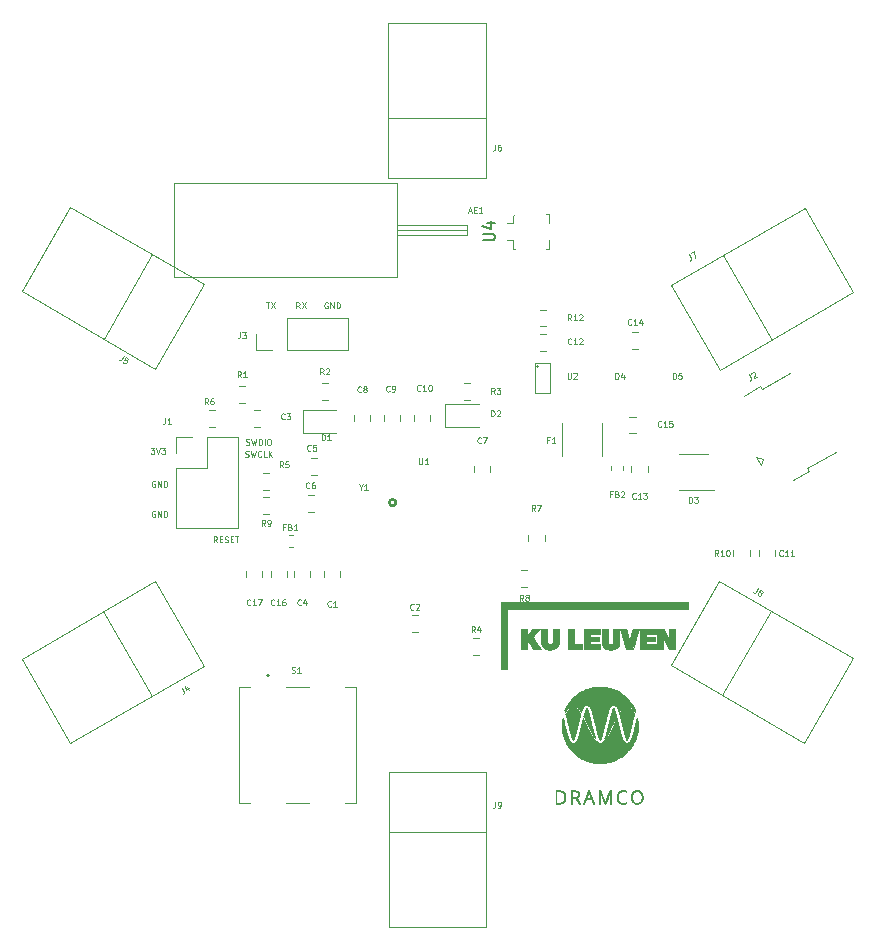
<source format=gto>
G04 #@! TF.GenerationSoftware,KiCad,Pcbnew,(5.1.5)-3*
G04 #@! TF.CreationDate,2020-02-12T15:38:08+01:00*
G04 #@! TF.ProjectId,MotherBoard,4d6f7468-6572-4426-9f61-72642e6b6963,rev?*
G04 #@! TF.SameCoordinates,Original*
G04 #@! TF.FileFunction,Legend,Top*
G04 #@! TF.FilePolarity,Positive*
%FSLAX46Y46*%
G04 Gerber Fmt 4.6, Leading zero omitted, Abs format (unit mm)*
G04 Created by KiCad (PCBNEW (5.1.5)-3) date 2020-02-12 15:38:08*
%MOMM*%
%LPD*%
G04 APERTURE LIST*
%ADD10C,0.125000*%
%ADD11C,0.010000*%
%ADD12C,0.120000*%
%ADD13C,0.254000*%
%ADD14C,0.070000*%
%ADD15C,0.100000*%
%ADD16C,0.200000*%
%ADD17C,0.150000*%
G04 APERTURE END LIST*
D10*
X138846809Y-96619190D02*
X138680142Y-96381095D01*
X138561095Y-96619190D02*
X138561095Y-96119190D01*
X138751571Y-96119190D01*
X138799190Y-96143000D01*
X138823000Y-96166809D01*
X138846809Y-96214428D01*
X138846809Y-96285857D01*
X138823000Y-96333476D01*
X138799190Y-96357285D01*
X138751571Y-96381095D01*
X138561095Y-96381095D01*
X139061095Y-96357285D02*
X139227761Y-96357285D01*
X139299190Y-96619190D02*
X139061095Y-96619190D01*
X139061095Y-96119190D01*
X139299190Y-96119190D01*
X139489666Y-96595380D02*
X139561095Y-96619190D01*
X139680142Y-96619190D01*
X139727761Y-96595380D01*
X139751571Y-96571571D01*
X139775380Y-96523952D01*
X139775380Y-96476333D01*
X139751571Y-96428714D01*
X139727761Y-96404904D01*
X139680142Y-96381095D01*
X139584904Y-96357285D01*
X139537285Y-96333476D01*
X139513476Y-96309666D01*
X139489666Y-96262047D01*
X139489666Y-96214428D01*
X139513476Y-96166809D01*
X139537285Y-96143000D01*
X139584904Y-96119190D01*
X139703952Y-96119190D01*
X139775380Y-96143000D01*
X139989666Y-96357285D02*
X140156333Y-96357285D01*
X140227761Y-96619190D02*
X139989666Y-96619190D01*
X139989666Y-96119190D01*
X140227761Y-96119190D01*
X140370619Y-96119190D02*
X140656333Y-96119190D01*
X140513476Y-96619190D02*
X140513476Y-96119190D01*
X141236047Y-89356380D02*
X141307476Y-89380190D01*
X141426523Y-89380190D01*
X141474142Y-89356380D01*
X141497952Y-89332571D01*
X141521761Y-89284952D01*
X141521761Y-89237333D01*
X141497952Y-89189714D01*
X141474142Y-89165904D01*
X141426523Y-89142095D01*
X141331285Y-89118285D01*
X141283666Y-89094476D01*
X141259857Y-89070666D01*
X141236047Y-89023047D01*
X141236047Y-88975428D01*
X141259857Y-88927809D01*
X141283666Y-88904000D01*
X141331285Y-88880190D01*
X141450333Y-88880190D01*
X141521761Y-88904000D01*
X141688428Y-88880190D02*
X141807476Y-89380190D01*
X141902714Y-89023047D01*
X141997952Y-89380190D01*
X142117000Y-88880190D01*
X142593190Y-89332571D02*
X142569380Y-89356380D01*
X142497952Y-89380190D01*
X142450333Y-89380190D01*
X142378904Y-89356380D01*
X142331285Y-89308761D01*
X142307476Y-89261142D01*
X142283666Y-89165904D01*
X142283666Y-89094476D01*
X142307476Y-88999238D01*
X142331285Y-88951619D01*
X142378904Y-88904000D01*
X142450333Y-88880190D01*
X142497952Y-88880190D01*
X142569380Y-88904000D01*
X142593190Y-88927809D01*
X143045571Y-89380190D02*
X142807476Y-89380190D01*
X142807476Y-88880190D01*
X143212238Y-89380190D02*
X143212238Y-88880190D01*
X143497952Y-89380190D02*
X143283666Y-89094476D01*
X143497952Y-88880190D02*
X143212238Y-89165904D01*
X141307476Y-88340380D02*
X141378904Y-88364190D01*
X141497952Y-88364190D01*
X141545571Y-88340380D01*
X141569380Y-88316571D01*
X141593190Y-88268952D01*
X141593190Y-88221333D01*
X141569380Y-88173714D01*
X141545571Y-88149904D01*
X141497952Y-88126095D01*
X141402714Y-88102285D01*
X141355095Y-88078476D01*
X141331285Y-88054666D01*
X141307476Y-88007047D01*
X141307476Y-87959428D01*
X141331285Y-87911809D01*
X141355095Y-87888000D01*
X141402714Y-87864190D01*
X141521761Y-87864190D01*
X141593190Y-87888000D01*
X141759857Y-87864190D02*
X141878904Y-88364190D01*
X141974142Y-88007047D01*
X142069380Y-88364190D01*
X142188428Y-87864190D01*
X142378904Y-88364190D02*
X142378904Y-87864190D01*
X142497952Y-87864190D01*
X142569380Y-87888000D01*
X142617000Y-87935619D01*
X142640809Y-87983238D01*
X142664619Y-88078476D01*
X142664619Y-88149904D01*
X142640809Y-88245142D01*
X142617000Y-88292761D01*
X142569380Y-88340380D01*
X142497952Y-88364190D01*
X142378904Y-88364190D01*
X142878904Y-88364190D02*
X142878904Y-87864190D01*
X143212238Y-87864190D02*
X143307476Y-87864190D01*
X143355095Y-87888000D01*
X143402714Y-87935619D01*
X143426523Y-88030857D01*
X143426523Y-88197523D01*
X143402714Y-88292761D01*
X143355095Y-88340380D01*
X143307476Y-88364190D01*
X143212238Y-88364190D01*
X143164619Y-88340380D01*
X143117000Y-88292761D01*
X143093190Y-88197523D01*
X143093190Y-88030857D01*
X143117000Y-87935619D01*
X143164619Y-87888000D01*
X143212238Y-87864190D01*
X133604047Y-93984000D02*
X133556428Y-93960190D01*
X133485000Y-93960190D01*
X133413571Y-93984000D01*
X133365952Y-94031619D01*
X133342142Y-94079238D01*
X133318333Y-94174476D01*
X133318333Y-94245904D01*
X133342142Y-94341142D01*
X133365952Y-94388761D01*
X133413571Y-94436380D01*
X133485000Y-94460190D01*
X133532619Y-94460190D01*
X133604047Y-94436380D01*
X133627857Y-94412571D01*
X133627857Y-94245904D01*
X133532619Y-94245904D01*
X133842142Y-94460190D02*
X133842142Y-93960190D01*
X134127857Y-94460190D01*
X134127857Y-93960190D01*
X134365952Y-94460190D02*
X134365952Y-93960190D01*
X134485000Y-93960190D01*
X134556428Y-93984000D01*
X134604047Y-94031619D01*
X134627857Y-94079238D01*
X134651666Y-94174476D01*
X134651666Y-94245904D01*
X134627857Y-94341142D01*
X134604047Y-94388761D01*
X134556428Y-94436380D01*
X134485000Y-94460190D01*
X134365952Y-94460190D01*
X133604047Y-91444000D02*
X133556428Y-91420190D01*
X133485000Y-91420190D01*
X133413571Y-91444000D01*
X133365952Y-91491619D01*
X133342142Y-91539238D01*
X133318333Y-91634476D01*
X133318333Y-91705904D01*
X133342142Y-91801142D01*
X133365952Y-91848761D01*
X133413571Y-91896380D01*
X133485000Y-91920190D01*
X133532619Y-91920190D01*
X133604047Y-91896380D01*
X133627857Y-91872571D01*
X133627857Y-91705904D01*
X133532619Y-91705904D01*
X133842142Y-91920190D02*
X133842142Y-91420190D01*
X134127857Y-91920190D01*
X134127857Y-91420190D01*
X134365952Y-91920190D02*
X134365952Y-91420190D01*
X134485000Y-91420190D01*
X134556428Y-91444000D01*
X134604047Y-91491619D01*
X134627857Y-91539238D01*
X134651666Y-91634476D01*
X134651666Y-91705904D01*
X134627857Y-91801142D01*
X134604047Y-91848761D01*
X134556428Y-91896380D01*
X134485000Y-91920190D01*
X134365952Y-91920190D01*
X133238952Y-88626190D02*
X133548476Y-88626190D01*
X133381809Y-88816666D01*
X133453238Y-88816666D01*
X133500857Y-88840476D01*
X133524666Y-88864285D01*
X133548476Y-88911904D01*
X133548476Y-89030952D01*
X133524666Y-89078571D01*
X133500857Y-89102380D01*
X133453238Y-89126190D01*
X133310380Y-89126190D01*
X133262761Y-89102380D01*
X133238952Y-89078571D01*
X133691333Y-88626190D02*
X133858000Y-89126190D01*
X134024666Y-88626190D01*
X134143714Y-88626190D02*
X134453238Y-88626190D01*
X134286571Y-88816666D01*
X134358000Y-88816666D01*
X134405619Y-88840476D01*
X134429428Y-88864285D01*
X134453238Y-88911904D01*
X134453238Y-89030952D01*
X134429428Y-89078571D01*
X134405619Y-89102380D01*
X134358000Y-89126190D01*
X134215142Y-89126190D01*
X134167523Y-89102380D01*
X134143714Y-89078571D01*
X148209047Y-76331000D02*
X148161428Y-76307190D01*
X148090000Y-76307190D01*
X148018571Y-76331000D01*
X147970952Y-76378619D01*
X147947142Y-76426238D01*
X147923333Y-76521476D01*
X147923333Y-76592904D01*
X147947142Y-76688142D01*
X147970952Y-76735761D01*
X148018571Y-76783380D01*
X148090000Y-76807190D01*
X148137619Y-76807190D01*
X148209047Y-76783380D01*
X148232857Y-76759571D01*
X148232857Y-76592904D01*
X148137619Y-76592904D01*
X148447142Y-76807190D02*
X148447142Y-76307190D01*
X148732857Y-76807190D01*
X148732857Y-76307190D01*
X148970952Y-76807190D02*
X148970952Y-76307190D01*
X149090000Y-76307190D01*
X149161428Y-76331000D01*
X149209047Y-76378619D01*
X149232857Y-76426238D01*
X149256666Y-76521476D01*
X149256666Y-76592904D01*
X149232857Y-76688142D01*
X149209047Y-76735761D01*
X149161428Y-76783380D01*
X149090000Y-76807190D01*
X148970952Y-76807190D01*
X145839666Y-76807190D02*
X145673000Y-76569095D01*
X145553952Y-76807190D02*
X145553952Y-76307190D01*
X145744428Y-76307190D01*
X145792047Y-76331000D01*
X145815857Y-76354809D01*
X145839666Y-76402428D01*
X145839666Y-76473857D01*
X145815857Y-76521476D01*
X145792047Y-76545285D01*
X145744428Y-76569095D01*
X145553952Y-76569095D01*
X146006333Y-76307190D02*
X146339666Y-76807190D01*
X146339666Y-76307190D02*
X146006333Y-76807190D01*
X143002047Y-76307190D02*
X143287761Y-76307190D01*
X143144904Y-76807190D02*
X143144904Y-76307190D01*
X143406809Y-76307190D02*
X143740142Y-76807190D01*
X143740142Y-76307190D02*
X143406809Y-76807190D01*
D11*
G36*
X172401034Y-110623558D02*
G01*
X172406300Y-110632242D01*
X172413266Y-110645870D01*
X172415980Y-110651228D01*
X172436637Y-110693841D01*
X172457384Y-110740800D01*
X172478322Y-110792396D01*
X172499552Y-110848919D01*
X172521176Y-110910659D01*
X172543295Y-110977909D01*
X172566011Y-111050957D01*
X172589425Y-111130096D01*
X172613637Y-111215615D01*
X172617045Y-111227927D01*
X172624045Y-111253489D01*
X172630420Y-111277167D01*
X172635950Y-111298113D01*
X172640417Y-111315483D01*
X172643601Y-111328432D01*
X172645283Y-111336113D01*
X172645493Y-111337687D01*
X172643989Y-111342355D01*
X172639743Y-111352189D01*
X172633154Y-111366351D01*
X172624620Y-111384007D01*
X172614539Y-111404319D01*
X172603310Y-111426452D01*
X172601779Y-111429433D01*
X172587936Y-111456541D01*
X172573098Y-111485950D01*
X172557102Y-111518003D01*
X172539779Y-111553043D01*
X172520966Y-111591411D01*
X172500494Y-111633449D01*
X172478200Y-111679500D01*
X172453916Y-111729904D01*
X172427477Y-111785006D01*
X172398716Y-111845146D01*
X172367469Y-111910666D01*
X172333568Y-111981909D01*
X172325559Y-111998760D01*
X172280495Y-112093333D01*
X172237977Y-112182011D01*
X172197841Y-112265107D01*
X172159922Y-112342932D01*
X172124056Y-112415798D01*
X172090079Y-112484019D01*
X172057826Y-112547907D01*
X172027133Y-112607773D01*
X171997837Y-112663931D01*
X171969772Y-112716692D01*
X171942775Y-112766369D01*
X171916681Y-112813274D01*
X171891326Y-112857720D01*
X171866545Y-112900019D01*
X171842175Y-112940483D01*
X171818051Y-112979424D01*
X171794010Y-113017156D01*
X171773439Y-113048626D01*
X171757029Y-113073145D01*
X171740379Y-113097480D01*
X171723916Y-113121051D01*
X171708071Y-113143278D01*
X171693275Y-113163582D01*
X171679957Y-113181382D01*
X171668547Y-113196098D01*
X171659475Y-113207151D01*
X171653171Y-113213961D01*
X171650065Y-113215948D01*
X171649813Y-113215351D01*
X171650931Y-113211888D01*
X171654016Y-113203202D01*
X171658661Y-113190416D01*
X171664460Y-113174649D01*
X171667964Y-113165197D01*
X171680073Y-113132058D01*
X171692111Y-113097944D01*
X171704157Y-113062561D01*
X171716289Y-113025616D01*
X171728587Y-112986815D01*
X171741129Y-112945864D01*
X171753994Y-112902469D01*
X171767262Y-112856337D01*
X171781011Y-112807175D01*
X171795319Y-112754688D01*
X171810267Y-112698583D01*
X171825933Y-112638566D01*
X171842395Y-112574344D01*
X171859733Y-112505623D01*
X171878026Y-112432109D01*
X171897353Y-112353508D01*
X171917792Y-112269528D01*
X171939423Y-112179873D01*
X171962324Y-112084251D01*
X171986574Y-111982369D01*
X171991925Y-111959813D01*
X172009753Y-111884893D01*
X172027388Y-111811300D01*
X172044697Y-111739574D01*
X172061546Y-111670256D01*
X172077802Y-111603886D01*
X172093331Y-111541007D01*
X172108000Y-111482158D01*
X172121676Y-111427880D01*
X172134224Y-111378715D01*
X172145512Y-111335203D01*
X172153183Y-111306186D01*
X172179786Y-111208582D01*
X172205693Y-111117658D01*
X172230924Y-111033360D01*
X172255496Y-110955631D01*
X172279429Y-110884418D01*
X172302740Y-110819665D01*
X172325449Y-110761317D01*
X172347574Y-110709318D01*
X172369133Y-110663614D01*
X172370987Y-110659925D01*
X172380274Y-110641475D01*
X172387087Y-110628774D01*
X172392262Y-110621662D01*
X172396632Y-110619977D01*
X172401034Y-110623558D01*
G37*
X172401034Y-110623558D02*
X172406300Y-110632242D01*
X172413266Y-110645870D01*
X172415980Y-110651228D01*
X172436637Y-110693841D01*
X172457384Y-110740800D01*
X172478322Y-110792396D01*
X172499552Y-110848919D01*
X172521176Y-110910659D01*
X172543295Y-110977909D01*
X172566011Y-111050957D01*
X172589425Y-111130096D01*
X172613637Y-111215615D01*
X172617045Y-111227927D01*
X172624045Y-111253489D01*
X172630420Y-111277167D01*
X172635950Y-111298113D01*
X172640417Y-111315483D01*
X172643601Y-111328432D01*
X172645283Y-111336113D01*
X172645493Y-111337687D01*
X172643989Y-111342355D01*
X172639743Y-111352189D01*
X172633154Y-111366351D01*
X172624620Y-111384007D01*
X172614539Y-111404319D01*
X172603310Y-111426452D01*
X172601779Y-111429433D01*
X172587936Y-111456541D01*
X172573098Y-111485950D01*
X172557102Y-111518003D01*
X172539779Y-111553043D01*
X172520966Y-111591411D01*
X172500494Y-111633449D01*
X172478200Y-111679500D01*
X172453916Y-111729904D01*
X172427477Y-111785006D01*
X172398716Y-111845146D01*
X172367469Y-111910666D01*
X172333568Y-111981909D01*
X172325559Y-111998760D01*
X172280495Y-112093333D01*
X172237977Y-112182011D01*
X172197841Y-112265107D01*
X172159922Y-112342932D01*
X172124056Y-112415798D01*
X172090079Y-112484019D01*
X172057826Y-112547907D01*
X172027133Y-112607773D01*
X171997837Y-112663931D01*
X171969772Y-112716692D01*
X171942775Y-112766369D01*
X171916681Y-112813274D01*
X171891326Y-112857720D01*
X171866545Y-112900019D01*
X171842175Y-112940483D01*
X171818051Y-112979424D01*
X171794010Y-113017156D01*
X171773439Y-113048626D01*
X171757029Y-113073145D01*
X171740379Y-113097480D01*
X171723916Y-113121051D01*
X171708071Y-113143278D01*
X171693275Y-113163582D01*
X171679957Y-113181382D01*
X171668547Y-113196098D01*
X171659475Y-113207151D01*
X171653171Y-113213961D01*
X171650065Y-113215948D01*
X171649813Y-113215351D01*
X171650931Y-113211888D01*
X171654016Y-113203202D01*
X171658661Y-113190416D01*
X171664460Y-113174649D01*
X171667964Y-113165197D01*
X171680073Y-113132058D01*
X171692111Y-113097944D01*
X171704157Y-113062561D01*
X171716289Y-113025616D01*
X171728587Y-112986815D01*
X171741129Y-112945864D01*
X171753994Y-112902469D01*
X171767262Y-112856337D01*
X171781011Y-112807175D01*
X171795319Y-112754688D01*
X171810267Y-112698583D01*
X171825933Y-112638566D01*
X171842395Y-112574344D01*
X171859733Y-112505623D01*
X171878026Y-112432109D01*
X171897353Y-112353508D01*
X171917792Y-112269528D01*
X171939423Y-112179873D01*
X171962324Y-112084251D01*
X171986574Y-111982369D01*
X171991925Y-111959813D01*
X172009753Y-111884893D01*
X172027388Y-111811300D01*
X172044697Y-111739574D01*
X172061546Y-111670256D01*
X172077802Y-111603886D01*
X172093331Y-111541007D01*
X172108000Y-111482158D01*
X172121676Y-111427880D01*
X172134224Y-111378715D01*
X172145512Y-111335203D01*
X172153183Y-111306186D01*
X172179786Y-111208582D01*
X172205693Y-111117658D01*
X172230924Y-111033360D01*
X172255496Y-110955631D01*
X172279429Y-110884418D01*
X172302740Y-110819665D01*
X172325449Y-110761317D01*
X172347574Y-110709318D01*
X172369133Y-110663614D01*
X172370987Y-110659925D01*
X172380274Y-110641475D01*
X172387087Y-110628774D01*
X172392262Y-110621662D01*
X172396632Y-110619977D01*
X172401034Y-110623558D01*
G36*
X170121810Y-110618268D02*
G01*
X170126674Y-110626552D01*
X170133362Y-110639262D01*
X170141450Y-110655496D01*
X170150510Y-110674358D01*
X170160119Y-110694947D01*
X170169849Y-110716364D01*
X170179277Y-110737711D01*
X170187975Y-110758089D01*
X170195316Y-110776086D01*
X170208710Y-110810535D01*
X170221933Y-110845831D01*
X170235068Y-110882276D01*
X170248198Y-110920174D01*
X170261406Y-110959826D01*
X170274777Y-111001533D01*
X170288393Y-111045598D01*
X170302338Y-111092322D01*
X170316694Y-111142007D01*
X170331547Y-111194957D01*
X170346978Y-111251471D01*
X170363072Y-111311852D01*
X170379911Y-111376403D01*
X170397580Y-111445425D01*
X170416160Y-111519220D01*
X170435737Y-111598090D01*
X170456393Y-111682336D01*
X170478212Y-111772262D01*
X170501277Y-111868168D01*
X170525671Y-111970357D01*
X170528802Y-111983520D01*
X170550817Y-112075926D01*
X170571443Y-112162099D01*
X170590778Y-112242414D01*
X170608917Y-112317246D01*
X170625959Y-112386971D01*
X170641999Y-112451963D01*
X170657135Y-112512599D01*
X170671464Y-112569253D01*
X170685082Y-112622300D01*
X170698086Y-112672116D01*
X170710574Y-112719075D01*
X170722642Y-112763554D01*
X170734387Y-112805928D01*
X170745906Y-112846570D01*
X170757296Y-112885858D01*
X170768654Y-112924166D01*
X170780076Y-112961869D01*
X170788498Y-112989183D01*
X170797500Y-113017723D01*
X170807238Y-113047807D01*
X170817340Y-113078344D01*
X170827433Y-113108245D01*
X170837142Y-113136419D01*
X170846097Y-113161777D01*
X170853923Y-113183229D01*
X170860247Y-113199685D01*
X170862047Y-113204086D01*
X170865147Y-113212522D01*
X170866334Y-113217944D01*
X170866154Y-113218734D01*
X170863789Y-113216605D01*
X170858050Y-113209828D01*
X170849579Y-113199211D01*
X170839019Y-113185558D01*
X170827011Y-113169678D01*
X170825952Y-113168261D01*
X170800810Y-113134047D01*
X170775853Y-113098911D01*
X170750932Y-113062580D01*
X170725899Y-113024779D01*
X170700605Y-112985233D01*
X170674901Y-112943667D01*
X170648638Y-112899806D01*
X170621667Y-112853377D01*
X170593839Y-112804104D01*
X170565006Y-112751712D01*
X170535018Y-112695927D01*
X170503727Y-112636475D01*
X170470984Y-112573080D01*
X170436640Y-112505468D01*
X170400546Y-112433364D01*
X170362554Y-112356494D01*
X170322514Y-112274583D01*
X170280277Y-112187356D01*
X170235695Y-112094538D01*
X170188619Y-111995855D01*
X170174710Y-111966586D01*
X170153232Y-111921484D01*
X170130363Y-111873694D01*
X170106592Y-111824228D01*
X170082410Y-111774097D01*
X170058307Y-111724313D01*
X170034774Y-111675886D01*
X170012301Y-111629830D01*
X169991379Y-111587155D01*
X169972497Y-111548873D01*
X169960498Y-111524711D01*
X169867702Y-111338529D01*
X169888808Y-111260551D01*
X169915885Y-111162874D01*
X169942431Y-111071895D01*
X169968461Y-110987561D01*
X169993994Y-110909818D01*
X170019046Y-110838614D01*
X170040070Y-110782946D01*
X170046466Y-110767209D01*
X170054322Y-110748830D01*
X170063206Y-110728725D01*
X170072686Y-110707810D01*
X170082331Y-110687002D01*
X170091706Y-110667216D01*
X170100381Y-110649367D01*
X170107922Y-110634373D01*
X170113898Y-110623149D01*
X170117876Y-110616610D01*
X170119196Y-110615306D01*
X170121810Y-110618268D01*
G37*
X170121810Y-110618268D02*
X170126674Y-110626552D01*
X170133362Y-110639262D01*
X170141450Y-110655496D01*
X170150510Y-110674358D01*
X170160119Y-110694947D01*
X170169849Y-110716364D01*
X170179277Y-110737711D01*
X170187975Y-110758089D01*
X170195316Y-110776086D01*
X170208710Y-110810535D01*
X170221933Y-110845831D01*
X170235068Y-110882276D01*
X170248198Y-110920174D01*
X170261406Y-110959826D01*
X170274777Y-111001533D01*
X170288393Y-111045598D01*
X170302338Y-111092322D01*
X170316694Y-111142007D01*
X170331547Y-111194957D01*
X170346978Y-111251471D01*
X170363072Y-111311852D01*
X170379911Y-111376403D01*
X170397580Y-111445425D01*
X170416160Y-111519220D01*
X170435737Y-111598090D01*
X170456393Y-111682336D01*
X170478212Y-111772262D01*
X170501277Y-111868168D01*
X170525671Y-111970357D01*
X170528802Y-111983520D01*
X170550817Y-112075926D01*
X170571443Y-112162099D01*
X170590778Y-112242414D01*
X170608917Y-112317246D01*
X170625959Y-112386971D01*
X170641999Y-112451963D01*
X170657135Y-112512599D01*
X170671464Y-112569253D01*
X170685082Y-112622300D01*
X170698086Y-112672116D01*
X170710574Y-112719075D01*
X170722642Y-112763554D01*
X170734387Y-112805928D01*
X170745906Y-112846570D01*
X170757296Y-112885858D01*
X170768654Y-112924166D01*
X170780076Y-112961869D01*
X170788498Y-112989183D01*
X170797500Y-113017723D01*
X170807238Y-113047807D01*
X170817340Y-113078344D01*
X170827433Y-113108245D01*
X170837142Y-113136419D01*
X170846097Y-113161777D01*
X170853923Y-113183229D01*
X170860247Y-113199685D01*
X170862047Y-113204086D01*
X170865147Y-113212522D01*
X170866334Y-113217944D01*
X170866154Y-113218734D01*
X170863789Y-113216605D01*
X170858050Y-113209828D01*
X170849579Y-113199211D01*
X170839019Y-113185558D01*
X170827011Y-113169678D01*
X170825952Y-113168261D01*
X170800810Y-113134047D01*
X170775853Y-113098911D01*
X170750932Y-113062580D01*
X170725899Y-113024779D01*
X170700605Y-112985233D01*
X170674901Y-112943667D01*
X170648638Y-112899806D01*
X170621667Y-112853377D01*
X170593839Y-112804104D01*
X170565006Y-112751712D01*
X170535018Y-112695927D01*
X170503727Y-112636475D01*
X170470984Y-112573080D01*
X170436640Y-112505468D01*
X170400546Y-112433364D01*
X170362554Y-112356494D01*
X170322514Y-112274583D01*
X170280277Y-112187356D01*
X170235695Y-112094538D01*
X170188619Y-111995855D01*
X170174710Y-111966586D01*
X170153232Y-111921484D01*
X170130363Y-111873694D01*
X170106592Y-111824228D01*
X170082410Y-111774097D01*
X170058307Y-111724313D01*
X170034774Y-111675886D01*
X170012301Y-111629830D01*
X169991379Y-111587155D01*
X169972497Y-111548873D01*
X169960498Y-111524711D01*
X169867702Y-111338529D01*
X169888808Y-111260551D01*
X169915885Y-111162874D01*
X169942431Y-111071895D01*
X169968461Y-110987561D01*
X169993994Y-110909818D01*
X170019046Y-110838614D01*
X170040070Y-110782946D01*
X170046466Y-110767209D01*
X170054322Y-110748830D01*
X170063206Y-110728725D01*
X170072686Y-110707810D01*
X170082331Y-110687002D01*
X170091706Y-110667216D01*
X170100381Y-110649367D01*
X170107922Y-110634373D01*
X170113898Y-110623149D01*
X170117876Y-110616610D01*
X170119196Y-110615306D01*
X170121810Y-110618268D01*
G36*
X169019610Y-110497656D02*
G01*
X169055167Y-110507092D01*
X169092183Y-110522317D01*
X169131327Y-110543307D01*
X169145373Y-110551835D01*
X169188757Y-110581863D01*
X169233223Y-110618500D01*
X169278713Y-110661675D01*
X169325167Y-110711321D01*
X169372529Y-110767368D01*
X169420741Y-110829747D01*
X169469744Y-110898389D01*
X169519480Y-110973226D01*
X169569891Y-111054188D01*
X169574076Y-111061135D01*
X169612003Y-111124248D01*
X169602728Y-111156797D01*
X169592114Y-111194547D01*
X169580929Y-111235322D01*
X169569100Y-111279414D01*
X169556554Y-111327114D01*
X169543218Y-111378714D01*
X169529019Y-111434507D01*
X169513884Y-111494784D01*
X169497739Y-111559837D01*
X169480511Y-111629957D01*
X169462128Y-111705437D01*
X169442516Y-111786568D01*
X169421602Y-111873643D01*
X169399312Y-111966952D01*
X169392544Y-111995373D01*
X169369710Y-112091085D01*
X169348247Y-112180536D01*
X169328063Y-112264074D01*
X169309065Y-112342052D01*
X169291162Y-112414820D01*
X169274261Y-112482729D01*
X169258270Y-112546131D01*
X169243095Y-112605375D01*
X169228645Y-112660812D01*
X169214828Y-112712794D01*
X169201550Y-112761672D01*
X169188720Y-112807796D01*
X169176245Y-112851517D01*
X169164033Y-112893186D01*
X169151992Y-112933153D01*
X169140028Y-112971771D01*
X169128050Y-113009389D01*
X169115966Y-113046359D01*
X169115215Y-113048626D01*
X169105738Y-113076758D01*
X169095485Y-113106406D01*
X169085044Y-113135923D01*
X169075003Y-113163660D01*
X169065952Y-113187968D01*
X169059591Y-113204413D01*
X169050646Y-113226358D01*
X169040870Y-113249309D01*
X169030664Y-113272423D01*
X169020429Y-113294862D01*
X169010565Y-113315784D01*
X169001474Y-113334348D01*
X168993556Y-113349714D01*
X168987212Y-113361041D01*
X168982842Y-113367488D01*
X168981295Y-113368666D01*
X168978607Y-113365797D01*
X168973600Y-113357907D01*
X168966901Y-113346078D01*
X168959138Y-113331386D01*
X168955906Y-113325012D01*
X168941830Y-113296111D01*
X168927880Y-113265776D01*
X168913987Y-113233759D01*
X168900077Y-113199811D01*
X168886079Y-113163685D01*
X168871920Y-113125132D01*
X168857529Y-113083905D01*
X168842834Y-113039755D01*
X168827763Y-112992434D01*
X168812243Y-112941694D01*
X168796203Y-112887287D01*
X168779571Y-112828966D01*
X168762275Y-112766480D01*
X168744243Y-112699584D01*
X168725403Y-112628028D01*
X168705683Y-112551564D01*
X168685011Y-112469945D01*
X168663315Y-112382922D01*
X168640523Y-112290247D01*
X168616563Y-112191672D01*
X168591363Y-112086949D01*
X168566277Y-111981826D01*
X168541745Y-111879021D01*
X168518363Y-111781777D01*
X168496162Y-111690217D01*
X168475171Y-111604462D01*
X168455420Y-111524635D01*
X168436940Y-111450855D01*
X168419762Y-111383245D01*
X168403914Y-111321926D01*
X168389428Y-111267021D01*
X168379622Y-111230666D01*
X168350261Y-111122972D01*
X168388517Y-111059639D01*
X168438267Y-110979518D01*
X168486807Y-110905914D01*
X168534241Y-110838699D01*
X168580675Y-110777746D01*
X168626214Y-110722926D01*
X168670966Y-110674113D01*
X168715035Y-110631180D01*
X168758526Y-110593998D01*
X168799373Y-110563908D01*
X168840251Y-110538121D01*
X168878567Y-110518264D01*
X168914990Y-110504312D01*
X168950192Y-110496243D01*
X168984842Y-110494032D01*
X169019610Y-110497656D01*
G37*
X169019610Y-110497656D02*
X169055167Y-110507092D01*
X169092183Y-110522317D01*
X169131327Y-110543307D01*
X169145373Y-110551835D01*
X169188757Y-110581863D01*
X169233223Y-110618500D01*
X169278713Y-110661675D01*
X169325167Y-110711321D01*
X169372529Y-110767368D01*
X169420741Y-110829747D01*
X169469744Y-110898389D01*
X169519480Y-110973226D01*
X169569891Y-111054188D01*
X169574076Y-111061135D01*
X169612003Y-111124248D01*
X169602728Y-111156797D01*
X169592114Y-111194547D01*
X169580929Y-111235322D01*
X169569100Y-111279414D01*
X169556554Y-111327114D01*
X169543218Y-111378714D01*
X169529019Y-111434507D01*
X169513884Y-111494784D01*
X169497739Y-111559837D01*
X169480511Y-111629957D01*
X169462128Y-111705437D01*
X169442516Y-111786568D01*
X169421602Y-111873643D01*
X169399312Y-111966952D01*
X169392544Y-111995373D01*
X169369710Y-112091085D01*
X169348247Y-112180536D01*
X169328063Y-112264074D01*
X169309065Y-112342052D01*
X169291162Y-112414820D01*
X169274261Y-112482729D01*
X169258270Y-112546131D01*
X169243095Y-112605375D01*
X169228645Y-112660812D01*
X169214828Y-112712794D01*
X169201550Y-112761672D01*
X169188720Y-112807796D01*
X169176245Y-112851517D01*
X169164033Y-112893186D01*
X169151992Y-112933153D01*
X169140028Y-112971771D01*
X169128050Y-113009389D01*
X169115966Y-113046359D01*
X169115215Y-113048626D01*
X169105738Y-113076758D01*
X169095485Y-113106406D01*
X169085044Y-113135923D01*
X169075003Y-113163660D01*
X169065952Y-113187968D01*
X169059591Y-113204413D01*
X169050646Y-113226358D01*
X169040870Y-113249309D01*
X169030664Y-113272423D01*
X169020429Y-113294862D01*
X169010565Y-113315784D01*
X169001474Y-113334348D01*
X168993556Y-113349714D01*
X168987212Y-113361041D01*
X168982842Y-113367488D01*
X168981295Y-113368666D01*
X168978607Y-113365797D01*
X168973600Y-113357907D01*
X168966901Y-113346078D01*
X168959138Y-113331386D01*
X168955906Y-113325012D01*
X168941830Y-113296111D01*
X168927880Y-113265776D01*
X168913987Y-113233759D01*
X168900077Y-113199811D01*
X168886079Y-113163685D01*
X168871920Y-113125132D01*
X168857529Y-113083905D01*
X168842834Y-113039755D01*
X168827763Y-112992434D01*
X168812243Y-112941694D01*
X168796203Y-112887287D01*
X168779571Y-112828966D01*
X168762275Y-112766480D01*
X168744243Y-112699584D01*
X168725403Y-112628028D01*
X168705683Y-112551564D01*
X168685011Y-112469945D01*
X168663315Y-112382922D01*
X168640523Y-112290247D01*
X168616563Y-112191672D01*
X168591363Y-112086949D01*
X168566277Y-111981826D01*
X168541745Y-111879021D01*
X168518363Y-111781777D01*
X168496162Y-111690217D01*
X168475171Y-111604462D01*
X168455420Y-111524635D01*
X168436940Y-111450855D01*
X168419762Y-111383245D01*
X168403914Y-111321926D01*
X168389428Y-111267021D01*
X168379622Y-111230666D01*
X168350261Y-111122972D01*
X168388517Y-111059639D01*
X168438267Y-110979518D01*
X168486807Y-110905914D01*
X168534241Y-110838699D01*
X168580675Y-110777746D01*
X168626214Y-110722926D01*
X168670966Y-110674113D01*
X168715035Y-110631180D01*
X168758526Y-110593998D01*
X168799373Y-110563908D01*
X168840251Y-110538121D01*
X168878567Y-110518264D01*
X168914990Y-110504312D01*
X168950192Y-110496243D01*
X168984842Y-110494032D01*
X169019610Y-110497656D01*
G36*
X173579648Y-110499100D02*
G01*
X173613289Y-110509191D01*
X173646253Y-110523354D01*
X173684168Y-110543512D01*
X173720719Y-110566751D01*
X173756884Y-110593816D01*
X173793644Y-110625451D01*
X173831979Y-110662400D01*
X173839379Y-110669936D01*
X173877367Y-110710515D01*
X173914847Y-110753842D01*
X173952233Y-110800480D01*
X173989937Y-110850992D01*
X174028372Y-110905942D01*
X174067952Y-110965892D01*
X174109089Y-111031406D01*
X174130731Y-111067024D01*
X174165119Y-111124195D01*
X174158646Y-111144917D01*
X174150956Y-111170496D01*
X174141838Y-111202559D01*
X174131325Y-111240977D01*
X174119449Y-111285621D01*
X174106243Y-111336360D01*
X174091739Y-111393065D01*
X174075969Y-111455607D01*
X174058968Y-111523856D01*
X174040766Y-111597682D01*
X174021397Y-111676956D01*
X174000894Y-111761549D01*
X173979288Y-111851330D01*
X173956613Y-111946171D01*
X173949331Y-111976746D01*
X173926543Y-112072314D01*
X173905140Y-112161619D01*
X173885031Y-112245007D01*
X173866125Y-112322827D01*
X173848330Y-112395424D01*
X173831557Y-112463148D01*
X173815715Y-112526344D01*
X173800711Y-112585360D01*
X173786456Y-112640544D01*
X173772859Y-112692242D01*
X173759828Y-112740802D01*
X173747273Y-112786570D01*
X173735103Y-112829895D01*
X173723227Y-112871124D01*
X173711554Y-112910603D01*
X173699994Y-112948680D01*
X173688454Y-112985702D01*
X173676845Y-113022017D01*
X173670939Y-113040160D01*
X173654983Y-113087555D01*
X173638437Y-113134205D01*
X173621637Y-113179272D01*
X173604921Y-113221915D01*
X173588624Y-113261297D01*
X173573085Y-113296577D01*
X173558640Y-113326916D01*
X173546680Y-113349612D01*
X173533600Y-113372892D01*
X173521536Y-113351306D01*
X173505488Y-113320536D01*
X173488288Y-113283723D01*
X173470156Y-113241456D01*
X173451314Y-113194325D01*
X173431982Y-113142919D01*
X173412380Y-113087828D01*
X173392731Y-113029641D01*
X173373254Y-112968947D01*
X173354171Y-112906336D01*
X173351681Y-112897920D01*
X173334285Y-112837694D01*
X173315734Y-112771155D01*
X173296118Y-112698645D01*
X173275530Y-112620510D01*
X173254063Y-112537092D01*
X173238272Y-112474586D01*
X173231512Y-112447598D01*
X173225105Y-112421941D01*
X173218926Y-112397093D01*
X173212849Y-112372532D01*
X173206747Y-112347735D01*
X173200494Y-112322181D01*
X173193964Y-112295347D01*
X173187032Y-112266711D01*
X173179570Y-112235751D01*
X173171454Y-112201944D01*
X173162556Y-112164768D01*
X173152751Y-112123702D01*
X173141913Y-112078222D01*
X173129916Y-112027807D01*
X173116633Y-111971935D01*
X173101939Y-111910083D01*
X173099272Y-111898853D01*
X173076865Y-111804848D01*
X173055792Y-111717147D01*
X173035970Y-111635427D01*
X173017319Y-111559367D01*
X172999758Y-111488646D01*
X172983207Y-111422942D01*
X172967584Y-111361934D01*
X172952809Y-111305302D01*
X172938802Y-111252722D01*
X172925481Y-111203874D01*
X172916714Y-111172413D01*
X172903378Y-111125000D01*
X172913886Y-111106373D01*
X172924442Y-111088165D01*
X172937963Y-111065622D01*
X172953643Y-111040035D01*
X172970675Y-111012693D01*
X172988255Y-110984889D01*
X173005576Y-110957913D01*
X173021832Y-110933057D01*
X173025932Y-110926880D01*
X173075041Y-110855812D01*
X173123550Y-110790936D01*
X173171387Y-110732329D01*
X173218480Y-110680069D01*
X173264755Y-110634236D01*
X173310142Y-110594908D01*
X173354569Y-110562164D01*
X173370240Y-110552048D01*
X173409773Y-110529324D01*
X173446459Y-110512263D01*
X173481043Y-110500788D01*
X173514271Y-110494820D01*
X173546891Y-110494284D01*
X173579648Y-110499100D01*
G37*
X173579648Y-110499100D02*
X173613289Y-110509191D01*
X173646253Y-110523354D01*
X173684168Y-110543512D01*
X173720719Y-110566751D01*
X173756884Y-110593816D01*
X173793644Y-110625451D01*
X173831979Y-110662400D01*
X173839379Y-110669936D01*
X173877367Y-110710515D01*
X173914847Y-110753842D01*
X173952233Y-110800480D01*
X173989937Y-110850992D01*
X174028372Y-110905942D01*
X174067952Y-110965892D01*
X174109089Y-111031406D01*
X174130731Y-111067024D01*
X174165119Y-111124195D01*
X174158646Y-111144917D01*
X174150956Y-111170496D01*
X174141838Y-111202559D01*
X174131325Y-111240977D01*
X174119449Y-111285621D01*
X174106243Y-111336360D01*
X174091739Y-111393065D01*
X174075969Y-111455607D01*
X174058968Y-111523856D01*
X174040766Y-111597682D01*
X174021397Y-111676956D01*
X174000894Y-111761549D01*
X173979288Y-111851330D01*
X173956613Y-111946171D01*
X173949331Y-111976746D01*
X173926543Y-112072314D01*
X173905140Y-112161619D01*
X173885031Y-112245007D01*
X173866125Y-112322827D01*
X173848330Y-112395424D01*
X173831557Y-112463148D01*
X173815715Y-112526344D01*
X173800711Y-112585360D01*
X173786456Y-112640544D01*
X173772859Y-112692242D01*
X173759828Y-112740802D01*
X173747273Y-112786570D01*
X173735103Y-112829895D01*
X173723227Y-112871124D01*
X173711554Y-112910603D01*
X173699994Y-112948680D01*
X173688454Y-112985702D01*
X173676845Y-113022017D01*
X173670939Y-113040160D01*
X173654983Y-113087555D01*
X173638437Y-113134205D01*
X173621637Y-113179272D01*
X173604921Y-113221915D01*
X173588624Y-113261297D01*
X173573085Y-113296577D01*
X173558640Y-113326916D01*
X173546680Y-113349612D01*
X173533600Y-113372892D01*
X173521536Y-113351306D01*
X173505488Y-113320536D01*
X173488288Y-113283723D01*
X173470156Y-113241456D01*
X173451314Y-113194325D01*
X173431982Y-113142919D01*
X173412380Y-113087828D01*
X173392731Y-113029641D01*
X173373254Y-112968947D01*
X173354171Y-112906336D01*
X173351681Y-112897920D01*
X173334285Y-112837694D01*
X173315734Y-112771155D01*
X173296118Y-112698645D01*
X173275530Y-112620510D01*
X173254063Y-112537092D01*
X173238272Y-112474586D01*
X173231512Y-112447598D01*
X173225105Y-112421941D01*
X173218926Y-112397093D01*
X173212849Y-112372532D01*
X173206747Y-112347735D01*
X173200494Y-112322181D01*
X173193964Y-112295347D01*
X173187032Y-112266711D01*
X173179570Y-112235751D01*
X173171454Y-112201944D01*
X173162556Y-112164768D01*
X173152751Y-112123702D01*
X173141913Y-112078222D01*
X173129916Y-112027807D01*
X173116633Y-111971935D01*
X173101939Y-111910083D01*
X173099272Y-111898853D01*
X173076865Y-111804848D01*
X173055792Y-111717147D01*
X173035970Y-111635427D01*
X173017319Y-111559367D01*
X172999758Y-111488646D01*
X172983207Y-111422942D01*
X172967584Y-111361934D01*
X172952809Y-111305302D01*
X172938802Y-111252722D01*
X172925481Y-111203874D01*
X172916714Y-111172413D01*
X172903378Y-111125000D01*
X172913886Y-111106373D01*
X172924442Y-111088165D01*
X172937963Y-111065622D01*
X172953643Y-111040035D01*
X172970675Y-111012693D01*
X172988255Y-110984889D01*
X173005576Y-110957913D01*
X173021832Y-110933057D01*
X173025932Y-110926880D01*
X173075041Y-110855812D01*
X173123550Y-110790936D01*
X173171387Y-110732329D01*
X173218480Y-110680069D01*
X173264755Y-110634236D01*
X173310142Y-110594908D01*
X173354569Y-110562164D01*
X173370240Y-110552048D01*
X173409773Y-110529324D01*
X173446459Y-110512263D01*
X173481043Y-110500788D01*
X173514271Y-110494820D01*
X173546891Y-110494284D01*
X173579648Y-110499100D01*
G36*
X171407897Y-108837327D02*
G01*
X171554621Y-108847371D01*
X171700316Y-108864022D01*
X171844782Y-108887213D01*
X171987816Y-108916874D01*
X172129217Y-108952936D01*
X172268784Y-108995332D01*
X172406315Y-109043993D01*
X172541609Y-109098851D01*
X172674465Y-109159836D01*
X172804681Y-109226881D01*
X172932055Y-109299917D01*
X173056386Y-109378875D01*
X173177473Y-109463687D01*
X173231386Y-109504156D01*
X173327365Y-109581049D01*
X173422416Y-109663675D01*
X173515468Y-109750994D01*
X173605454Y-109841965D01*
X173691302Y-109935549D01*
X173768134Y-110026026D01*
X173840218Y-110118060D01*
X173910722Y-110215393D01*
X173978663Y-110316578D01*
X174043062Y-110420168D01*
X174088388Y-110498466D01*
X174103266Y-110525710D01*
X174120114Y-110557754D01*
X174138230Y-110593177D01*
X174156912Y-110630555D01*
X174175458Y-110668465D01*
X174193165Y-110705485D01*
X174209331Y-110740193D01*
X174223254Y-110771164D01*
X174225193Y-110775601D01*
X174254413Y-110842763D01*
X174232872Y-110907247D01*
X174211331Y-110971732D01*
X174175506Y-110917979D01*
X174130961Y-110853123D01*
X174087633Y-110794136D01*
X174044985Y-110740345D01*
X174002482Y-110691078D01*
X173959588Y-110645662D01*
X173954563Y-110640614D01*
X173908923Y-110597498D01*
X173864245Y-110560457D01*
X173819849Y-110528994D01*
X173775054Y-110502614D01*
X173744466Y-110487530D01*
X173706612Y-110471563D01*
X173671004Y-110459565D01*
X173635099Y-110450857D01*
X173596352Y-110444759D01*
X173576440Y-110442601D01*
X173520111Y-110440579D01*
X173464171Y-110445317D01*
X173408633Y-110456810D01*
X173353514Y-110475055D01*
X173298828Y-110500048D01*
X173256786Y-110524036D01*
X173230710Y-110540917D01*
X173206472Y-110558222D01*
X173182786Y-110577006D01*
X173158364Y-110598324D01*
X173131919Y-110623232D01*
X173112670Y-110642212D01*
X173076649Y-110679555D01*
X173041811Y-110718475D01*
X173007420Y-110759896D01*
X172972735Y-110804744D01*
X172937018Y-110853944D01*
X172899531Y-110908420D01*
X172896696Y-110912642D01*
X172857331Y-110971356D01*
X172836480Y-110909325D01*
X172817272Y-110853462D01*
X172799041Y-110803201D01*
X172781374Y-110757516D01*
X172763856Y-110715378D01*
X172746075Y-110675760D01*
X172727617Y-110637637D01*
X172724894Y-110632240D01*
X172701212Y-110588145D01*
X172677892Y-110550244D01*
X172654479Y-110518003D01*
X172630517Y-110490893D01*
X172605550Y-110468382D01*
X172579124Y-110449938D01*
X172559133Y-110438976D01*
X172522813Y-110424277D01*
X172482925Y-110413835D01*
X172440642Y-110407608D01*
X172397136Y-110405553D01*
X172353579Y-110407629D01*
X172311142Y-110413794D01*
X172270998Y-110424005D01*
X172234318Y-110438221D01*
X172209785Y-110451487D01*
X172183712Y-110470500D01*
X172158123Y-110494810D01*
X172132906Y-110524606D01*
X172107947Y-110560073D01*
X172083131Y-110601400D01*
X172058345Y-110648772D01*
X172033476Y-110702378D01*
X172008409Y-110762404D01*
X171987529Y-110816813D01*
X171973499Y-110855421D01*
X171959488Y-110895538D01*
X171945410Y-110937476D01*
X171931180Y-110981546D01*
X171916714Y-111028062D01*
X171901926Y-111077335D01*
X171886731Y-111129679D01*
X171871044Y-111185405D01*
X171854780Y-111244827D01*
X171837855Y-111308255D01*
X171820182Y-111376004D01*
X171801677Y-111448385D01*
X171782255Y-111525710D01*
X171761830Y-111608293D01*
X171740319Y-111696445D01*
X171717635Y-111790479D01*
X171693693Y-111890707D01*
X171683718Y-111932720D01*
X171662715Y-112021189D01*
X171643121Y-112103446D01*
X171624835Y-112179882D01*
X171607760Y-112250889D01*
X171591797Y-112316858D01*
X171576846Y-112378180D01*
X171562808Y-112435248D01*
X171549585Y-112488452D01*
X171537078Y-112538183D01*
X171525188Y-112584833D01*
X171513815Y-112628794D01*
X171502861Y-112670457D01*
X171492228Y-112710214D01*
X171481815Y-112748455D01*
X171471524Y-112785572D01*
X171461257Y-112821956D01*
X171450913Y-112858000D01*
X171442748Y-112886066D01*
X171423516Y-112950112D01*
X171403904Y-113012186D01*
X171384124Y-113071723D01*
X171364384Y-113128158D01*
X171344895Y-113180927D01*
X171325867Y-113229463D01*
X171307511Y-113273202D01*
X171290037Y-113311578D01*
X171273655Y-113344026D01*
X171269696Y-113351251D01*
X171257673Y-113372782D01*
X171248948Y-113357895D01*
X171235543Y-113333207D01*
X171220758Y-113302697D01*
X171204887Y-113267106D01*
X171188223Y-113227174D01*
X171171060Y-113183642D01*
X171153691Y-113137250D01*
X171136410Y-113088741D01*
X171119510Y-113038855D01*
X171106265Y-112997826D01*
X171094486Y-112960081D01*
X171082810Y-112921794D01*
X171071139Y-112882591D01*
X171059377Y-112842094D01*
X171047425Y-112799927D01*
X171035185Y-112755715D01*
X171022559Y-112709080D01*
X171009451Y-112659647D01*
X170995761Y-112607040D01*
X170981392Y-112550882D01*
X170966247Y-112490797D01*
X170950228Y-112426409D01*
X170933236Y-112357342D01*
X170915175Y-112283219D01*
X170895946Y-112203665D01*
X170875451Y-112118302D01*
X170853593Y-112026756D01*
X170850542Y-112013944D01*
X170827498Y-111917349D01*
X170805842Y-111827025D01*
X170785485Y-111742631D01*
X170766338Y-111663827D01*
X170748311Y-111590275D01*
X170731315Y-111521634D01*
X170715261Y-111457564D01*
X170700058Y-111397725D01*
X170685619Y-111341778D01*
X170671854Y-111289383D01*
X170658673Y-111240200D01*
X170645987Y-111193889D01*
X170633706Y-111150110D01*
X170621742Y-111108524D01*
X170610006Y-111068790D01*
X170598407Y-111030570D01*
X170586856Y-110993522D01*
X170575265Y-110957308D01*
X170563544Y-110921586D01*
X170563052Y-110920106D01*
X170538602Y-110848774D01*
X170514769Y-110783915D01*
X170491393Y-110725273D01*
X170468314Y-110672595D01*
X170445373Y-110625623D01*
X170422411Y-110584103D01*
X170399268Y-110547779D01*
X170375785Y-110516396D01*
X170351801Y-110489699D01*
X170327158Y-110467432D01*
X170301697Y-110449339D01*
X170275256Y-110435166D01*
X170255208Y-110427134D01*
X170213675Y-110415632D01*
X170168952Y-110408534D01*
X170122693Y-110405855D01*
X170076550Y-110407612D01*
X170032178Y-110413822D01*
X169991259Y-110424491D01*
X169971821Y-110431356D01*
X169956401Y-110437942D01*
X169942432Y-110445570D01*
X169927350Y-110455560D01*
X169918346Y-110462033D01*
X169893748Y-110482563D01*
X169869562Y-110507991D01*
X169845675Y-110538527D01*
X169821973Y-110574381D01*
X169798342Y-110615764D01*
X169774670Y-110662884D01*
X169750842Y-110715952D01*
X169726745Y-110775177D01*
X169702266Y-110840770D01*
X169681994Y-110898965D01*
X169657615Y-110970957D01*
X169614797Y-110907432D01*
X169577624Y-110853475D01*
X169542352Y-110804846D01*
X169508243Y-110760633D01*
X169474561Y-110719925D01*
X169440568Y-110681811D01*
X169405529Y-110645379D01*
X169392161Y-110632154D01*
X169350198Y-110593106D01*
X169309788Y-110559639D01*
X169269943Y-110531056D01*
X169229673Y-110506661D01*
X169187989Y-110485755D01*
X169178048Y-110481346D01*
X169124034Y-110461558D01*
X169068680Y-110448270D01*
X169012497Y-110441466D01*
X168955997Y-110441130D01*
X168899691Y-110447248D01*
X168844090Y-110459803D01*
X168789706Y-110478779D01*
X168755906Y-110494221D01*
X168708261Y-110520932D01*
X168660702Y-110553306D01*
X168613092Y-110591484D01*
X168565295Y-110635602D01*
X168517175Y-110685800D01*
X168468595Y-110742217D01*
X168419419Y-110804989D01*
X168369511Y-110874257D01*
X168342428Y-110914081D01*
X168330855Y-110931360D01*
X168320666Y-110946450D01*
X168312413Y-110958542D01*
X168306648Y-110966830D01*
X168303923Y-110970507D01*
X168303781Y-110970601D01*
X168302747Y-110967105D01*
X168299877Y-110958228D01*
X168295511Y-110945001D01*
X168289989Y-110928455D01*
X168283827Y-110910140D01*
X168263879Y-110851068D01*
X168289259Y-110791607D01*
X168348484Y-110661402D01*
X168413930Y-110533549D01*
X168485357Y-110408368D01*
X168562526Y-110286175D01*
X168645197Y-110167291D01*
X168733131Y-110052032D01*
X168826087Y-109940719D01*
X168923827Y-109833669D01*
X169026110Y-109731200D01*
X169132696Y-109633632D01*
X169209720Y-109568436D01*
X169326208Y-109477348D01*
X169446221Y-109391957D01*
X169569554Y-109312339D01*
X169695998Y-109238567D01*
X169825349Y-109170715D01*
X169957399Y-109108858D01*
X170091942Y-109053068D01*
X170228772Y-109003421D01*
X170367683Y-108959989D01*
X170508468Y-108922847D01*
X170650920Y-108892068D01*
X170794833Y-108867728D01*
X170940002Y-108849899D01*
X171086218Y-108838655D01*
X171233277Y-108834071D01*
X171260346Y-108833959D01*
X171407897Y-108837327D01*
G37*
X171407897Y-108837327D02*
X171554621Y-108847371D01*
X171700316Y-108864022D01*
X171844782Y-108887213D01*
X171987816Y-108916874D01*
X172129217Y-108952936D01*
X172268784Y-108995332D01*
X172406315Y-109043993D01*
X172541609Y-109098851D01*
X172674465Y-109159836D01*
X172804681Y-109226881D01*
X172932055Y-109299917D01*
X173056386Y-109378875D01*
X173177473Y-109463687D01*
X173231386Y-109504156D01*
X173327365Y-109581049D01*
X173422416Y-109663675D01*
X173515468Y-109750994D01*
X173605454Y-109841965D01*
X173691302Y-109935549D01*
X173768134Y-110026026D01*
X173840218Y-110118060D01*
X173910722Y-110215393D01*
X173978663Y-110316578D01*
X174043062Y-110420168D01*
X174088388Y-110498466D01*
X174103266Y-110525710D01*
X174120114Y-110557754D01*
X174138230Y-110593177D01*
X174156912Y-110630555D01*
X174175458Y-110668465D01*
X174193165Y-110705485D01*
X174209331Y-110740193D01*
X174223254Y-110771164D01*
X174225193Y-110775601D01*
X174254413Y-110842763D01*
X174232872Y-110907247D01*
X174211331Y-110971732D01*
X174175506Y-110917979D01*
X174130961Y-110853123D01*
X174087633Y-110794136D01*
X174044985Y-110740345D01*
X174002482Y-110691078D01*
X173959588Y-110645662D01*
X173954563Y-110640614D01*
X173908923Y-110597498D01*
X173864245Y-110560457D01*
X173819849Y-110528994D01*
X173775054Y-110502614D01*
X173744466Y-110487530D01*
X173706612Y-110471563D01*
X173671004Y-110459565D01*
X173635099Y-110450857D01*
X173596352Y-110444759D01*
X173576440Y-110442601D01*
X173520111Y-110440579D01*
X173464171Y-110445317D01*
X173408633Y-110456810D01*
X173353514Y-110475055D01*
X173298828Y-110500048D01*
X173256786Y-110524036D01*
X173230710Y-110540917D01*
X173206472Y-110558222D01*
X173182786Y-110577006D01*
X173158364Y-110598324D01*
X173131919Y-110623232D01*
X173112670Y-110642212D01*
X173076649Y-110679555D01*
X173041811Y-110718475D01*
X173007420Y-110759896D01*
X172972735Y-110804744D01*
X172937018Y-110853944D01*
X172899531Y-110908420D01*
X172896696Y-110912642D01*
X172857331Y-110971356D01*
X172836480Y-110909325D01*
X172817272Y-110853462D01*
X172799041Y-110803201D01*
X172781374Y-110757516D01*
X172763856Y-110715378D01*
X172746075Y-110675760D01*
X172727617Y-110637637D01*
X172724894Y-110632240D01*
X172701212Y-110588145D01*
X172677892Y-110550244D01*
X172654479Y-110518003D01*
X172630517Y-110490893D01*
X172605550Y-110468382D01*
X172579124Y-110449938D01*
X172559133Y-110438976D01*
X172522813Y-110424277D01*
X172482925Y-110413835D01*
X172440642Y-110407608D01*
X172397136Y-110405553D01*
X172353579Y-110407629D01*
X172311142Y-110413794D01*
X172270998Y-110424005D01*
X172234318Y-110438221D01*
X172209785Y-110451487D01*
X172183712Y-110470500D01*
X172158123Y-110494810D01*
X172132906Y-110524606D01*
X172107947Y-110560073D01*
X172083131Y-110601400D01*
X172058345Y-110648772D01*
X172033476Y-110702378D01*
X172008409Y-110762404D01*
X171987529Y-110816813D01*
X171973499Y-110855421D01*
X171959488Y-110895538D01*
X171945410Y-110937476D01*
X171931180Y-110981546D01*
X171916714Y-111028062D01*
X171901926Y-111077335D01*
X171886731Y-111129679D01*
X171871044Y-111185405D01*
X171854780Y-111244827D01*
X171837855Y-111308255D01*
X171820182Y-111376004D01*
X171801677Y-111448385D01*
X171782255Y-111525710D01*
X171761830Y-111608293D01*
X171740319Y-111696445D01*
X171717635Y-111790479D01*
X171693693Y-111890707D01*
X171683718Y-111932720D01*
X171662715Y-112021189D01*
X171643121Y-112103446D01*
X171624835Y-112179882D01*
X171607760Y-112250889D01*
X171591797Y-112316858D01*
X171576846Y-112378180D01*
X171562808Y-112435248D01*
X171549585Y-112488452D01*
X171537078Y-112538183D01*
X171525188Y-112584833D01*
X171513815Y-112628794D01*
X171502861Y-112670457D01*
X171492228Y-112710214D01*
X171481815Y-112748455D01*
X171471524Y-112785572D01*
X171461257Y-112821956D01*
X171450913Y-112858000D01*
X171442748Y-112886066D01*
X171423516Y-112950112D01*
X171403904Y-113012186D01*
X171384124Y-113071723D01*
X171364384Y-113128158D01*
X171344895Y-113180927D01*
X171325867Y-113229463D01*
X171307511Y-113273202D01*
X171290037Y-113311578D01*
X171273655Y-113344026D01*
X171269696Y-113351251D01*
X171257673Y-113372782D01*
X171248948Y-113357895D01*
X171235543Y-113333207D01*
X171220758Y-113302697D01*
X171204887Y-113267106D01*
X171188223Y-113227174D01*
X171171060Y-113183642D01*
X171153691Y-113137250D01*
X171136410Y-113088741D01*
X171119510Y-113038855D01*
X171106265Y-112997826D01*
X171094486Y-112960081D01*
X171082810Y-112921794D01*
X171071139Y-112882591D01*
X171059377Y-112842094D01*
X171047425Y-112799927D01*
X171035185Y-112755715D01*
X171022559Y-112709080D01*
X171009451Y-112659647D01*
X170995761Y-112607040D01*
X170981392Y-112550882D01*
X170966247Y-112490797D01*
X170950228Y-112426409D01*
X170933236Y-112357342D01*
X170915175Y-112283219D01*
X170895946Y-112203665D01*
X170875451Y-112118302D01*
X170853593Y-112026756D01*
X170850542Y-112013944D01*
X170827498Y-111917349D01*
X170805842Y-111827025D01*
X170785485Y-111742631D01*
X170766338Y-111663827D01*
X170748311Y-111590275D01*
X170731315Y-111521634D01*
X170715261Y-111457564D01*
X170700058Y-111397725D01*
X170685619Y-111341778D01*
X170671854Y-111289383D01*
X170658673Y-111240200D01*
X170645987Y-111193889D01*
X170633706Y-111150110D01*
X170621742Y-111108524D01*
X170610006Y-111068790D01*
X170598407Y-111030570D01*
X170586856Y-110993522D01*
X170575265Y-110957308D01*
X170563544Y-110921586D01*
X170563052Y-110920106D01*
X170538602Y-110848774D01*
X170514769Y-110783915D01*
X170491393Y-110725273D01*
X170468314Y-110672595D01*
X170445373Y-110625623D01*
X170422411Y-110584103D01*
X170399268Y-110547779D01*
X170375785Y-110516396D01*
X170351801Y-110489699D01*
X170327158Y-110467432D01*
X170301697Y-110449339D01*
X170275256Y-110435166D01*
X170255208Y-110427134D01*
X170213675Y-110415632D01*
X170168952Y-110408534D01*
X170122693Y-110405855D01*
X170076550Y-110407612D01*
X170032178Y-110413822D01*
X169991259Y-110424491D01*
X169971821Y-110431356D01*
X169956401Y-110437942D01*
X169942432Y-110445570D01*
X169927350Y-110455560D01*
X169918346Y-110462033D01*
X169893748Y-110482563D01*
X169869562Y-110507991D01*
X169845675Y-110538527D01*
X169821973Y-110574381D01*
X169798342Y-110615764D01*
X169774670Y-110662884D01*
X169750842Y-110715952D01*
X169726745Y-110775177D01*
X169702266Y-110840770D01*
X169681994Y-110898965D01*
X169657615Y-110970957D01*
X169614797Y-110907432D01*
X169577624Y-110853475D01*
X169542352Y-110804846D01*
X169508243Y-110760633D01*
X169474561Y-110719925D01*
X169440568Y-110681811D01*
X169405529Y-110645379D01*
X169392161Y-110632154D01*
X169350198Y-110593106D01*
X169309788Y-110559639D01*
X169269943Y-110531056D01*
X169229673Y-110506661D01*
X169187989Y-110485755D01*
X169178048Y-110481346D01*
X169124034Y-110461558D01*
X169068680Y-110448270D01*
X169012497Y-110441466D01*
X168955997Y-110441130D01*
X168899691Y-110447248D01*
X168844090Y-110459803D01*
X168789706Y-110478779D01*
X168755906Y-110494221D01*
X168708261Y-110520932D01*
X168660702Y-110553306D01*
X168613092Y-110591484D01*
X168565295Y-110635602D01*
X168517175Y-110685800D01*
X168468595Y-110742217D01*
X168419419Y-110804989D01*
X168369511Y-110874257D01*
X168342428Y-110914081D01*
X168330855Y-110931360D01*
X168320666Y-110946450D01*
X168312413Y-110958542D01*
X168306648Y-110966830D01*
X168303923Y-110970507D01*
X168303781Y-110970601D01*
X168302747Y-110967105D01*
X168299877Y-110958228D01*
X168295511Y-110945001D01*
X168289989Y-110928455D01*
X168283827Y-110910140D01*
X168263879Y-110851068D01*
X168289259Y-110791607D01*
X168348484Y-110661402D01*
X168413930Y-110533549D01*
X168485357Y-110408368D01*
X168562526Y-110286175D01*
X168645197Y-110167291D01*
X168733131Y-110052032D01*
X168826087Y-109940719D01*
X168923827Y-109833669D01*
X169026110Y-109731200D01*
X169132696Y-109633632D01*
X169209720Y-109568436D01*
X169326208Y-109477348D01*
X169446221Y-109391957D01*
X169569554Y-109312339D01*
X169695998Y-109238567D01*
X169825349Y-109170715D01*
X169957399Y-109108858D01*
X170091942Y-109053068D01*
X170228772Y-109003421D01*
X170367683Y-108959989D01*
X170508468Y-108922847D01*
X170650920Y-108892068D01*
X170794833Y-108867728D01*
X170940002Y-108849899D01*
X171086218Y-108838655D01*
X171233277Y-108834071D01*
X171260346Y-108833959D01*
X171407897Y-108837327D01*
G36*
X172693837Y-111523500D02*
G01*
X172694667Y-111525406D01*
X172695851Y-111528960D01*
X172697465Y-111534468D01*
X172699583Y-111542239D01*
X172702281Y-111552580D01*
X172705635Y-111565799D01*
X172709719Y-111582204D01*
X172714608Y-111602102D01*
X172720379Y-111625800D01*
X172727105Y-111653608D01*
X172734863Y-111685832D01*
X172743727Y-111722780D01*
X172753772Y-111764759D01*
X172765075Y-111812079D01*
X172777710Y-111865045D01*
X172791752Y-111923966D01*
X172807276Y-111989150D01*
X172808355Y-111993680D01*
X172820301Y-112043777D01*
X172832545Y-112094976D01*
X172844900Y-112146503D01*
X172857178Y-112197584D01*
X172869193Y-112247446D01*
X172880757Y-112295314D01*
X172891684Y-112340414D01*
X172901787Y-112381973D01*
X172910878Y-112419217D01*
X172918772Y-112451372D01*
X172924936Y-112476280D01*
X172951809Y-112582680D01*
X172977857Y-112682531D01*
X173003141Y-112775997D01*
X173027720Y-112863243D01*
X173051654Y-112944436D01*
X173075003Y-113019739D01*
X173097826Y-113089319D01*
X173120184Y-113153340D01*
X173142137Y-113211968D01*
X173163744Y-113265368D01*
X173185065Y-113313706D01*
X173206160Y-113357147D01*
X173227089Y-113395855D01*
X173247912Y-113429997D01*
X173268688Y-113459738D01*
X173289478Y-113485242D01*
X173291027Y-113486975D01*
X173309860Y-113505406D01*
X173332319Y-113523460D01*
X173356146Y-113539508D01*
X173379083Y-113551925D01*
X173384413Y-113554271D01*
X173416690Y-113565622D01*
X173451167Y-113573502D01*
X173489141Y-113578131D01*
X173531912Y-113579731D01*
X173534493Y-113579735D01*
X173577222Y-113578331D01*
X173615003Y-113573972D01*
X173649084Y-113566443D01*
X173680713Y-113555525D01*
X173685670Y-113553432D01*
X173707088Y-113543258D01*
X173725660Y-113532163D01*
X173743314Y-113518774D01*
X173761979Y-113501721D01*
X173770822Y-113492895D01*
X173795136Y-113465304D01*
X173819196Y-113432219D01*
X173843138Y-113393402D01*
X173867092Y-113348615D01*
X173891194Y-113297620D01*
X173915576Y-113240179D01*
X173923266Y-113220889D01*
X173939438Y-113178633D01*
X173955731Y-113133789D01*
X173972223Y-113086075D01*
X173988993Y-113035208D01*
X174006121Y-112980907D01*
X174023684Y-112922890D01*
X174041763Y-112860874D01*
X174060435Y-112794578D01*
X174079780Y-112723719D01*
X174099876Y-112648016D01*
X174120803Y-112567187D01*
X174142639Y-112480949D01*
X174165463Y-112389021D01*
X174189355Y-112291121D01*
X174214392Y-112186966D01*
X174225337Y-112141000D01*
X174243822Y-112063189D01*
X174260812Y-111991739D01*
X174276363Y-111926415D01*
X174290532Y-111866984D01*
X174303375Y-111813213D01*
X174314950Y-111764868D01*
X174325313Y-111721717D01*
X174334521Y-111683526D01*
X174342631Y-111650061D01*
X174349699Y-111621090D01*
X174355782Y-111596378D01*
X174360937Y-111575694D01*
X174365220Y-111558802D01*
X174368689Y-111545471D01*
X174371400Y-111535466D01*
X174373409Y-111528555D01*
X174374774Y-111524504D01*
X174375551Y-111523080D01*
X174375595Y-111523073D01*
X174377539Y-111526041D01*
X174382062Y-111534405D01*
X174388808Y-111547459D01*
X174397418Y-111564494D01*
X174407533Y-111584805D01*
X174418796Y-111607685D01*
X174427497Y-111625520D01*
X174477221Y-111727826D01*
X174480868Y-111761693D01*
X174492205Y-111897517D01*
X174497227Y-112035129D01*
X174495990Y-112174017D01*
X174488549Y-112313669D01*
X174474960Y-112453572D01*
X174455279Y-112593215D01*
X174429562Y-112732085D01*
X174397864Y-112869671D01*
X174360241Y-113005459D01*
X174337626Y-113077413D01*
X174288411Y-113216827D01*
X174233091Y-113353408D01*
X174171796Y-113486980D01*
X174104652Y-113617365D01*
X174031786Y-113744386D01*
X173953326Y-113867868D01*
X173869399Y-113987632D01*
X173780132Y-114103504D01*
X173685653Y-114215305D01*
X173586088Y-114322860D01*
X173481566Y-114425991D01*
X173372213Y-114524521D01*
X173258156Y-114618275D01*
X173190746Y-114669764D01*
X173070502Y-114754954D01*
X172946767Y-114834396D01*
X172819767Y-114908005D01*
X172689725Y-114975695D01*
X172556868Y-115037382D01*
X172421418Y-115092981D01*
X172283602Y-115142408D01*
X172143643Y-115185576D01*
X172001767Y-115222402D01*
X171858197Y-115252800D01*
X171713159Y-115276686D01*
X171566877Y-115293975D01*
X171529586Y-115297302D01*
X171464271Y-115301980D01*
X171395961Y-115305449D01*
X171326707Y-115307658D01*
X171258562Y-115308554D01*
X171193576Y-115308084D01*
X171151973Y-115306949D01*
X171003047Y-115298143D01*
X170855335Y-115282725D01*
X170709008Y-115260747D01*
X170564236Y-115232259D01*
X170421193Y-115197311D01*
X170280048Y-115155954D01*
X170140974Y-115108240D01*
X170004142Y-115054218D01*
X169869722Y-114993939D01*
X169737887Y-114927455D01*
X169608807Y-114854815D01*
X169594106Y-114846044D01*
X169476231Y-114771909D01*
X169363008Y-114693701D01*
X169253744Y-114610876D01*
X169147744Y-114522892D01*
X169044315Y-114429204D01*
X168972543Y-114359408D01*
X168911968Y-114297529D01*
X168855883Y-114237430D01*
X168802906Y-114177516D01*
X168751657Y-114116189D01*
X168700754Y-114051851D01*
X168659711Y-113997621D01*
X168576071Y-113879564D01*
X168498015Y-113757983D01*
X168425618Y-113633147D01*
X168358955Y-113505326D01*
X168298101Y-113374790D01*
X168243131Y-113241806D01*
X168194120Y-113106644D01*
X168151143Y-112969575D01*
X168114275Y-112830865D01*
X168083591Y-112690786D01*
X168059166Y-112549606D01*
X168041075Y-112407594D01*
X168029394Y-112265019D01*
X168024196Y-112122151D01*
X168025558Y-111979259D01*
X168033554Y-111836612D01*
X168039409Y-111771853D01*
X168045583Y-111710893D01*
X168092043Y-111616066D01*
X168105330Y-111589077D01*
X168116018Y-111567702D01*
X168124396Y-111551425D01*
X168130753Y-111539734D01*
X168135379Y-111532114D01*
X168138562Y-111528052D01*
X168140591Y-111527033D01*
X168141555Y-111528013D01*
X168142498Y-111530627D01*
X168143947Y-111535498D01*
X168145975Y-111542932D01*
X168148658Y-111553236D01*
X168152070Y-111566719D01*
X168156286Y-111583686D01*
X168161380Y-111604446D01*
X168167428Y-111629304D01*
X168174504Y-111658569D01*
X168182683Y-111692548D01*
X168192040Y-111731548D01*
X168202648Y-111775875D01*
X168214583Y-111825837D01*
X168227920Y-111881742D01*
X168242733Y-111943896D01*
X168244508Y-111951346D01*
X168267090Y-112045992D01*
X168288256Y-112134374D01*
X168308096Y-112216830D01*
X168326696Y-112293699D01*
X168344148Y-112365323D01*
X168360538Y-112432038D01*
X168375955Y-112494186D01*
X168390490Y-112552105D01*
X168404229Y-112606135D01*
X168417262Y-112656615D01*
X168429677Y-112703884D01*
X168441563Y-112748282D01*
X168453009Y-112790148D01*
X168464104Y-112829821D01*
X168474935Y-112867642D01*
X168485593Y-112903948D01*
X168496164Y-112939081D01*
X168506739Y-112973378D01*
X168517406Y-113007179D01*
X168528253Y-113040824D01*
X168533019Y-113055400D01*
X168557323Y-113127199D01*
X168581015Y-113192527D01*
X168604246Y-113251640D01*
X168627163Y-113304799D01*
X168649917Y-113352260D01*
X168672655Y-113394282D01*
X168695526Y-113431124D01*
X168718681Y-113463044D01*
X168742267Y-113490300D01*
X168766433Y-113513152D01*
X168791328Y-113531856D01*
X168815820Y-113546034D01*
X168854864Y-113562124D01*
X168897793Y-113573460D01*
X168943495Y-113579864D01*
X168990859Y-113581153D01*
X169021007Y-113579264D01*
X169056512Y-113574738D01*
X169087379Y-113568342D01*
X169115611Y-113559547D01*
X169143208Y-113547823D01*
X169147066Y-113545952D01*
X169161810Y-113538331D01*
X169173916Y-113530958D01*
X169185184Y-113522486D01*
X169197416Y-113511566D01*
X169211609Y-113497658D01*
X169234347Y-113473090D01*
X169255333Y-113446512D01*
X169275366Y-113416742D01*
X169295248Y-113382599D01*
X169313924Y-113346653D01*
X169334722Y-113302835D01*
X169355531Y-113255050D01*
X169376453Y-113202994D01*
X169397592Y-113146361D01*
X169419051Y-113084849D01*
X169440933Y-113018150D01*
X169463340Y-112945962D01*
X169486375Y-112867979D01*
X169510143Y-112783896D01*
X169534674Y-112693676D01*
X169540812Y-112670382D01*
X169548372Y-112641160D01*
X169557193Y-112606663D01*
X169567110Y-112567548D01*
X169577963Y-112524472D01*
X169589589Y-112478088D01*
X169601825Y-112429054D01*
X169614508Y-112378025D01*
X169627477Y-112325657D01*
X169640568Y-112272605D01*
X169653619Y-112219525D01*
X169666469Y-112167074D01*
X169678953Y-112115906D01*
X169690910Y-112066678D01*
X169702178Y-112020045D01*
X169712594Y-111976663D01*
X169719438Y-111947960D01*
X169732699Y-111892243D01*
X169745378Y-111839126D01*
X169757394Y-111788946D01*
X169768664Y-111742045D01*
X169779105Y-111698761D01*
X169788634Y-111659434D01*
X169797169Y-111624405D01*
X169804626Y-111594012D01*
X169810924Y-111568595D01*
X169815979Y-111548495D01*
X169819709Y-111534051D01*
X169822031Y-111525602D01*
X169822803Y-111523401D01*
X169824705Y-111525928D01*
X169829344Y-111534264D01*
X169836565Y-111548092D01*
X169846213Y-111567095D01*
X169858134Y-111590958D01*
X169872173Y-111619363D01*
X169888176Y-111651994D01*
X169905989Y-111688534D01*
X169925456Y-111728667D01*
X169946424Y-111772076D01*
X169968738Y-111818444D01*
X169992243Y-111867454D01*
X170016785Y-111918791D01*
X170042210Y-111972137D01*
X170059697Y-112008920D01*
X170101512Y-112096751D01*
X170140766Y-112178752D01*
X170177641Y-112255284D01*
X170212317Y-112326710D01*
X170244977Y-112393392D01*
X170275802Y-112455693D01*
X170304972Y-112513976D01*
X170332669Y-112568602D01*
X170359075Y-112619934D01*
X170384371Y-112668335D01*
X170408737Y-112714167D01*
X170432356Y-112757792D01*
X170453201Y-112795606D01*
X170506591Y-112889254D01*
X170558922Y-112976252D01*
X170610222Y-113056635D01*
X170660517Y-113130438D01*
X170709837Y-113197696D01*
X170758208Y-113258444D01*
X170805658Y-113312718D01*
X170852215Y-113360552D01*
X170897907Y-113401982D01*
X170942761Y-113437044D01*
X170975215Y-113458776D01*
X170991411Y-113469728D01*
X171008708Y-113482844D01*
X171024073Y-113495787D01*
X171028079Y-113499504D01*
X171053883Y-113521986D01*
X171079479Y-113539365D01*
X171106892Y-113552931D01*
X171119481Y-113557820D01*
X171164185Y-113570715D01*
X171211894Y-113578447D01*
X171261160Y-113580953D01*
X171310534Y-113578175D01*
X171358568Y-113570053D01*
X171366714Y-113568081D01*
X171404822Y-113555493D01*
X171440234Y-113537996D01*
X171471729Y-113516275D01*
X171492333Y-113497325D01*
X171500804Y-113489610D01*
X171513235Y-113479751D01*
X171527806Y-113469137D01*
X171539746Y-113461061D01*
X171584802Y-113429273D01*
X171629804Y-113392545D01*
X171674899Y-113350695D01*
X171720236Y-113303543D01*
X171765964Y-113250905D01*
X171812230Y-113192600D01*
X171859183Y-113128446D01*
X171906973Y-113058262D01*
X171955746Y-112981865D01*
X172005651Y-112899074D01*
X172023670Y-112868107D01*
X172050226Y-112821321D01*
X172078497Y-112770059D01*
X172108566Y-112714154D01*
X172140517Y-112653441D01*
X172174434Y-112587755D01*
X172210401Y-112516928D01*
X172248501Y-112440796D01*
X172288818Y-112359193D01*
X172331436Y-112271953D01*
X172376439Y-112178910D01*
X172423911Y-112079899D01*
X172458523Y-112007226D01*
X172489436Y-111942218D01*
X172518504Y-111881216D01*
X172545643Y-111824392D01*
X172570771Y-111771915D01*
X172593805Y-111723958D01*
X172614661Y-111680691D01*
X172633258Y-111642285D01*
X172649511Y-111608911D01*
X172663339Y-111580741D01*
X172674658Y-111557944D01*
X172683386Y-111540693D01*
X172689439Y-111529157D01*
X172692735Y-111523509D01*
X172693287Y-111522933D01*
X172693837Y-111523500D01*
G37*
X172693837Y-111523500D02*
X172694667Y-111525406D01*
X172695851Y-111528960D01*
X172697465Y-111534468D01*
X172699583Y-111542239D01*
X172702281Y-111552580D01*
X172705635Y-111565799D01*
X172709719Y-111582204D01*
X172714608Y-111602102D01*
X172720379Y-111625800D01*
X172727105Y-111653608D01*
X172734863Y-111685832D01*
X172743727Y-111722780D01*
X172753772Y-111764759D01*
X172765075Y-111812079D01*
X172777710Y-111865045D01*
X172791752Y-111923966D01*
X172807276Y-111989150D01*
X172808355Y-111993680D01*
X172820301Y-112043777D01*
X172832545Y-112094976D01*
X172844900Y-112146503D01*
X172857178Y-112197584D01*
X172869193Y-112247446D01*
X172880757Y-112295314D01*
X172891684Y-112340414D01*
X172901787Y-112381973D01*
X172910878Y-112419217D01*
X172918772Y-112451372D01*
X172924936Y-112476280D01*
X172951809Y-112582680D01*
X172977857Y-112682531D01*
X173003141Y-112775997D01*
X173027720Y-112863243D01*
X173051654Y-112944436D01*
X173075003Y-113019739D01*
X173097826Y-113089319D01*
X173120184Y-113153340D01*
X173142137Y-113211968D01*
X173163744Y-113265368D01*
X173185065Y-113313706D01*
X173206160Y-113357147D01*
X173227089Y-113395855D01*
X173247912Y-113429997D01*
X173268688Y-113459738D01*
X173289478Y-113485242D01*
X173291027Y-113486975D01*
X173309860Y-113505406D01*
X173332319Y-113523460D01*
X173356146Y-113539508D01*
X173379083Y-113551925D01*
X173384413Y-113554271D01*
X173416690Y-113565622D01*
X173451167Y-113573502D01*
X173489141Y-113578131D01*
X173531912Y-113579731D01*
X173534493Y-113579735D01*
X173577222Y-113578331D01*
X173615003Y-113573972D01*
X173649084Y-113566443D01*
X173680713Y-113555525D01*
X173685670Y-113553432D01*
X173707088Y-113543258D01*
X173725660Y-113532163D01*
X173743314Y-113518774D01*
X173761979Y-113501721D01*
X173770822Y-113492895D01*
X173795136Y-113465304D01*
X173819196Y-113432219D01*
X173843138Y-113393402D01*
X173867092Y-113348615D01*
X173891194Y-113297620D01*
X173915576Y-113240179D01*
X173923266Y-113220889D01*
X173939438Y-113178633D01*
X173955731Y-113133789D01*
X173972223Y-113086075D01*
X173988993Y-113035208D01*
X174006121Y-112980907D01*
X174023684Y-112922890D01*
X174041763Y-112860874D01*
X174060435Y-112794578D01*
X174079780Y-112723719D01*
X174099876Y-112648016D01*
X174120803Y-112567187D01*
X174142639Y-112480949D01*
X174165463Y-112389021D01*
X174189355Y-112291121D01*
X174214392Y-112186966D01*
X174225337Y-112141000D01*
X174243822Y-112063189D01*
X174260812Y-111991739D01*
X174276363Y-111926415D01*
X174290532Y-111866984D01*
X174303375Y-111813213D01*
X174314950Y-111764868D01*
X174325313Y-111721717D01*
X174334521Y-111683526D01*
X174342631Y-111650061D01*
X174349699Y-111621090D01*
X174355782Y-111596378D01*
X174360937Y-111575694D01*
X174365220Y-111558802D01*
X174368689Y-111545471D01*
X174371400Y-111535466D01*
X174373409Y-111528555D01*
X174374774Y-111524504D01*
X174375551Y-111523080D01*
X174375595Y-111523073D01*
X174377539Y-111526041D01*
X174382062Y-111534405D01*
X174388808Y-111547459D01*
X174397418Y-111564494D01*
X174407533Y-111584805D01*
X174418796Y-111607685D01*
X174427497Y-111625520D01*
X174477221Y-111727826D01*
X174480868Y-111761693D01*
X174492205Y-111897517D01*
X174497227Y-112035129D01*
X174495990Y-112174017D01*
X174488549Y-112313669D01*
X174474960Y-112453572D01*
X174455279Y-112593215D01*
X174429562Y-112732085D01*
X174397864Y-112869671D01*
X174360241Y-113005459D01*
X174337626Y-113077413D01*
X174288411Y-113216827D01*
X174233091Y-113353408D01*
X174171796Y-113486980D01*
X174104652Y-113617365D01*
X174031786Y-113744386D01*
X173953326Y-113867868D01*
X173869399Y-113987632D01*
X173780132Y-114103504D01*
X173685653Y-114215305D01*
X173586088Y-114322860D01*
X173481566Y-114425991D01*
X173372213Y-114524521D01*
X173258156Y-114618275D01*
X173190746Y-114669764D01*
X173070502Y-114754954D01*
X172946767Y-114834396D01*
X172819767Y-114908005D01*
X172689725Y-114975695D01*
X172556868Y-115037382D01*
X172421418Y-115092981D01*
X172283602Y-115142408D01*
X172143643Y-115185576D01*
X172001767Y-115222402D01*
X171858197Y-115252800D01*
X171713159Y-115276686D01*
X171566877Y-115293975D01*
X171529586Y-115297302D01*
X171464271Y-115301980D01*
X171395961Y-115305449D01*
X171326707Y-115307658D01*
X171258562Y-115308554D01*
X171193576Y-115308084D01*
X171151973Y-115306949D01*
X171003047Y-115298143D01*
X170855335Y-115282725D01*
X170709008Y-115260747D01*
X170564236Y-115232259D01*
X170421193Y-115197311D01*
X170280048Y-115155954D01*
X170140974Y-115108240D01*
X170004142Y-115054218D01*
X169869722Y-114993939D01*
X169737887Y-114927455D01*
X169608807Y-114854815D01*
X169594106Y-114846044D01*
X169476231Y-114771909D01*
X169363008Y-114693701D01*
X169253744Y-114610876D01*
X169147744Y-114522892D01*
X169044315Y-114429204D01*
X168972543Y-114359408D01*
X168911968Y-114297529D01*
X168855883Y-114237430D01*
X168802906Y-114177516D01*
X168751657Y-114116189D01*
X168700754Y-114051851D01*
X168659711Y-113997621D01*
X168576071Y-113879564D01*
X168498015Y-113757983D01*
X168425618Y-113633147D01*
X168358955Y-113505326D01*
X168298101Y-113374790D01*
X168243131Y-113241806D01*
X168194120Y-113106644D01*
X168151143Y-112969575D01*
X168114275Y-112830865D01*
X168083591Y-112690786D01*
X168059166Y-112549606D01*
X168041075Y-112407594D01*
X168029394Y-112265019D01*
X168024196Y-112122151D01*
X168025558Y-111979259D01*
X168033554Y-111836612D01*
X168039409Y-111771853D01*
X168045583Y-111710893D01*
X168092043Y-111616066D01*
X168105330Y-111589077D01*
X168116018Y-111567702D01*
X168124396Y-111551425D01*
X168130753Y-111539734D01*
X168135379Y-111532114D01*
X168138562Y-111528052D01*
X168140591Y-111527033D01*
X168141555Y-111528013D01*
X168142498Y-111530627D01*
X168143947Y-111535498D01*
X168145975Y-111542932D01*
X168148658Y-111553236D01*
X168152070Y-111566719D01*
X168156286Y-111583686D01*
X168161380Y-111604446D01*
X168167428Y-111629304D01*
X168174504Y-111658569D01*
X168182683Y-111692548D01*
X168192040Y-111731548D01*
X168202648Y-111775875D01*
X168214583Y-111825837D01*
X168227920Y-111881742D01*
X168242733Y-111943896D01*
X168244508Y-111951346D01*
X168267090Y-112045992D01*
X168288256Y-112134374D01*
X168308096Y-112216830D01*
X168326696Y-112293699D01*
X168344148Y-112365323D01*
X168360538Y-112432038D01*
X168375955Y-112494186D01*
X168390490Y-112552105D01*
X168404229Y-112606135D01*
X168417262Y-112656615D01*
X168429677Y-112703884D01*
X168441563Y-112748282D01*
X168453009Y-112790148D01*
X168464104Y-112829821D01*
X168474935Y-112867642D01*
X168485593Y-112903948D01*
X168496164Y-112939081D01*
X168506739Y-112973378D01*
X168517406Y-113007179D01*
X168528253Y-113040824D01*
X168533019Y-113055400D01*
X168557323Y-113127199D01*
X168581015Y-113192527D01*
X168604246Y-113251640D01*
X168627163Y-113304799D01*
X168649917Y-113352260D01*
X168672655Y-113394282D01*
X168695526Y-113431124D01*
X168718681Y-113463044D01*
X168742267Y-113490300D01*
X168766433Y-113513152D01*
X168791328Y-113531856D01*
X168815820Y-113546034D01*
X168854864Y-113562124D01*
X168897793Y-113573460D01*
X168943495Y-113579864D01*
X168990859Y-113581153D01*
X169021007Y-113579264D01*
X169056512Y-113574738D01*
X169087379Y-113568342D01*
X169115611Y-113559547D01*
X169143208Y-113547823D01*
X169147066Y-113545952D01*
X169161810Y-113538331D01*
X169173916Y-113530958D01*
X169185184Y-113522486D01*
X169197416Y-113511566D01*
X169211609Y-113497658D01*
X169234347Y-113473090D01*
X169255333Y-113446512D01*
X169275366Y-113416742D01*
X169295248Y-113382599D01*
X169313924Y-113346653D01*
X169334722Y-113302835D01*
X169355531Y-113255050D01*
X169376453Y-113202994D01*
X169397592Y-113146361D01*
X169419051Y-113084849D01*
X169440933Y-113018150D01*
X169463340Y-112945962D01*
X169486375Y-112867979D01*
X169510143Y-112783896D01*
X169534674Y-112693676D01*
X169540812Y-112670382D01*
X169548372Y-112641160D01*
X169557193Y-112606663D01*
X169567110Y-112567548D01*
X169577963Y-112524472D01*
X169589589Y-112478088D01*
X169601825Y-112429054D01*
X169614508Y-112378025D01*
X169627477Y-112325657D01*
X169640568Y-112272605D01*
X169653619Y-112219525D01*
X169666469Y-112167074D01*
X169678953Y-112115906D01*
X169690910Y-112066678D01*
X169702178Y-112020045D01*
X169712594Y-111976663D01*
X169719438Y-111947960D01*
X169732699Y-111892243D01*
X169745378Y-111839126D01*
X169757394Y-111788946D01*
X169768664Y-111742045D01*
X169779105Y-111698761D01*
X169788634Y-111659434D01*
X169797169Y-111624405D01*
X169804626Y-111594012D01*
X169810924Y-111568595D01*
X169815979Y-111548495D01*
X169819709Y-111534051D01*
X169822031Y-111525602D01*
X169822803Y-111523401D01*
X169824705Y-111525928D01*
X169829344Y-111534264D01*
X169836565Y-111548092D01*
X169846213Y-111567095D01*
X169858134Y-111590958D01*
X169872173Y-111619363D01*
X169888176Y-111651994D01*
X169905989Y-111688534D01*
X169925456Y-111728667D01*
X169946424Y-111772076D01*
X169968738Y-111818444D01*
X169992243Y-111867454D01*
X170016785Y-111918791D01*
X170042210Y-111972137D01*
X170059697Y-112008920D01*
X170101512Y-112096751D01*
X170140766Y-112178752D01*
X170177641Y-112255284D01*
X170212317Y-112326710D01*
X170244977Y-112393392D01*
X170275802Y-112455693D01*
X170304972Y-112513976D01*
X170332669Y-112568602D01*
X170359075Y-112619934D01*
X170384371Y-112668335D01*
X170408737Y-112714167D01*
X170432356Y-112757792D01*
X170453201Y-112795606D01*
X170506591Y-112889254D01*
X170558922Y-112976252D01*
X170610222Y-113056635D01*
X170660517Y-113130438D01*
X170709837Y-113197696D01*
X170758208Y-113258444D01*
X170805658Y-113312718D01*
X170852215Y-113360552D01*
X170897907Y-113401982D01*
X170942761Y-113437044D01*
X170975215Y-113458776D01*
X170991411Y-113469728D01*
X171008708Y-113482844D01*
X171024073Y-113495787D01*
X171028079Y-113499504D01*
X171053883Y-113521986D01*
X171079479Y-113539365D01*
X171106892Y-113552931D01*
X171119481Y-113557820D01*
X171164185Y-113570715D01*
X171211894Y-113578447D01*
X171261160Y-113580953D01*
X171310534Y-113578175D01*
X171358568Y-113570053D01*
X171366714Y-113568081D01*
X171404822Y-113555493D01*
X171440234Y-113537996D01*
X171471729Y-113516275D01*
X171492333Y-113497325D01*
X171500804Y-113489610D01*
X171513235Y-113479751D01*
X171527806Y-113469137D01*
X171539746Y-113461061D01*
X171584802Y-113429273D01*
X171629804Y-113392545D01*
X171674899Y-113350695D01*
X171720236Y-113303543D01*
X171765964Y-113250905D01*
X171812230Y-113192600D01*
X171859183Y-113128446D01*
X171906973Y-113058262D01*
X171955746Y-112981865D01*
X172005651Y-112899074D01*
X172023670Y-112868107D01*
X172050226Y-112821321D01*
X172078497Y-112770059D01*
X172108566Y-112714154D01*
X172140517Y-112653441D01*
X172174434Y-112587755D01*
X172210401Y-112516928D01*
X172248501Y-112440796D01*
X172288818Y-112359193D01*
X172331436Y-112271953D01*
X172376439Y-112178910D01*
X172423911Y-112079899D01*
X172458523Y-112007226D01*
X172489436Y-111942218D01*
X172518504Y-111881216D01*
X172545643Y-111824392D01*
X172570771Y-111771915D01*
X172593805Y-111723958D01*
X172614661Y-111680691D01*
X172633258Y-111642285D01*
X172649511Y-111608911D01*
X172663339Y-111580741D01*
X172674658Y-111557944D01*
X172683386Y-111540693D01*
X172689439Y-111529157D01*
X172692735Y-111523509D01*
X172693287Y-111522933D01*
X172693837Y-111523500D01*
G36*
X171305375Y-117660420D02*
G01*
X171315253Y-117685067D01*
X171326836Y-117713925D01*
X171339957Y-117746581D01*
X171354450Y-117782622D01*
X171370149Y-117821635D01*
X171386886Y-117863207D01*
X171404496Y-117906926D01*
X171422811Y-117952379D01*
X171441665Y-117999154D01*
X171460892Y-118046838D01*
X171480324Y-118095017D01*
X171499795Y-118143280D01*
X171519140Y-118191213D01*
X171538190Y-118238404D01*
X171556779Y-118284441D01*
X171574742Y-118328910D01*
X171591911Y-118371398D01*
X171608119Y-118411494D01*
X171623201Y-118448784D01*
X171636989Y-118482856D01*
X171649317Y-118513297D01*
X171660018Y-118539694D01*
X171668926Y-118561634D01*
X171675875Y-118578706D01*
X171680697Y-118590495D01*
X171683226Y-118596590D01*
X171683565Y-118597355D01*
X171683905Y-118598397D01*
X171684077Y-118599683D01*
X171684198Y-118600937D01*
X171684381Y-118601879D01*
X171684743Y-118602230D01*
X171685399Y-118601713D01*
X171686464Y-118600048D01*
X171688053Y-118596956D01*
X171690283Y-118592159D01*
X171693268Y-118585379D01*
X171697124Y-118576336D01*
X171701965Y-118564752D01*
X171707908Y-118550348D01*
X171715068Y-118532845D01*
X171723559Y-118511966D01*
X171733498Y-118487431D01*
X171745000Y-118458961D01*
X171758180Y-118426278D01*
X171773153Y-118389104D01*
X171790035Y-118347159D01*
X171808941Y-118300164D01*
X171829986Y-118247842D01*
X171853287Y-118189914D01*
X171878957Y-118126100D01*
X171890525Y-118097347D01*
X172081613Y-117622414D01*
X172198453Y-117622320D01*
X172198453Y-118736533D01*
X172120560Y-118736533D01*
X172120560Y-118286895D01*
X172120585Y-118212547D01*
X172120663Y-118144687D01*
X172120799Y-118083027D01*
X172120996Y-118027284D01*
X172121259Y-117977170D01*
X172121592Y-117932400D01*
X172121999Y-117892687D01*
X172122486Y-117857747D01*
X172123054Y-117827293D01*
X172123710Y-117801039D01*
X172124458Y-117778700D01*
X172125300Y-117759989D01*
X172126243Y-117744621D01*
X172127289Y-117732310D01*
X172128444Y-117722770D01*
X172128981Y-117719414D01*
X172129206Y-117712580D01*
X172127060Y-117711028D01*
X172125413Y-117714246D01*
X172121362Y-117723413D01*
X172115044Y-117738199D01*
X172106596Y-117758273D01*
X172096152Y-117783304D01*
X172083849Y-117812963D01*
X172069824Y-117846918D01*
X172054211Y-117884840D01*
X172037149Y-117926398D01*
X172018771Y-117971262D01*
X171999215Y-118019100D01*
X171978616Y-118069584D01*
X171957111Y-118122382D01*
X171934836Y-118177164D01*
X171916009Y-118223534D01*
X171708557Y-118734840D01*
X171659733Y-118736834D01*
X171651927Y-118718904D01*
X171649799Y-118713783D01*
X171645282Y-118702731D01*
X171638519Y-118686099D01*
X171629653Y-118664239D01*
X171618825Y-118637502D01*
X171606177Y-118606241D01*
X171591852Y-118570806D01*
X171575992Y-118531550D01*
X171558738Y-118488824D01*
X171540233Y-118442980D01*
X171520618Y-118394370D01*
X171500037Y-118343344D01*
X171478631Y-118290255D01*
X171456541Y-118235455D01*
X171444881Y-118206520D01*
X171422607Y-118151259D01*
X171401008Y-118097703D01*
X171380221Y-118046189D01*
X171360383Y-117997056D01*
X171341629Y-117950640D01*
X171324096Y-117907279D01*
X171307922Y-117867310D01*
X171293243Y-117831070D01*
X171280195Y-117798898D01*
X171268915Y-117771130D01*
X171259540Y-117748104D01*
X171252207Y-117730157D01*
X171247051Y-117717628D01*
X171244211Y-117710852D01*
X171243680Y-117709694D01*
X171243464Y-117712747D01*
X171243268Y-117722207D01*
X171243093Y-117737710D01*
X171242940Y-117758889D01*
X171242808Y-117785379D01*
X171242699Y-117816815D01*
X171242614Y-117852831D01*
X171242552Y-117893061D01*
X171242516Y-117937139D01*
X171242504Y-117984701D01*
X171242519Y-118035381D01*
X171242560Y-118088813D01*
X171242629Y-118144631D01*
X171242725Y-118202470D01*
X171242763Y-118221928D01*
X171243807Y-118736533D01*
X171168906Y-118736533D01*
X171168906Y-117622320D01*
X171290121Y-117622320D01*
X171305375Y-117660420D01*
G37*
X171305375Y-117660420D02*
X171315253Y-117685067D01*
X171326836Y-117713925D01*
X171339957Y-117746581D01*
X171354450Y-117782622D01*
X171370149Y-117821635D01*
X171386886Y-117863207D01*
X171404496Y-117906926D01*
X171422811Y-117952379D01*
X171441665Y-117999154D01*
X171460892Y-118046838D01*
X171480324Y-118095017D01*
X171499795Y-118143280D01*
X171519140Y-118191213D01*
X171538190Y-118238404D01*
X171556779Y-118284441D01*
X171574742Y-118328910D01*
X171591911Y-118371398D01*
X171608119Y-118411494D01*
X171623201Y-118448784D01*
X171636989Y-118482856D01*
X171649317Y-118513297D01*
X171660018Y-118539694D01*
X171668926Y-118561634D01*
X171675875Y-118578706D01*
X171680697Y-118590495D01*
X171683226Y-118596590D01*
X171683565Y-118597355D01*
X171683905Y-118598397D01*
X171684077Y-118599683D01*
X171684198Y-118600937D01*
X171684381Y-118601879D01*
X171684743Y-118602230D01*
X171685399Y-118601713D01*
X171686464Y-118600048D01*
X171688053Y-118596956D01*
X171690283Y-118592159D01*
X171693268Y-118585379D01*
X171697124Y-118576336D01*
X171701965Y-118564752D01*
X171707908Y-118550348D01*
X171715068Y-118532845D01*
X171723559Y-118511966D01*
X171733498Y-118487431D01*
X171745000Y-118458961D01*
X171758180Y-118426278D01*
X171773153Y-118389104D01*
X171790035Y-118347159D01*
X171808941Y-118300164D01*
X171829986Y-118247842D01*
X171853287Y-118189914D01*
X171878957Y-118126100D01*
X171890525Y-118097347D01*
X172081613Y-117622414D01*
X172198453Y-117622320D01*
X172198453Y-118736533D01*
X172120560Y-118736533D01*
X172120560Y-118286895D01*
X172120585Y-118212547D01*
X172120663Y-118144687D01*
X172120799Y-118083027D01*
X172120996Y-118027284D01*
X172121259Y-117977170D01*
X172121592Y-117932400D01*
X172121999Y-117892687D01*
X172122486Y-117857747D01*
X172123054Y-117827293D01*
X172123710Y-117801039D01*
X172124458Y-117778700D01*
X172125300Y-117759989D01*
X172126243Y-117744621D01*
X172127289Y-117732310D01*
X172128444Y-117722770D01*
X172128981Y-117719414D01*
X172129206Y-117712580D01*
X172127060Y-117711028D01*
X172125413Y-117714246D01*
X172121362Y-117723413D01*
X172115044Y-117738199D01*
X172106596Y-117758273D01*
X172096152Y-117783304D01*
X172083849Y-117812963D01*
X172069824Y-117846918D01*
X172054211Y-117884840D01*
X172037149Y-117926398D01*
X172018771Y-117971262D01*
X171999215Y-118019100D01*
X171978616Y-118069584D01*
X171957111Y-118122382D01*
X171934836Y-118177164D01*
X171916009Y-118223534D01*
X171708557Y-118734840D01*
X171659733Y-118736834D01*
X171651927Y-118718904D01*
X171649799Y-118713783D01*
X171645282Y-118702731D01*
X171638519Y-118686099D01*
X171629653Y-118664239D01*
X171618825Y-118637502D01*
X171606177Y-118606241D01*
X171591852Y-118570806D01*
X171575992Y-118531550D01*
X171558738Y-118488824D01*
X171540233Y-118442980D01*
X171520618Y-118394370D01*
X171500037Y-118343344D01*
X171478631Y-118290255D01*
X171456541Y-118235455D01*
X171444881Y-118206520D01*
X171422607Y-118151259D01*
X171401008Y-118097703D01*
X171380221Y-118046189D01*
X171360383Y-117997056D01*
X171341629Y-117950640D01*
X171324096Y-117907279D01*
X171307922Y-117867310D01*
X171293243Y-117831070D01*
X171280195Y-117798898D01*
X171268915Y-117771130D01*
X171259540Y-117748104D01*
X171252207Y-117730157D01*
X171247051Y-117717628D01*
X171244211Y-117710852D01*
X171243680Y-117709694D01*
X171243464Y-117712747D01*
X171243268Y-117722207D01*
X171243093Y-117737710D01*
X171242940Y-117758889D01*
X171242808Y-117785379D01*
X171242699Y-117816815D01*
X171242614Y-117852831D01*
X171242552Y-117893061D01*
X171242516Y-117937139D01*
X171242504Y-117984701D01*
X171242519Y-118035381D01*
X171242560Y-118088813D01*
X171242629Y-118144631D01*
X171242725Y-118202470D01*
X171242763Y-118221928D01*
X171243807Y-118736533D01*
X171168906Y-118736533D01*
X171168906Y-117622320D01*
X171290121Y-117622320D01*
X171305375Y-117660420D01*
G36*
X170331262Y-117619451D02*
G01*
X170340324Y-117620973D01*
X170343483Y-117623227D01*
X170344876Y-117626789D01*
X170348617Y-117636332D01*
X170354578Y-117651535D01*
X170362633Y-117672073D01*
X170372654Y-117697623D01*
X170384516Y-117727863D01*
X170398091Y-117762470D01*
X170413253Y-117801119D01*
X170429874Y-117843488D01*
X170447828Y-117889253D01*
X170466989Y-117938092D01*
X170487229Y-117989681D01*
X170508421Y-118043697D01*
X170530439Y-118099817D01*
X170553157Y-118157717D01*
X170560535Y-118176523D01*
X170583457Y-118234944D01*
X170605725Y-118291701D01*
X170627212Y-118346468D01*
X170647791Y-118398922D01*
X170667335Y-118448739D01*
X170685716Y-118495594D01*
X170702808Y-118539163D01*
X170718483Y-118579122D01*
X170732614Y-118615147D01*
X170745074Y-118646913D01*
X170755735Y-118674098D01*
X170764472Y-118696376D01*
X170771156Y-118713423D01*
X170775660Y-118724916D01*
X170777858Y-118730529D01*
X170778052Y-118731028D01*
X170778277Y-118733282D01*
X170776256Y-118734827D01*
X170770994Y-118735794D01*
X170761497Y-118736312D01*
X170746771Y-118736511D01*
X170736029Y-118736533D01*
X170691893Y-118736533D01*
X170651495Y-118634086D01*
X170639273Y-118603077D01*
X170625679Y-118568562D01*
X170611499Y-118532538D01*
X170597519Y-118497001D01*
X170584524Y-118463947D01*
X170574195Y-118437652D01*
X170537293Y-118343664D01*
X170310983Y-118344518D01*
X170084674Y-118345373D01*
X170007725Y-118540106D01*
X169930776Y-118734840D01*
X169887345Y-118735790D01*
X169869544Y-118736118D01*
X169857493Y-118736098D01*
X169850172Y-118735603D01*
X169846560Y-118734509D01*
X169845638Y-118732690D01*
X169846121Y-118730710D01*
X169847593Y-118726972D01*
X169851450Y-118717267D01*
X169857563Y-118701916D01*
X169865804Y-118681242D01*
X169876043Y-118655568D01*
X169888153Y-118625214D01*
X169902005Y-118590504D01*
X169917470Y-118551759D01*
X169934419Y-118509303D01*
X169952725Y-118463456D01*
X169972257Y-118414542D01*
X169992889Y-118362882D01*
X170014491Y-118308799D01*
X170030835Y-118267882D01*
X170116490Y-118267882D01*
X170117421Y-118268943D01*
X170119846Y-118269830D01*
X170124271Y-118270560D01*
X170131200Y-118271147D01*
X170141139Y-118271607D01*
X170154593Y-118271956D01*
X170172067Y-118272208D01*
X170194067Y-118272378D01*
X170221097Y-118272484D01*
X170253664Y-118272538D01*
X170292272Y-118272558D01*
X170311685Y-118272560D01*
X170351555Y-118272507D01*
X170387921Y-118272356D01*
X170420341Y-118272111D01*
X170448378Y-118271781D01*
X170471590Y-118271372D01*
X170489537Y-118270892D01*
X170501781Y-118270346D01*
X170507881Y-118269742D01*
X170508506Y-118269465D01*
X170507340Y-118265863D01*
X170503969Y-118256434D01*
X170498582Y-118241688D01*
X170491367Y-118222132D01*
X170482515Y-118198276D01*
X170472214Y-118170630D01*
X170460654Y-118139701D01*
X170448023Y-118105999D01*
X170434512Y-118070033D01*
X170422575Y-118038325D01*
X170408107Y-117999871D01*
X170394095Y-117962515D01*
X170380762Y-117926860D01*
X170368332Y-117893508D01*
X170357027Y-117863060D01*
X170347071Y-117836120D01*
X170338687Y-117813289D01*
X170332098Y-117795168D01*
X170327528Y-117782361D01*
X170325655Y-117776897D01*
X170314666Y-117743514D01*
X170296790Y-117797217D01*
X170292347Y-117809988D01*
X170285685Y-117828335D01*
X170277078Y-117851537D01*
X170266802Y-117878872D01*
X170255129Y-117909617D01*
X170242334Y-117943052D01*
X170228692Y-117978453D01*
X170214476Y-118015101D01*
X170199960Y-118052272D01*
X170198573Y-118055813D01*
X170184661Y-118091316D01*
X170171462Y-118125048D01*
X170159187Y-118156466D01*
X170148047Y-118185026D01*
X170138254Y-118210185D01*
X170130020Y-118231398D01*
X170123557Y-118248121D01*
X170119075Y-118259811D01*
X170116787Y-118265924D01*
X170116547Y-118266633D01*
X170116490Y-118267882D01*
X170030835Y-118267882D01*
X170036934Y-118252614D01*
X170060090Y-118194651D01*
X170069197Y-118171856D01*
X170290066Y-117619032D01*
X170315950Y-117618982D01*
X170331262Y-117619451D01*
G37*
X170331262Y-117619451D02*
X170340324Y-117620973D01*
X170343483Y-117623227D01*
X170344876Y-117626789D01*
X170348617Y-117636332D01*
X170354578Y-117651535D01*
X170362633Y-117672073D01*
X170372654Y-117697623D01*
X170384516Y-117727863D01*
X170398091Y-117762470D01*
X170413253Y-117801119D01*
X170429874Y-117843488D01*
X170447828Y-117889253D01*
X170466989Y-117938092D01*
X170487229Y-117989681D01*
X170508421Y-118043697D01*
X170530439Y-118099817D01*
X170553157Y-118157717D01*
X170560535Y-118176523D01*
X170583457Y-118234944D01*
X170605725Y-118291701D01*
X170627212Y-118346468D01*
X170647791Y-118398922D01*
X170667335Y-118448739D01*
X170685716Y-118495594D01*
X170702808Y-118539163D01*
X170718483Y-118579122D01*
X170732614Y-118615147D01*
X170745074Y-118646913D01*
X170755735Y-118674098D01*
X170764472Y-118696376D01*
X170771156Y-118713423D01*
X170775660Y-118724916D01*
X170777858Y-118730529D01*
X170778052Y-118731028D01*
X170778277Y-118733282D01*
X170776256Y-118734827D01*
X170770994Y-118735794D01*
X170761497Y-118736312D01*
X170746771Y-118736511D01*
X170736029Y-118736533D01*
X170691893Y-118736533D01*
X170651495Y-118634086D01*
X170639273Y-118603077D01*
X170625679Y-118568562D01*
X170611499Y-118532538D01*
X170597519Y-118497001D01*
X170584524Y-118463947D01*
X170574195Y-118437652D01*
X170537293Y-118343664D01*
X170310983Y-118344518D01*
X170084674Y-118345373D01*
X170007725Y-118540106D01*
X169930776Y-118734840D01*
X169887345Y-118735790D01*
X169869544Y-118736118D01*
X169857493Y-118736098D01*
X169850172Y-118735603D01*
X169846560Y-118734509D01*
X169845638Y-118732690D01*
X169846121Y-118730710D01*
X169847593Y-118726972D01*
X169851450Y-118717267D01*
X169857563Y-118701916D01*
X169865804Y-118681242D01*
X169876043Y-118655568D01*
X169888153Y-118625214D01*
X169902005Y-118590504D01*
X169917470Y-118551759D01*
X169934419Y-118509303D01*
X169952725Y-118463456D01*
X169972257Y-118414542D01*
X169992889Y-118362882D01*
X170014491Y-118308799D01*
X170030835Y-118267882D01*
X170116490Y-118267882D01*
X170117421Y-118268943D01*
X170119846Y-118269830D01*
X170124271Y-118270560D01*
X170131200Y-118271147D01*
X170141139Y-118271607D01*
X170154593Y-118271956D01*
X170172067Y-118272208D01*
X170194067Y-118272378D01*
X170221097Y-118272484D01*
X170253664Y-118272538D01*
X170292272Y-118272558D01*
X170311685Y-118272560D01*
X170351555Y-118272507D01*
X170387921Y-118272356D01*
X170420341Y-118272111D01*
X170448378Y-118271781D01*
X170471590Y-118271372D01*
X170489537Y-118270892D01*
X170501781Y-118270346D01*
X170507881Y-118269742D01*
X170508506Y-118269465D01*
X170507340Y-118265863D01*
X170503969Y-118256434D01*
X170498582Y-118241688D01*
X170491367Y-118222132D01*
X170482515Y-118198276D01*
X170472214Y-118170630D01*
X170460654Y-118139701D01*
X170448023Y-118105999D01*
X170434512Y-118070033D01*
X170422575Y-118038325D01*
X170408107Y-117999871D01*
X170394095Y-117962515D01*
X170380762Y-117926860D01*
X170368332Y-117893508D01*
X170357027Y-117863060D01*
X170347071Y-117836120D01*
X170338687Y-117813289D01*
X170332098Y-117795168D01*
X170327528Y-117782361D01*
X170325655Y-117776897D01*
X170314666Y-117743514D01*
X170296790Y-117797217D01*
X170292347Y-117809988D01*
X170285685Y-117828335D01*
X170277078Y-117851537D01*
X170266802Y-117878872D01*
X170255129Y-117909617D01*
X170242334Y-117943052D01*
X170228692Y-117978453D01*
X170214476Y-118015101D01*
X170199960Y-118052272D01*
X170198573Y-118055813D01*
X170184661Y-118091316D01*
X170171462Y-118125048D01*
X170159187Y-118156466D01*
X170148047Y-118185026D01*
X170138254Y-118210185D01*
X170130020Y-118231398D01*
X170123557Y-118248121D01*
X170119075Y-118259811D01*
X170116787Y-118265924D01*
X170116547Y-118266633D01*
X170116490Y-118267882D01*
X170030835Y-118267882D01*
X170036934Y-118252614D01*
X170060090Y-118194651D01*
X170069197Y-118171856D01*
X170290066Y-117619032D01*
X170315950Y-117618982D01*
X170331262Y-117619451D01*
G36*
X168997206Y-117622331D02*
G01*
X169030637Y-117622413D01*
X169063362Y-117622644D01*
X169094467Y-117623005D01*
X169123039Y-117623481D01*
X169148162Y-117624055D01*
X169168923Y-117624709D01*
X169184406Y-117625427D01*
X169191093Y-117625910D01*
X169241306Y-117632379D01*
X169288034Y-117642171D01*
X169330485Y-117655064D01*
X169367869Y-117670836D01*
X169385323Y-117680267D01*
X169404032Y-117693092D01*
X169423771Y-117709656D01*
X169442931Y-117728353D01*
X169459905Y-117747573D01*
X169473084Y-117765709D01*
X169476409Y-117771333D01*
X169492199Y-117806466D01*
X169503505Y-117845421D01*
X169510269Y-117886891D01*
X169512433Y-117929568D01*
X169509938Y-117972148D01*
X169502726Y-118013323D01*
X169490739Y-118051786D01*
X169489102Y-118055855D01*
X169470100Y-118093182D01*
X169445449Y-118126959D01*
X169415395Y-118156967D01*
X169380184Y-118182993D01*
X169340062Y-118204819D01*
X169302169Y-118219947D01*
X169290604Y-118224389D01*
X169282208Y-118228573D01*
X169278472Y-118231729D01*
X169278425Y-118232215D01*
X169280270Y-118235644D01*
X169285335Y-118244455D01*
X169293365Y-118258217D01*
X169304105Y-118276500D01*
X169317301Y-118298872D01*
X169332696Y-118324902D01*
X169350037Y-118354158D01*
X169369068Y-118386210D01*
X169389535Y-118420626D01*
X169411182Y-118456975D01*
X169426591Y-118482820D01*
X169448883Y-118520230D01*
X169470148Y-118555997D01*
X169490135Y-118589689D01*
X169508589Y-118620877D01*
X169525258Y-118649131D01*
X169539890Y-118674020D01*
X169552230Y-118695115D01*
X169562026Y-118711985D01*
X169569024Y-118724199D01*
X169572973Y-118731329D01*
X169573786Y-118733058D01*
X169570485Y-118734589D01*
X169560904Y-118735701D01*
X169545525Y-118736359D01*
X169528858Y-118736533D01*
X169483930Y-118736533D01*
X169198370Y-118253933D01*
X169059265Y-118253049D01*
X168920160Y-118252164D01*
X168920160Y-118736533D01*
X168842266Y-118736533D01*
X168842266Y-117936715D01*
X168920160Y-117936715D01*
X168920190Y-117976706D01*
X168920279Y-118014710D01*
X168920421Y-118050185D01*
X168920610Y-118082591D01*
X168920843Y-118111384D01*
X168921114Y-118136024D01*
X168921418Y-118155970D01*
X168921750Y-118170679D01*
X168922106Y-118179609D01*
X168922417Y-118182248D01*
X168926459Y-118182979D01*
X168936354Y-118183555D01*
X168951186Y-118183982D01*
X168970036Y-118184264D01*
X168991988Y-118184403D01*
X169016123Y-118184406D01*
X169041524Y-118184274D01*
X169067273Y-118184014D01*
X169092453Y-118183628D01*
X169116146Y-118183121D01*
X169137434Y-118182497D01*
X169155401Y-118181761D01*
X169165729Y-118181165D01*
X169211904Y-118176227D01*
X169252636Y-118167975D01*
X169288502Y-118156191D01*
X169320084Y-118140656D01*
X169347961Y-118121153D01*
X169363959Y-118106654D01*
X169383871Y-118084586D01*
X169399026Y-118062153D01*
X169410743Y-118037103D01*
X169418617Y-118013361D01*
X169421750Y-118001506D01*
X169423923Y-117990299D01*
X169425296Y-117978064D01*
X169426031Y-117963123D01*
X169426291Y-117943799D01*
X169426297Y-117933893D01*
X169426105Y-117911958D01*
X169425500Y-117895103D01*
X169424318Y-117881641D01*
X169422394Y-117869883D01*
X169419563Y-117858140D01*
X169418529Y-117854425D01*
X169406565Y-117820882D01*
X169390904Y-117792075D01*
X169371097Y-117767619D01*
X169346700Y-117747126D01*
X169317264Y-117730209D01*
X169282344Y-117716482D01*
X169248666Y-117707183D01*
X169231345Y-117703544D01*
X169212829Y-117700556D01*
X169192319Y-117698167D01*
X169169017Y-117696327D01*
X169142126Y-117694986D01*
X169110847Y-117694092D01*
X169074383Y-117693594D01*
X169032766Y-117693442D01*
X168920160Y-117693440D01*
X168920160Y-117936715D01*
X168842266Y-117936715D01*
X168842266Y-117622320D01*
X168997206Y-117622331D01*
G37*
X168997206Y-117622331D02*
X169030637Y-117622413D01*
X169063362Y-117622644D01*
X169094467Y-117623005D01*
X169123039Y-117623481D01*
X169148162Y-117624055D01*
X169168923Y-117624709D01*
X169184406Y-117625427D01*
X169191093Y-117625910D01*
X169241306Y-117632379D01*
X169288034Y-117642171D01*
X169330485Y-117655064D01*
X169367869Y-117670836D01*
X169385323Y-117680267D01*
X169404032Y-117693092D01*
X169423771Y-117709656D01*
X169442931Y-117728353D01*
X169459905Y-117747573D01*
X169473084Y-117765709D01*
X169476409Y-117771333D01*
X169492199Y-117806466D01*
X169503505Y-117845421D01*
X169510269Y-117886891D01*
X169512433Y-117929568D01*
X169509938Y-117972148D01*
X169502726Y-118013323D01*
X169490739Y-118051786D01*
X169489102Y-118055855D01*
X169470100Y-118093182D01*
X169445449Y-118126959D01*
X169415395Y-118156967D01*
X169380184Y-118182993D01*
X169340062Y-118204819D01*
X169302169Y-118219947D01*
X169290604Y-118224389D01*
X169282208Y-118228573D01*
X169278472Y-118231729D01*
X169278425Y-118232215D01*
X169280270Y-118235644D01*
X169285335Y-118244455D01*
X169293365Y-118258217D01*
X169304105Y-118276500D01*
X169317301Y-118298872D01*
X169332696Y-118324902D01*
X169350037Y-118354158D01*
X169369068Y-118386210D01*
X169389535Y-118420626D01*
X169411182Y-118456975D01*
X169426591Y-118482820D01*
X169448883Y-118520230D01*
X169470148Y-118555997D01*
X169490135Y-118589689D01*
X169508589Y-118620877D01*
X169525258Y-118649131D01*
X169539890Y-118674020D01*
X169552230Y-118695115D01*
X169562026Y-118711985D01*
X169569024Y-118724199D01*
X169572973Y-118731329D01*
X169573786Y-118733058D01*
X169570485Y-118734589D01*
X169560904Y-118735701D01*
X169545525Y-118736359D01*
X169528858Y-118736533D01*
X169483930Y-118736533D01*
X169198370Y-118253933D01*
X169059265Y-118253049D01*
X168920160Y-118252164D01*
X168920160Y-118736533D01*
X168842266Y-118736533D01*
X168842266Y-117936715D01*
X168920160Y-117936715D01*
X168920190Y-117976706D01*
X168920279Y-118014710D01*
X168920421Y-118050185D01*
X168920610Y-118082591D01*
X168920843Y-118111384D01*
X168921114Y-118136024D01*
X168921418Y-118155970D01*
X168921750Y-118170679D01*
X168922106Y-118179609D01*
X168922417Y-118182248D01*
X168926459Y-118182979D01*
X168936354Y-118183555D01*
X168951186Y-118183982D01*
X168970036Y-118184264D01*
X168991988Y-118184403D01*
X169016123Y-118184406D01*
X169041524Y-118184274D01*
X169067273Y-118184014D01*
X169092453Y-118183628D01*
X169116146Y-118183121D01*
X169137434Y-118182497D01*
X169155401Y-118181761D01*
X169165729Y-118181165D01*
X169211904Y-118176227D01*
X169252636Y-118167975D01*
X169288502Y-118156191D01*
X169320084Y-118140656D01*
X169347961Y-118121153D01*
X169363959Y-118106654D01*
X169383871Y-118084586D01*
X169399026Y-118062153D01*
X169410743Y-118037103D01*
X169418617Y-118013361D01*
X169421750Y-118001506D01*
X169423923Y-117990299D01*
X169425296Y-117978064D01*
X169426031Y-117963123D01*
X169426291Y-117943799D01*
X169426297Y-117933893D01*
X169426105Y-117911958D01*
X169425500Y-117895103D01*
X169424318Y-117881641D01*
X169422394Y-117869883D01*
X169419563Y-117858140D01*
X169418529Y-117854425D01*
X169406565Y-117820882D01*
X169390904Y-117792075D01*
X169371097Y-117767619D01*
X169346700Y-117747126D01*
X169317264Y-117730209D01*
X169282344Y-117716482D01*
X169248666Y-117707183D01*
X169231345Y-117703544D01*
X169212829Y-117700556D01*
X169192319Y-117698167D01*
X169169017Y-117696327D01*
X169142126Y-117694986D01*
X169110847Y-117694092D01*
X169074383Y-117693594D01*
X169032766Y-117693442D01*
X168920160Y-117693440D01*
X168920160Y-117936715D01*
X168842266Y-117936715D01*
X168842266Y-117622320D01*
X168997206Y-117622331D01*
G36*
X167703500Y-117623242D02*
G01*
X167747747Y-117623590D01*
X167785894Y-117623960D01*
X167818613Y-117624402D01*
X167846575Y-117624963D01*
X167870454Y-117625692D01*
X167890921Y-117626638D01*
X167908650Y-117627847D01*
X167924311Y-117629370D01*
X167938579Y-117631254D01*
X167952125Y-117633547D01*
X167965622Y-117636297D01*
X167979741Y-117639554D01*
X167995156Y-117643365D01*
X167999760Y-117644529D01*
X168054293Y-117661500D01*
X168104732Y-117683662D01*
X168150892Y-117710874D01*
X168192588Y-117742992D01*
X168229635Y-117779872D01*
X168261849Y-117821372D01*
X168289045Y-117867348D01*
X168290161Y-117869546D01*
X168309828Y-117913129D01*
X168325445Y-117958199D01*
X168337199Y-118005678D01*
X168345281Y-118056488D01*
X168349881Y-118111549D01*
X168351199Y-118166186D01*
X168349495Y-118230217D01*
X168344278Y-118288984D01*
X168335392Y-118343110D01*
X168322679Y-118393214D01*
X168305982Y-118439917D01*
X168285146Y-118483839D01*
X168260647Y-118524652D01*
X168229128Y-118565966D01*
X168192395Y-118603216D01*
X168150832Y-118636157D01*
X168104820Y-118664540D01*
X168054744Y-118688119D01*
X168000985Y-118706646D01*
X167964653Y-118715775D01*
X167946608Y-118719578D01*
X167929842Y-118722816D01*
X167913603Y-118725541D01*
X167897137Y-118727808D01*
X167879691Y-118729667D01*
X167860513Y-118731171D01*
X167838849Y-118732374D01*
X167813946Y-118733328D01*
X167785051Y-118734085D01*
X167751412Y-118734699D01*
X167712275Y-118735221D01*
X167681486Y-118735557D01*
X167507920Y-118737341D01*
X167507920Y-118666094D01*
X167585813Y-118666094D01*
X167725513Y-118664428D01*
X167761221Y-118663970D01*
X167790950Y-118663497D01*
X167815494Y-118662972D01*
X167835649Y-118662355D01*
X167852208Y-118661608D01*
X167865965Y-118660691D01*
X167877717Y-118659567D01*
X167888255Y-118658196D01*
X167898377Y-118656540D01*
X167902466Y-118655793D01*
X167959620Y-118642626D01*
X168011391Y-118625445D01*
X168057954Y-118604102D01*
X168099487Y-118578451D01*
X168136164Y-118548346D01*
X168168163Y-118513641D01*
X168195659Y-118474188D01*
X168218829Y-118429843D01*
X168237849Y-118380459D01*
X168239245Y-118376134D01*
X168246946Y-118350270D01*
X168253013Y-118325666D01*
X168257613Y-118300989D01*
X168260915Y-118274911D01*
X168263086Y-118246099D01*
X168264295Y-118213224D01*
X168264708Y-118174954D01*
X168264709Y-118174346D01*
X168264624Y-118142500D01*
X168264175Y-118116076D01*
X168263229Y-118093727D01*
X168261652Y-118074105D01*
X168259311Y-118055864D01*
X168256073Y-118037655D01*
X168251803Y-118018131D01*
X168247501Y-118000441D01*
X168231550Y-117948894D01*
X168210669Y-117901872D01*
X168184923Y-117859461D01*
X168154375Y-117821745D01*
X168119090Y-117788809D01*
X168079132Y-117760739D01*
X168057336Y-117748512D01*
X168034416Y-117737152D01*
X168012244Y-117727403D01*
X167990073Y-117719138D01*
X167967157Y-117712228D01*
X167942746Y-117706547D01*
X167916093Y-117701967D01*
X167886450Y-117698361D01*
X167853071Y-117695600D01*
X167815206Y-117693559D01*
X167772108Y-117692108D01*
X167723030Y-117691121D01*
X167720433Y-117691082D01*
X167585813Y-117689085D01*
X167585813Y-118666094D01*
X167507920Y-118666094D01*
X167507920Y-117621792D01*
X167703500Y-117623242D01*
G37*
X167703500Y-117623242D02*
X167747747Y-117623590D01*
X167785894Y-117623960D01*
X167818613Y-117624402D01*
X167846575Y-117624963D01*
X167870454Y-117625692D01*
X167890921Y-117626638D01*
X167908650Y-117627847D01*
X167924311Y-117629370D01*
X167938579Y-117631254D01*
X167952125Y-117633547D01*
X167965622Y-117636297D01*
X167979741Y-117639554D01*
X167995156Y-117643365D01*
X167999760Y-117644529D01*
X168054293Y-117661500D01*
X168104732Y-117683662D01*
X168150892Y-117710874D01*
X168192588Y-117742992D01*
X168229635Y-117779872D01*
X168261849Y-117821372D01*
X168289045Y-117867348D01*
X168290161Y-117869546D01*
X168309828Y-117913129D01*
X168325445Y-117958199D01*
X168337199Y-118005678D01*
X168345281Y-118056488D01*
X168349881Y-118111549D01*
X168351199Y-118166186D01*
X168349495Y-118230217D01*
X168344278Y-118288984D01*
X168335392Y-118343110D01*
X168322679Y-118393214D01*
X168305982Y-118439917D01*
X168285146Y-118483839D01*
X168260647Y-118524652D01*
X168229128Y-118565966D01*
X168192395Y-118603216D01*
X168150832Y-118636157D01*
X168104820Y-118664540D01*
X168054744Y-118688119D01*
X168000985Y-118706646D01*
X167964653Y-118715775D01*
X167946608Y-118719578D01*
X167929842Y-118722816D01*
X167913603Y-118725541D01*
X167897137Y-118727808D01*
X167879691Y-118729667D01*
X167860513Y-118731171D01*
X167838849Y-118732374D01*
X167813946Y-118733328D01*
X167785051Y-118734085D01*
X167751412Y-118734699D01*
X167712275Y-118735221D01*
X167681486Y-118735557D01*
X167507920Y-118737341D01*
X167507920Y-118666094D01*
X167585813Y-118666094D01*
X167725513Y-118664428D01*
X167761221Y-118663970D01*
X167790950Y-118663497D01*
X167815494Y-118662972D01*
X167835649Y-118662355D01*
X167852208Y-118661608D01*
X167865965Y-118660691D01*
X167877717Y-118659567D01*
X167888255Y-118658196D01*
X167898377Y-118656540D01*
X167902466Y-118655793D01*
X167959620Y-118642626D01*
X168011391Y-118625445D01*
X168057954Y-118604102D01*
X168099487Y-118578451D01*
X168136164Y-118548346D01*
X168168163Y-118513641D01*
X168195659Y-118474188D01*
X168218829Y-118429843D01*
X168237849Y-118380459D01*
X168239245Y-118376134D01*
X168246946Y-118350270D01*
X168253013Y-118325666D01*
X168257613Y-118300989D01*
X168260915Y-118274911D01*
X168263086Y-118246099D01*
X168264295Y-118213224D01*
X168264708Y-118174954D01*
X168264709Y-118174346D01*
X168264624Y-118142500D01*
X168264175Y-118116076D01*
X168263229Y-118093727D01*
X168261652Y-118074105D01*
X168259311Y-118055864D01*
X168256073Y-118037655D01*
X168251803Y-118018131D01*
X168247501Y-118000441D01*
X168231550Y-117948894D01*
X168210669Y-117901872D01*
X168184923Y-117859461D01*
X168154375Y-117821745D01*
X168119090Y-117788809D01*
X168079132Y-117760739D01*
X168057336Y-117748512D01*
X168034416Y-117737152D01*
X168012244Y-117727403D01*
X167990073Y-117719138D01*
X167967157Y-117712228D01*
X167942746Y-117706547D01*
X167916093Y-117701967D01*
X167886450Y-117698361D01*
X167853071Y-117695600D01*
X167815206Y-117693559D01*
X167772108Y-117692108D01*
X167723030Y-117691121D01*
X167720433Y-117691082D01*
X167585813Y-117689085D01*
X167585813Y-118666094D01*
X167507920Y-118666094D01*
X167507920Y-117621792D01*
X167703500Y-117623242D01*
G36*
X174414371Y-117607363D02*
G01*
X174436952Y-117607761D01*
X174455200Y-117608542D01*
X174470333Y-117609774D01*
X174483569Y-117611524D01*
X174492920Y-117613206D01*
X174545395Y-117625962D01*
X174592867Y-117642570D01*
X174636182Y-117663466D01*
X174676187Y-117689087D01*
X174713728Y-117719870D01*
X174730079Y-117735557D01*
X174767302Y-117777678D01*
X174799378Y-117824162D01*
X174826309Y-117875017D01*
X174848099Y-117930255D01*
X174864751Y-117989885D01*
X174876268Y-118053917D01*
X174882655Y-118122360D01*
X174884080Y-118176269D01*
X174881490Y-118248099D01*
X174873728Y-118315673D01*
X174860803Y-118378962D01*
X174842726Y-118437937D01*
X174819507Y-118492568D01*
X174791157Y-118542827D01*
X174757685Y-118588685D01*
X174727823Y-118621586D01*
X174688137Y-118656784D01*
X174644903Y-118686304D01*
X174598067Y-118710167D01*
X174547573Y-118728393D01*
X174493366Y-118741002D01*
X174435392Y-118748014D01*
X174381248Y-118749572D01*
X174363086Y-118749300D01*
X174346563Y-118748910D01*
X174333262Y-118748449D01*
X174324763Y-118747964D01*
X174323586Y-118747846D01*
X174264696Y-118737877D01*
X174209994Y-118722590D01*
X174159451Y-118701963D01*
X174113036Y-118675975D01*
X174070719Y-118644607D01*
X174032469Y-118607838D01*
X173998255Y-118565646D01*
X173968047Y-118518013D01*
X173959520Y-118502192D01*
X173936822Y-118451853D01*
X173918365Y-118396924D01*
X173904290Y-118338208D01*
X173894737Y-118276504D01*
X173889845Y-118212613D01*
X173889797Y-118177733D01*
X173976453Y-118177733D01*
X173978373Y-118243559D01*
X173984200Y-118304081D01*
X173994032Y-118359597D01*
X174007969Y-118410406D01*
X174026109Y-118456805D01*
X174048553Y-118499092D01*
X174075399Y-118537566D01*
X174106746Y-118572525D01*
X174108216Y-118573973D01*
X174143784Y-118604613D01*
X174182356Y-118629598D01*
X174224387Y-118649145D01*
X174270331Y-118663470D01*
X174313426Y-118671795D01*
X174331818Y-118673639D01*
X174354952Y-118674720D01*
X174380845Y-118675056D01*
X174407511Y-118674665D01*
X174432965Y-118673563D01*
X174455221Y-118671770D01*
X174465768Y-118670437D01*
X174516451Y-118659842D01*
X174562954Y-118643938D01*
X174605332Y-118622683D01*
X174643644Y-118596030D01*
X174677947Y-118563935D01*
X174708297Y-118526354D01*
X174734751Y-118483241D01*
X174752917Y-118445280D01*
X174768871Y-118401378D01*
X174781530Y-118352632D01*
X174790838Y-118300147D01*
X174796735Y-118245028D01*
X174799163Y-118188381D01*
X174798064Y-118131313D01*
X174793379Y-118074928D01*
X174785050Y-118020333D01*
X174777227Y-117984601D01*
X174762139Y-117934060D01*
X174743155Y-117888584D01*
X174719889Y-117847445D01*
X174691955Y-117809915D01*
X174674361Y-117790444D01*
X174640812Y-117759590D01*
X174604696Y-117734156D01*
X174565570Y-117713974D01*
X174522990Y-117698876D01*
X174476511Y-117688695D01*
X174425688Y-117683262D01*
X174387933Y-117682194D01*
X174349818Y-117683095D01*
X174316259Y-117685991D01*
X174285255Y-117691174D01*
X174254808Y-117698937D01*
X174239052Y-117703915D01*
X174194461Y-117722305D01*
X174153354Y-117746390D01*
X174116005Y-117775896D01*
X174082693Y-117810553D01*
X174053691Y-117850089D01*
X174029278Y-117894232D01*
X174017126Y-117922357D01*
X174003170Y-117962469D01*
X173992337Y-118003868D01*
X173984451Y-118047670D01*
X173979332Y-118094992D01*
X173976804Y-118146951D01*
X173976453Y-118177733D01*
X173889797Y-118177733D01*
X173889755Y-118147337D01*
X173891624Y-118113482D01*
X173898915Y-118046874D01*
X173910532Y-117985292D01*
X173926580Y-117928462D01*
X173947166Y-117876111D01*
X173972396Y-117827966D01*
X174002377Y-117783753D01*
X174034674Y-117745863D01*
X174072343Y-117710174D01*
X174112766Y-117679999D01*
X174156561Y-117654999D01*
X174204347Y-117634838D01*
X174256741Y-117619178D01*
X174274480Y-117615085D01*
X174287361Y-117612479D01*
X174299438Y-117610523D01*
X174312028Y-117609125D01*
X174326450Y-117608193D01*
X174344022Y-117607635D01*
X174366063Y-117607359D01*
X174386240Y-117607281D01*
X174414371Y-117607363D01*
G37*
X174414371Y-117607363D02*
X174436952Y-117607761D01*
X174455200Y-117608542D01*
X174470333Y-117609774D01*
X174483569Y-117611524D01*
X174492920Y-117613206D01*
X174545395Y-117625962D01*
X174592867Y-117642570D01*
X174636182Y-117663466D01*
X174676187Y-117689087D01*
X174713728Y-117719870D01*
X174730079Y-117735557D01*
X174767302Y-117777678D01*
X174799378Y-117824162D01*
X174826309Y-117875017D01*
X174848099Y-117930255D01*
X174864751Y-117989885D01*
X174876268Y-118053917D01*
X174882655Y-118122360D01*
X174884080Y-118176269D01*
X174881490Y-118248099D01*
X174873728Y-118315673D01*
X174860803Y-118378962D01*
X174842726Y-118437937D01*
X174819507Y-118492568D01*
X174791157Y-118542827D01*
X174757685Y-118588685D01*
X174727823Y-118621586D01*
X174688137Y-118656784D01*
X174644903Y-118686304D01*
X174598067Y-118710167D01*
X174547573Y-118728393D01*
X174493366Y-118741002D01*
X174435392Y-118748014D01*
X174381248Y-118749572D01*
X174363086Y-118749300D01*
X174346563Y-118748910D01*
X174333262Y-118748449D01*
X174324763Y-118747964D01*
X174323586Y-118747846D01*
X174264696Y-118737877D01*
X174209994Y-118722590D01*
X174159451Y-118701963D01*
X174113036Y-118675975D01*
X174070719Y-118644607D01*
X174032469Y-118607838D01*
X173998255Y-118565646D01*
X173968047Y-118518013D01*
X173959520Y-118502192D01*
X173936822Y-118451853D01*
X173918365Y-118396924D01*
X173904290Y-118338208D01*
X173894737Y-118276504D01*
X173889845Y-118212613D01*
X173889797Y-118177733D01*
X173976453Y-118177733D01*
X173978373Y-118243559D01*
X173984200Y-118304081D01*
X173994032Y-118359597D01*
X174007969Y-118410406D01*
X174026109Y-118456805D01*
X174048553Y-118499092D01*
X174075399Y-118537566D01*
X174106746Y-118572525D01*
X174108216Y-118573973D01*
X174143784Y-118604613D01*
X174182356Y-118629598D01*
X174224387Y-118649145D01*
X174270331Y-118663470D01*
X174313426Y-118671795D01*
X174331818Y-118673639D01*
X174354952Y-118674720D01*
X174380845Y-118675056D01*
X174407511Y-118674665D01*
X174432965Y-118673563D01*
X174455221Y-118671770D01*
X174465768Y-118670437D01*
X174516451Y-118659842D01*
X174562954Y-118643938D01*
X174605332Y-118622683D01*
X174643644Y-118596030D01*
X174677947Y-118563935D01*
X174708297Y-118526354D01*
X174734751Y-118483241D01*
X174752917Y-118445280D01*
X174768871Y-118401378D01*
X174781530Y-118352632D01*
X174790838Y-118300147D01*
X174796735Y-118245028D01*
X174799163Y-118188381D01*
X174798064Y-118131313D01*
X174793379Y-118074928D01*
X174785050Y-118020333D01*
X174777227Y-117984601D01*
X174762139Y-117934060D01*
X174743155Y-117888584D01*
X174719889Y-117847445D01*
X174691955Y-117809915D01*
X174674361Y-117790444D01*
X174640812Y-117759590D01*
X174604696Y-117734156D01*
X174565570Y-117713974D01*
X174522990Y-117698876D01*
X174476511Y-117688695D01*
X174425688Y-117683262D01*
X174387933Y-117682194D01*
X174349818Y-117683095D01*
X174316259Y-117685991D01*
X174285255Y-117691174D01*
X174254808Y-117698937D01*
X174239052Y-117703915D01*
X174194461Y-117722305D01*
X174153354Y-117746390D01*
X174116005Y-117775896D01*
X174082693Y-117810553D01*
X174053691Y-117850089D01*
X174029278Y-117894232D01*
X174017126Y-117922357D01*
X174003170Y-117962469D01*
X173992337Y-118003868D01*
X173984451Y-118047670D01*
X173979332Y-118094992D01*
X173976804Y-118146951D01*
X173976453Y-118177733D01*
X173889797Y-118177733D01*
X173889755Y-118147337D01*
X173891624Y-118113482D01*
X173898915Y-118046874D01*
X173910532Y-117985292D01*
X173926580Y-117928462D01*
X173947166Y-117876111D01*
X173972396Y-117827966D01*
X174002377Y-117783753D01*
X174034674Y-117745863D01*
X174072343Y-117710174D01*
X174112766Y-117679999D01*
X174156561Y-117654999D01*
X174204347Y-117634838D01*
X174256741Y-117619178D01*
X174274480Y-117615085D01*
X174287361Y-117612479D01*
X174299438Y-117610523D01*
X174312028Y-117609125D01*
X174326450Y-117608193D01*
X174344022Y-117607635D01*
X174366063Y-117607359D01*
X174386240Y-117607281D01*
X174414371Y-117607363D01*
G36*
X173263686Y-117608295D02*
G01*
X173300102Y-117610633D01*
X173334462Y-117614833D01*
X173369058Y-117621168D01*
X173402236Y-117628907D01*
X173418247Y-117633307D01*
X173436107Y-117638794D01*
X173454471Y-117644887D01*
X173471993Y-117651105D01*
X173487329Y-117656968D01*
X173499133Y-117661994D01*
X173506060Y-117665702D01*
X173506762Y-117666262D01*
X173506425Y-117669982D01*
X173503861Y-117678266D01*
X173499712Y-117689542D01*
X173494618Y-117702239D01*
X173489222Y-117714785D01*
X173484166Y-117725609D01*
X173480091Y-117733140D01*
X173478611Y-117735192D01*
X173474440Y-117735334D01*
X173466387Y-117732743D01*
X173459373Y-117729547D01*
X173442074Y-117721768D01*
X173420169Y-117713393D01*
X173395703Y-117705106D01*
X173370724Y-117697590D01*
X173347275Y-117691528D01*
X173342010Y-117690345D01*
X173286198Y-117681066D01*
X173231033Y-117677378D01*
X173177049Y-117679135D01*
X173124781Y-117686191D01*
X173074764Y-117698402D01*
X173027533Y-117715620D01*
X172983623Y-117737700D01*
X172943568Y-117764496D01*
X172907904Y-117795862D01*
X172892051Y-117813020D01*
X172860164Y-117854583D01*
X172833457Y-117899279D01*
X172811834Y-117947417D01*
X172795194Y-117999305D01*
X172783439Y-118055253D01*
X172776469Y-118115568D01*
X172774186Y-118180160D01*
X172776630Y-118245901D01*
X172783902Y-118307508D01*
X172795910Y-118364851D01*
X172812563Y-118417799D01*
X172833769Y-118466220D01*
X172859438Y-118509983D01*
X172889476Y-118548959D01*
X172923794Y-118583016D01*
X172962300Y-118612023D01*
X173004902Y-118635849D01*
X173051510Y-118654363D01*
X173102030Y-118667435D01*
X173116240Y-118670000D01*
X173166069Y-118675805D01*
X173219940Y-118677683D01*
X173276439Y-118675720D01*
X173334152Y-118670003D01*
X173391663Y-118660616D01*
X173436355Y-118650578D01*
X173468453Y-118642428D01*
X173468453Y-118711839D01*
X173443900Y-118718937D01*
X173412333Y-118727504D01*
X173382508Y-118734298D01*
X173352948Y-118739513D01*
X173322176Y-118743340D01*
X173288714Y-118745974D01*
X173251087Y-118747608D01*
X173219533Y-118748289D01*
X173196036Y-118748563D01*
X173174187Y-118748689D01*
X173155101Y-118748672D01*
X173139891Y-118748516D01*
X173129671Y-118748224D01*
X173126400Y-118747985D01*
X173118103Y-118746742D01*
X173105164Y-118744573D01*
X173089594Y-118741822D01*
X173078427Y-118739775D01*
X173023504Y-118726349D01*
X172972218Y-118707293D01*
X172924712Y-118682780D01*
X172881128Y-118652982D01*
X172841608Y-118618071D01*
X172806295Y-118578220D01*
X172775330Y-118533600D01*
X172748856Y-118484384D01*
X172727015Y-118430745D01*
X172709950Y-118372855D01*
X172697802Y-118310885D01*
X172693056Y-118273047D01*
X172691118Y-118247070D01*
X172689972Y-118216809D01*
X172689600Y-118184169D01*
X172689985Y-118151053D01*
X172691109Y-118119364D01*
X172692954Y-118091007D01*
X172694910Y-118072210D01*
X172706021Y-118008966D01*
X172722439Y-117949665D01*
X172744011Y-117894473D01*
X172770580Y-117843554D01*
X172801992Y-117797072D01*
X172838089Y-117755192D01*
X172878717Y-117718079D01*
X172923721Y-117685897D01*
X172972944Y-117658811D01*
X173026232Y-117636985D01*
X173083428Y-117620584D01*
X173130026Y-117611758D01*
X173142914Y-117610363D01*
X173160821Y-117609166D01*
X173181992Y-117608247D01*
X173204672Y-117607685D01*
X173222920Y-117607547D01*
X173263686Y-117608295D01*
G37*
X173263686Y-117608295D02*
X173300102Y-117610633D01*
X173334462Y-117614833D01*
X173369058Y-117621168D01*
X173402236Y-117628907D01*
X173418247Y-117633307D01*
X173436107Y-117638794D01*
X173454471Y-117644887D01*
X173471993Y-117651105D01*
X173487329Y-117656968D01*
X173499133Y-117661994D01*
X173506060Y-117665702D01*
X173506762Y-117666262D01*
X173506425Y-117669982D01*
X173503861Y-117678266D01*
X173499712Y-117689542D01*
X173494618Y-117702239D01*
X173489222Y-117714785D01*
X173484166Y-117725609D01*
X173480091Y-117733140D01*
X173478611Y-117735192D01*
X173474440Y-117735334D01*
X173466387Y-117732743D01*
X173459373Y-117729547D01*
X173442074Y-117721768D01*
X173420169Y-117713393D01*
X173395703Y-117705106D01*
X173370724Y-117697590D01*
X173347275Y-117691528D01*
X173342010Y-117690345D01*
X173286198Y-117681066D01*
X173231033Y-117677378D01*
X173177049Y-117679135D01*
X173124781Y-117686191D01*
X173074764Y-117698402D01*
X173027533Y-117715620D01*
X172983623Y-117737700D01*
X172943568Y-117764496D01*
X172907904Y-117795862D01*
X172892051Y-117813020D01*
X172860164Y-117854583D01*
X172833457Y-117899279D01*
X172811834Y-117947417D01*
X172795194Y-117999305D01*
X172783439Y-118055253D01*
X172776469Y-118115568D01*
X172774186Y-118180160D01*
X172776630Y-118245901D01*
X172783902Y-118307508D01*
X172795910Y-118364851D01*
X172812563Y-118417799D01*
X172833769Y-118466220D01*
X172859438Y-118509983D01*
X172889476Y-118548959D01*
X172923794Y-118583016D01*
X172962300Y-118612023D01*
X173004902Y-118635849D01*
X173051510Y-118654363D01*
X173102030Y-118667435D01*
X173116240Y-118670000D01*
X173166069Y-118675805D01*
X173219940Y-118677683D01*
X173276439Y-118675720D01*
X173334152Y-118670003D01*
X173391663Y-118660616D01*
X173436355Y-118650578D01*
X173468453Y-118642428D01*
X173468453Y-118711839D01*
X173443900Y-118718937D01*
X173412333Y-118727504D01*
X173382508Y-118734298D01*
X173352948Y-118739513D01*
X173322176Y-118743340D01*
X173288714Y-118745974D01*
X173251087Y-118747608D01*
X173219533Y-118748289D01*
X173196036Y-118748563D01*
X173174187Y-118748689D01*
X173155101Y-118748672D01*
X173139891Y-118748516D01*
X173129671Y-118748224D01*
X173126400Y-118747985D01*
X173118103Y-118746742D01*
X173105164Y-118744573D01*
X173089594Y-118741822D01*
X173078427Y-118739775D01*
X173023504Y-118726349D01*
X172972218Y-118707293D01*
X172924712Y-118682780D01*
X172881128Y-118652982D01*
X172841608Y-118618071D01*
X172806295Y-118578220D01*
X172775330Y-118533600D01*
X172748856Y-118484384D01*
X172727015Y-118430745D01*
X172709950Y-118372855D01*
X172697802Y-118310885D01*
X172693056Y-118273047D01*
X172691118Y-118247070D01*
X172689972Y-118216809D01*
X172689600Y-118184169D01*
X172689985Y-118151053D01*
X172691109Y-118119364D01*
X172692954Y-118091007D01*
X172694910Y-118072210D01*
X172706021Y-118008966D01*
X172722439Y-117949665D01*
X172744011Y-117894473D01*
X172770580Y-117843554D01*
X172801992Y-117797072D01*
X172838089Y-117755192D01*
X172878717Y-117718079D01*
X172923721Y-117685897D01*
X172972944Y-117658811D01*
X173026232Y-117636985D01*
X173083428Y-117620584D01*
X173130026Y-117611758D01*
X173142914Y-117610363D01*
X173160821Y-117609166D01*
X173181992Y-117608247D01*
X173204672Y-117607685D01*
X173222920Y-117607547D01*
X173263686Y-117608295D01*
G36*
X177622200Y-105657650D02*
G01*
X177129061Y-105657650D01*
X176879746Y-105198862D01*
X176841317Y-105128201D01*
X176804561Y-105060719D01*
X176769936Y-104997256D01*
X176737904Y-104938651D01*
X176708925Y-104885743D01*
X176683459Y-104839370D01*
X176661967Y-104800372D01*
X176644908Y-104769586D01*
X176632744Y-104747853D01*
X176625935Y-104736011D01*
X176624665Y-104734042D01*
X176623603Y-104739128D01*
X176622627Y-104756247D01*
X176621746Y-104784735D01*
X176620968Y-104823925D01*
X176620301Y-104873151D01*
X176619753Y-104931747D01*
X176619334Y-104999048D01*
X176619051Y-105074387D01*
X176618912Y-105157100D01*
X176618900Y-105192829D01*
X176618900Y-105657650D01*
X176136253Y-105657650D01*
X176137864Y-104808337D01*
X176139475Y-103959025D01*
X176399825Y-103957458D01*
X176660175Y-103955892D01*
X176894021Y-104399819D01*
X176930873Y-104469713D01*
X176966159Y-104536515D01*
X176999412Y-104599347D01*
X177030165Y-104657332D01*
X177057951Y-104709595D01*
X177082304Y-104755258D01*
X177102755Y-104793443D01*
X177118839Y-104823276D01*
X177130087Y-104843878D01*
X177136034Y-104854373D01*
X177136707Y-104855411D01*
X177138416Y-104856269D01*
X177139897Y-104853491D01*
X177141166Y-104846285D01*
X177142240Y-104833856D01*
X177143134Y-104815414D01*
X177143865Y-104790165D01*
X177144449Y-104757317D01*
X177144901Y-104716077D01*
X177145239Y-104665653D01*
X177145478Y-104605253D01*
X177145635Y-104534082D01*
X177145725Y-104451351D01*
X177145748Y-104411462D01*
X177145950Y-103955850D01*
X177622200Y-103955850D01*
X177622200Y-105657650D01*
G37*
X177622200Y-105657650D02*
X177129061Y-105657650D01*
X176879746Y-105198862D01*
X176841317Y-105128201D01*
X176804561Y-105060719D01*
X176769936Y-104997256D01*
X176737904Y-104938651D01*
X176708925Y-104885743D01*
X176683459Y-104839370D01*
X176661967Y-104800372D01*
X176644908Y-104769586D01*
X176632744Y-104747853D01*
X176625935Y-104736011D01*
X176624665Y-104734042D01*
X176623603Y-104739128D01*
X176622627Y-104756247D01*
X176621746Y-104784735D01*
X176620968Y-104823925D01*
X176620301Y-104873151D01*
X176619753Y-104931747D01*
X176619334Y-104999048D01*
X176619051Y-105074387D01*
X176618912Y-105157100D01*
X176618900Y-105192829D01*
X176618900Y-105657650D01*
X176136253Y-105657650D01*
X176137864Y-104808337D01*
X176139475Y-103959025D01*
X176399825Y-103957458D01*
X176660175Y-103955892D01*
X176894021Y-104399819D01*
X176930873Y-104469713D01*
X176966159Y-104536515D01*
X176999412Y-104599347D01*
X177030165Y-104657332D01*
X177057951Y-104709595D01*
X177082304Y-104755258D01*
X177102755Y-104793443D01*
X177118839Y-104823276D01*
X177130087Y-104843878D01*
X177136034Y-104854373D01*
X177136707Y-104855411D01*
X177138416Y-104856269D01*
X177139897Y-104853491D01*
X177141166Y-104846285D01*
X177142240Y-104833856D01*
X177143134Y-104815414D01*
X177143865Y-104790165D01*
X177144449Y-104757317D01*
X177144901Y-104716077D01*
X177145239Y-104665653D01*
X177145478Y-104605253D01*
X177145635Y-104534082D01*
X177145725Y-104451351D01*
X177145748Y-104411462D01*
X177145950Y-103955850D01*
X177622200Y-103955850D01*
X177622200Y-105657650D01*
G36*
X175983900Y-104394000D02*
G01*
X175139350Y-104394000D01*
X175139350Y-104603550D01*
X175907700Y-104603550D01*
X175907700Y-105009950D01*
X175139350Y-105009950D01*
X175139350Y-105219500D01*
X176009300Y-105219500D01*
X176009300Y-105657650D01*
X174631350Y-105657650D01*
X174631350Y-103955850D01*
X175983900Y-103955850D01*
X175983900Y-104394000D01*
G37*
X175983900Y-104394000D02*
X175139350Y-104394000D01*
X175139350Y-104603550D01*
X175907700Y-104603550D01*
X175907700Y-105009950D01*
X175139350Y-105009950D01*
X175139350Y-105219500D01*
X176009300Y-105219500D01*
X176009300Y-105657650D01*
X174631350Y-105657650D01*
X174631350Y-103955850D01*
X175983900Y-103955850D01*
X175983900Y-104394000D01*
G36*
X173506803Y-103979662D02*
G01*
X173509366Y-103989453D01*
X173514887Y-104010547D01*
X173523108Y-104041962D01*
X173533773Y-104082716D01*
X173546623Y-104131825D01*
X173561403Y-104188307D01*
X173577854Y-104251180D01*
X173595719Y-104319460D01*
X173614743Y-104392165D01*
X173634666Y-104468312D01*
X173640975Y-104492425D01*
X173660979Y-104568807D01*
X173680077Y-104641583D01*
X173698022Y-104709826D01*
X173714569Y-104772608D01*
X173729472Y-104829001D01*
X173742486Y-104878078D01*
X173753365Y-104918911D01*
X173761863Y-104950571D01*
X173767734Y-104972132D01*
X173770733Y-104982666D01*
X173771062Y-104983580D01*
X173771749Y-104983848D01*
X173772668Y-104982849D01*
X173774020Y-104979829D01*
X173776002Y-104974038D01*
X173778815Y-104964723D01*
X173782658Y-104951132D01*
X173787730Y-104932513D01*
X173794231Y-104908115D01*
X173802359Y-104877185D01*
X173812313Y-104838971D01*
X173824294Y-104792721D01*
X173838501Y-104737684D01*
X173855132Y-104673106D01*
X173874387Y-104598237D01*
X173896466Y-104512324D01*
X173912997Y-104447975D01*
X174038602Y-103959025D01*
X174300051Y-103957367D01*
X174356281Y-103957055D01*
X174408363Y-103956855D01*
X174454974Y-103956763D01*
X174494788Y-103956779D01*
X174526481Y-103956901D01*
X174548727Y-103957128D01*
X174560203Y-103957459D01*
X174561500Y-103957643D01*
X174559695Y-103963839D01*
X174554420Y-103981498D01*
X174545883Y-104009931D01*
X174534293Y-104048445D01*
X174519859Y-104096351D01*
X174502789Y-104152955D01*
X174483292Y-104217569D01*
X174461575Y-104289499D01*
X174437849Y-104368055D01*
X174412322Y-104452546D01*
X174385201Y-104542281D01*
X174356697Y-104636568D01*
X174327017Y-104734717D01*
X174305145Y-104807026D01*
X174048791Y-105654475D01*
X173478155Y-105657777D01*
X173234671Y-104814751D01*
X173205631Y-104714219D01*
X173177537Y-104616992D01*
X173150592Y-104523774D01*
X173125001Y-104435270D01*
X173100968Y-104352182D01*
X173078696Y-104275214D01*
X173058388Y-104205070D01*
X173040249Y-104142453D01*
X173024482Y-104088066D01*
X173011291Y-104042615D01*
X173000880Y-104006801D01*
X172993453Y-103981329D01*
X172989212Y-103966902D01*
X172988264Y-103963787D01*
X172989967Y-103961742D01*
X172997354Y-103960058D01*
X173011370Y-103958704D01*
X173032962Y-103957651D01*
X173063076Y-103956870D01*
X173102659Y-103956331D01*
X173152658Y-103956005D01*
X173214017Y-103955862D01*
X173242950Y-103955850D01*
X173500560Y-103955850D01*
X173506803Y-103979662D01*
G37*
X173506803Y-103979662D02*
X173509366Y-103989453D01*
X173514887Y-104010547D01*
X173523108Y-104041962D01*
X173533773Y-104082716D01*
X173546623Y-104131825D01*
X173561403Y-104188307D01*
X173577854Y-104251180D01*
X173595719Y-104319460D01*
X173614743Y-104392165D01*
X173634666Y-104468312D01*
X173640975Y-104492425D01*
X173660979Y-104568807D01*
X173680077Y-104641583D01*
X173698022Y-104709826D01*
X173714569Y-104772608D01*
X173729472Y-104829001D01*
X173742486Y-104878078D01*
X173753365Y-104918911D01*
X173761863Y-104950571D01*
X173767734Y-104972132D01*
X173770733Y-104982666D01*
X173771062Y-104983580D01*
X173771749Y-104983848D01*
X173772668Y-104982849D01*
X173774020Y-104979829D01*
X173776002Y-104974038D01*
X173778815Y-104964723D01*
X173782658Y-104951132D01*
X173787730Y-104932513D01*
X173794231Y-104908115D01*
X173802359Y-104877185D01*
X173812313Y-104838971D01*
X173824294Y-104792721D01*
X173838501Y-104737684D01*
X173855132Y-104673106D01*
X173874387Y-104598237D01*
X173896466Y-104512324D01*
X173912997Y-104447975D01*
X174038602Y-103959025D01*
X174300051Y-103957367D01*
X174356281Y-103957055D01*
X174408363Y-103956855D01*
X174454974Y-103956763D01*
X174494788Y-103956779D01*
X174526481Y-103956901D01*
X174548727Y-103957128D01*
X174560203Y-103957459D01*
X174561500Y-103957643D01*
X174559695Y-103963839D01*
X174554420Y-103981498D01*
X174545883Y-104009931D01*
X174534293Y-104048445D01*
X174519859Y-104096351D01*
X174502789Y-104152955D01*
X174483292Y-104217569D01*
X174461575Y-104289499D01*
X174437849Y-104368055D01*
X174412322Y-104452546D01*
X174385201Y-104542281D01*
X174356697Y-104636568D01*
X174327017Y-104734717D01*
X174305145Y-104807026D01*
X174048791Y-105654475D01*
X173478155Y-105657777D01*
X173234671Y-104814751D01*
X173205631Y-104714219D01*
X173177537Y-104616992D01*
X173150592Y-104523774D01*
X173125001Y-104435270D01*
X173100968Y-104352182D01*
X173078696Y-104275214D01*
X173058388Y-104205070D01*
X173040249Y-104142453D01*
X173024482Y-104088066D01*
X173011291Y-104042615D01*
X173000880Y-104006801D01*
X172993453Y-103981329D01*
X172989212Y-103966902D01*
X172988264Y-103963787D01*
X172989967Y-103961742D01*
X172997354Y-103960058D01*
X173011370Y-103958704D01*
X173032962Y-103957651D01*
X173063076Y-103956870D01*
X173102659Y-103956331D01*
X173152658Y-103956005D01*
X173214017Y-103955862D01*
X173242950Y-103955850D01*
X173500560Y-103955850D01*
X173506803Y-103979662D01*
G36*
X171259500Y-104394000D02*
G01*
X170408600Y-104394000D01*
X170408600Y-104603550D01*
X171183300Y-104603550D01*
X171183300Y-105009950D01*
X170408600Y-105009950D01*
X170408600Y-105219500D01*
X171284900Y-105219500D01*
X171284900Y-105657650D01*
X169906950Y-105657650D01*
X169906950Y-103955850D01*
X171259500Y-103955850D01*
X171259500Y-104394000D01*
G37*
X171259500Y-104394000D02*
X170408600Y-104394000D01*
X170408600Y-104603550D01*
X171183300Y-104603550D01*
X171183300Y-105009950D01*
X170408600Y-105009950D01*
X170408600Y-105219500D01*
X171284900Y-105219500D01*
X171284900Y-105657650D01*
X169906950Y-105657650D01*
X169906950Y-103955850D01*
X171259500Y-103955850D01*
X171259500Y-104394000D01*
G36*
X169037000Y-105219394D02*
G01*
X169394187Y-105221034D01*
X169751375Y-105222675D01*
X169753045Y-105440162D01*
X169754716Y-105657650D01*
X168529000Y-105657650D01*
X168529000Y-103955850D01*
X169037000Y-103955850D01*
X169037000Y-105219394D01*
G37*
X169037000Y-105219394D02*
X169394187Y-105221034D01*
X169751375Y-105222675D01*
X169753045Y-105440162D01*
X169754716Y-105657650D01*
X168529000Y-105657650D01*
X168529000Y-103955850D01*
X169037000Y-103955850D01*
X169037000Y-105219394D01*
G36*
X165080950Y-104249361D02*
G01*
X165080962Y-104317941D01*
X165081027Y-104374852D01*
X165081190Y-104421125D01*
X165081496Y-104457790D01*
X165081987Y-104485879D01*
X165082709Y-104506421D01*
X165083706Y-104520448D01*
X165085022Y-104528991D01*
X165086700Y-104533081D01*
X165088786Y-104533747D01*
X165091324Y-104532022D01*
X165093004Y-104530348D01*
X165099095Y-104523032D01*
X165112157Y-104506621D01*
X165131428Y-104482094D01*
X165156146Y-104450430D01*
X165185549Y-104412609D01*
X165218876Y-104369610D01*
X165255364Y-104322412D01*
X165294252Y-104271993D01*
X165312766Y-104247950D01*
X165352453Y-104196434D01*
X165390047Y-104147728D01*
X165424792Y-104102807D01*
X165455933Y-104062641D01*
X165482714Y-104028205D01*
X165504379Y-104000469D01*
X165520173Y-103980408D01*
X165529340Y-103968994D01*
X165531136Y-103966901D01*
X165534252Y-103964348D01*
X165539015Y-103962227D01*
X165546504Y-103960505D01*
X165557798Y-103959152D01*
X165573978Y-103958134D01*
X165596122Y-103957419D01*
X165625311Y-103956977D01*
X165662624Y-103956773D01*
X165709139Y-103956778D01*
X165765938Y-103956958D01*
X165834099Y-103957281D01*
X165852166Y-103957376D01*
X166162532Y-103959025D01*
X165866011Y-104288874D01*
X165809540Y-104351867D01*
X165757988Y-104409723D01*
X165711807Y-104461922D01*
X165671449Y-104507942D01*
X165637363Y-104547262D01*
X165610003Y-104579361D01*
X165589819Y-104603718D01*
X165577263Y-104619811D01*
X165572786Y-104627121D01*
X165572807Y-104627366D01*
X165576744Y-104633771D01*
X165587268Y-104649985D01*
X165603888Y-104675272D01*
X165626115Y-104708898D01*
X165653460Y-104750124D01*
X165685432Y-104798216D01*
X165721543Y-104852436D01*
X165761302Y-104912049D01*
X165804219Y-104976318D01*
X165849806Y-105044508D01*
X165897572Y-105115881D01*
X165915911Y-105143264D01*
X165964282Y-105215511D01*
X166010596Y-105284759D01*
X166054372Y-105350282D01*
X166095125Y-105411354D01*
X166132373Y-105467246D01*
X166165631Y-105517234D01*
X166194418Y-105560589D01*
X166218249Y-105596586D01*
X166236641Y-105624498D01*
X166249111Y-105643598D01*
X166255175Y-105653159D01*
X166255700Y-105654144D01*
X166249551Y-105654823D01*
X166231908Y-105655397D01*
X166203979Y-105655856D01*
X166166968Y-105656194D01*
X166122082Y-105656403D01*
X166070527Y-105656476D01*
X166013510Y-105656404D01*
X165952235Y-105656181D01*
X165940252Y-105656121D01*
X165624804Y-105654475D01*
X165426258Y-105330743D01*
X165390497Y-105272551D01*
X165356623Y-105217656D01*
X165325230Y-105167003D01*
X165296909Y-105121539D01*
X165272255Y-105082210D01*
X165251860Y-105049962D01*
X165236318Y-105025741D01*
X165226221Y-105010493D01*
X165222187Y-105005170D01*
X165216307Y-105009043D01*
X165203623Y-105020933D01*
X165185672Y-105039283D01*
X165163995Y-105062537D01*
X165148806Y-105079354D01*
X165080950Y-105155380D01*
X165080950Y-105657650D01*
X164572950Y-105657650D01*
X164572950Y-103955850D01*
X165080950Y-103955850D01*
X165080950Y-104249361D01*
G37*
X165080950Y-104249361D02*
X165080962Y-104317941D01*
X165081027Y-104374852D01*
X165081190Y-104421125D01*
X165081496Y-104457790D01*
X165081987Y-104485879D01*
X165082709Y-104506421D01*
X165083706Y-104520448D01*
X165085022Y-104528991D01*
X165086700Y-104533081D01*
X165088786Y-104533747D01*
X165091324Y-104532022D01*
X165093004Y-104530348D01*
X165099095Y-104523032D01*
X165112157Y-104506621D01*
X165131428Y-104482094D01*
X165156146Y-104450430D01*
X165185549Y-104412609D01*
X165218876Y-104369610D01*
X165255364Y-104322412D01*
X165294252Y-104271993D01*
X165312766Y-104247950D01*
X165352453Y-104196434D01*
X165390047Y-104147728D01*
X165424792Y-104102807D01*
X165455933Y-104062641D01*
X165482714Y-104028205D01*
X165504379Y-104000469D01*
X165520173Y-103980408D01*
X165529340Y-103968994D01*
X165531136Y-103966901D01*
X165534252Y-103964348D01*
X165539015Y-103962227D01*
X165546504Y-103960505D01*
X165557798Y-103959152D01*
X165573978Y-103958134D01*
X165596122Y-103957419D01*
X165625311Y-103956977D01*
X165662624Y-103956773D01*
X165709139Y-103956778D01*
X165765938Y-103956958D01*
X165834099Y-103957281D01*
X165852166Y-103957376D01*
X166162532Y-103959025D01*
X165866011Y-104288874D01*
X165809540Y-104351867D01*
X165757988Y-104409723D01*
X165711807Y-104461922D01*
X165671449Y-104507942D01*
X165637363Y-104547262D01*
X165610003Y-104579361D01*
X165589819Y-104603718D01*
X165577263Y-104619811D01*
X165572786Y-104627121D01*
X165572807Y-104627366D01*
X165576744Y-104633771D01*
X165587268Y-104649985D01*
X165603888Y-104675272D01*
X165626115Y-104708898D01*
X165653460Y-104750124D01*
X165685432Y-104798216D01*
X165721543Y-104852436D01*
X165761302Y-104912049D01*
X165804219Y-104976318D01*
X165849806Y-105044508D01*
X165897572Y-105115881D01*
X165915911Y-105143264D01*
X165964282Y-105215511D01*
X166010596Y-105284759D01*
X166054372Y-105350282D01*
X166095125Y-105411354D01*
X166132373Y-105467246D01*
X166165631Y-105517234D01*
X166194418Y-105560589D01*
X166218249Y-105596586D01*
X166236641Y-105624498D01*
X166249111Y-105643598D01*
X166255175Y-105653159D01*
X166255700Y-105654144D01*
X166249551Y-105654823D01*
X166231908Y-105655397D01*
X166203979Y-105655856D01*
X166166968Y-105656194D01*
X166122082Y-105656403D01*
X166070527Y-105656476D01*
X166013510Y-105656404D01*
X165952235Y-105656181D01*
X165940252Y-105656121D01*
X165624804Y-105654475D01*
X165426258Y-105330743D01*
X165390497Y-105272551D01*
X165356623Y-105217656D01*
X165325230Y-105167003D01*
X165296909Y-105121539D01*
X165272255Y-105082210D01*
X165251860Y-105049962D01*
X165236318Y-105025741D01*
X165226221Y-105010493D01*
X165222187Y-105005170D01*
X165216307Y-105009043D01*
X165203623Y-105020933D01*
X165185672Y-105039283D01*
X165163995Y-105062537D01*
X165148806Y-105079354D01*
X165080950Y-105155380D01*
X165080950Y-105657650D01*
X164572950Y-105657650D01*
X164572950Y-103955850D01*
X165080950Y-103955850D01*
X165080950Y-104249361D01*
G36*
X172663508Y-103955850D02*
G01*
X172917456Y-103955850D01*
X172915096Y-104547987D01*
X172914689Y-104648257D01*
X172914301Y-104736667D01*
X172913914Y-104814057D01*
X172913507Y-104881269D01*
X172913060Y-104939141D01*
X172912552Y-104988514D01*
X172911965Y-105030229D01*
X172911277Y-105065125D01*
X172910469Y-105094042D01*
X172909520Y-105117822D01*
X172908411Y-105137304D01*
X172907122Y-105153328D01*
X172905632Y-105166735D01*
X172903921Y-105178364D01*
X172901970Y-105189056D01*
X172899758Y-105199652D01*
X172899509Y-105200796D01*
X172886054Y-105253264D01*
X172868743Y-105306795D01*
X172849072Y-105357319D01*
X172828537Y-105400764D01*
X172821072Y-105414142D01*
X172800510Y-105443736D01*
X172772199Y-105477261D01*
X172739086Y-105511808D01*
X172704118Y-105544464D01*
X172670245Y-105572319D01*
X172640625Y-105592340D01*
X172565059Y-105629316D01*
X172481184Y-105658868D01*
X172391524Y-105680197D01*
X172335825Y-105688738D01*
X172301690Y-105691738D01*
X172258641Y-105693752D01*
X172209663Y-105694806D01*
X172157739Y-105694926D01*
X172105856Y-105694136D01*
X172056999Y-105692462D01*
X172014152Y-105689930D01*
X171980301Y-105686564D01*
X171974039Y-105685665D01*
X171882223Y-105667596D01*
X171800640Y-105643290D01*
X171728190Y-105612247D01*
X171663774Y-105573964D01*
X171606294Y-105527940D01*
X171586525Y-105508809D01*
X171538410Y-105453272D01*
X171498972Y-105392702D01*
X171467258Y-105325243D01*
X171442317Y-105249038D01*
X171432232Y-105207721D01*
X171415915Y-105133775D01*
X171413548Y-104544812D01*
X171411181Y-103955850D01*
X171919070Y-103955850D01*
X171921599Y-104497187D01*
X171922077Y-104594464D01*
X171922557Y-104679879D01*
X171923057Y-104754267D01*
X171923596Y-104818468D01*
X171924191Y-104873317D01*
X171924862Y-104919651D01*
X171925625Y-104958309D01*
X171926500Y-104990127D01*
X171927505Y-105015942D01*
X171928658Y-105036591D01*
X171929977Y-105052912D01*
X171931481Y-105065742D01*
X171933188Y-105075918D01*
X171934351Y-105081239D01*
X171947684Y-105127544D01*
X171963843Y-105164578D01*
X171984449Y-105195716D01*
X171995679Y-105208783D01*
X172022781Y-105233444D01*
X172053076Y-105250847D01*
X172089218Y-105262011D01*
X172133862Y-105267957D01*
X172152439Y-105269013D01*
X172209151Y-105268083D01*
X172256431Y-105259755D01*
X172295577Y-105243424D01*
X172327888Y-105218483D01*
X172354665Y-105184326D01*
X172362474Y-105170990D01*
X172369562Y-105158022D01*
X172375808Y-105146047D01*
X172381269Y-105134213D01*
X172386002Y-105121664D01*
X172390063Y-105107550D01*
X172393510Y-105091015D01*
X172396400Y-105071207D01*
X172398789Y-105047272D01*
X172400734Y-105018357D01*
X172402292Y-104983610D01*
X172403519Y-104942176D01*
X172404474Y-104893202D01*
X172405212Y-104835835D01*
X172405791Y-104769222D01*
X172406266Y-104692509D01*
X172406696Y-104604843D01*
X172407137Y-104505372D01*
X172407159Y-104500362D01*
X172409561Y-103955849D01*
X172663508Y-103955850D01*
G37*
X172663508Y-103955850D02*
X172917456Y-103955850D01*
X172915096Y-104547987D01*
X172914689Y-104648257D01*
X172914301Y-104736667D01*
X172913914Y-104814057D01*
X172913507Y-104881269D01*
X172913060Y-104939141D01*
X172912552Y-104988514D01*
X172911965Y-105030229D01*
X172911277Y-105065125D01*
X172910469Y-105094042D01*
X172909520Y-105117822D01*
X172908411Y-105137304D01*
X172907122Y-105153328D01*
X172905632Y-105166735D01*
X172903921Y-105178364D01*
X172901970Y-105189056D01*
X172899758Y-105199652D01*
X172899509Y-105200796D01*
X172886054Y-105253264D01*
X172868743Y-105306795D01*
X172849072Y-105357319D01*
X172828537Y-105400764D01*
X172821072Y-105414142D01*
X172800510Y-105443736D01*
X172772199Y-105477261D01*
X172739086Y-105511808D01*
X172704118Y-105544464D01*
X172670245Y-105572319D01*
X172640625Y-105592340D01*
X172565059Y-105629316D01*
X172481184Y-105658868D01*
X172391524Y-105680197D01*
X172335825Y-105688738D01*
X172301690Y-105691738D01*
X172258641Y-105693752D01*
X172209663Y-105694806D01*
X172157739Y-105694926D01*
X172105856Y-105694136D01*
X172056999Y-105692462D01*
X172014152Y-105689930D01*
X171980301Y-105686564D01*
X171974039Y-105685665D01*
X171882223Y-105667596D01*
X171800640Y-105643290D01*
X171728190Y-105612247D01*
X171663774Y-105573964D01*
X171606294Y-105527940D01*
X171586525Y-105508809D01*
X171538410Y-105453272D01*
X171498972Y-105392702D01*
X171467258Y-105325243D01*
X171442317Y-105249038D01*
X171432232Y-105207721D01*
X171415915Y-105133775D01*
X171413548Y-104544812D01*
X171411181Y-103955850D01*
X171919070Y-103955850D01*
X171921599Y-104497187D01*
X171922077Y-104594464D01*
X171922557Y-104679879D01*
X171923057Y-104754267D01*
X171923596Y-104818468D01*
X171924191Y-104873317D01*
X171924862Y-104919651D01*
X171925625Y-104958309D01*
X171926500Y-104990127D01*
X171927505Y-105015942D01*
X171928658Y-105036591D01*
X171929977Y-105052912D01*
X171931481Y-105065742D01*
X171933188Y-105075918D01*
X171934351Y-105081239D01*
X171947684Y-105127544D01*
X171963843Y-105164578D01*
X171984449Y-105195716D01*
X171995679Y-105208783D01*
X172022781Y-105233444D01*
X172053076Y-105250847D01*
X172089218Y-105262011D01*
X172133862Y-105267957D01*
X172152439Y-105269013D01*
X172209151Y-105268083D01*
X172256431Y-105259755D01*
X172295577Y-105243424D01*
X172327888Y-105218483D01*
X172354665Y-105184326D01*
X172362474Y-105170990D01*
X172369562Y-105158022D01*
X172375808Y-105146047D01*
X172381269Y-105134213D01*
X172386002Y-105121664D01*
X172390063Y-105107550D01*
X172393510Y-105091015D01*
X172396400Y-105071207D01*
X172398789Y-105047272D01*
X172400734Y-105018357D01*
X172402292Y-104983610D01*
X172403519Y-104942176D01*
X172404474Y-104893202D01*
X172405212Y-104835835D01*
X172405791Y-104769222D01*
X172406266Y-104692509D01*
X172406696Y-104604843D01*
X172407137Y-104505372D01*
X172407159Y-104500362D01*
X172409561Y-103955849D01*
X172663508Y-103955850D01*
G36*
X166790763Y-104503537D02*
G01*
X166791193Y-104600750D01*
X166791622Y-104686100D01*
X166792068Y-104760424D01*
X166792550Y-104824561D01*
X166793087Y-104879348D01*
X166793696Y-104925621D01*
X166794397Y-104964218D01*
X166795208Y-104995978D01*
X166796147Y-105021736D01*
X166797234Y-105042330D01*
X166798486Y-105058599D01*
X166799922Y-105071378D01*
X166801561Y-105081506D01*
X166803421Y-105089820D01*
X166803760Y-105091112D01*
X166820709Y-105142335D01*
X166841774Y-105182908D01*
X166868187Y-105214549D01*
X166901180Y-105238975D01*
X166915129Y-105246444D01*
X166933258Y-105255077D01*
X166948246Y-105260897D01*
X166963346Y-105264455D01*
X166981809Y-105266305D01*
X167006888Y-105266998D01*
X167036645Y-105267091D01*
X167080455Y-105266006D01*
X167114584Y-105262167D01*
X167141923Y-105254632D01*
X167165360Y-105242461D01*
X167187786Y-105224713D01*
X167198619Y-105214356D01*
X167210734Y-105201682D01*
X167221547Y-105188633D01*
X167231133Y-105174452D01*
X167239564Y-105158381D01*
X167246916Y-105139661D01*
X167253262Y-105117535D01*
X167258676Y-105091245D01*
X167263232Y-105060032D01*
X167267004Y-105023139D01*
X167270065Y-104979808D01*
X167272490Y-104929281D01*
X167274353Y-104870800D01*
X167275726Y-104803606D01*
X167276685Y-104726943D01*
X167277304Y-104640051D01*
X167277655Y-104542174D01*
X167277813Y-104432553D01*
X167277832Y-104401937D01*
X167278050Y-103955850D01*
X167786050Y-103955850D01*
X167785995Y-104490837D01*
X167785910Y-104578037D01*
X167785678Y-104662022D01*
X167785312Y-104741769D01*
X167784822Y-104816252D01*
X167784218Y-104884449D01*
X167783511Y-104945334D01*
X167782712Y-104997884D01*
X167781833Y-105041073D01*
X167780883Y-105073878D01*
X167779873Y-105095274D01*
X167779601Y-105098850D01*
X167766221Y-105196744D01*
X167743815Y-105285720D01*
X167712322Y-105365843D01*
X167671680Y-105437176D01*
X167621827Y-105499784D01*
X167562703Y-105553733D01*
X167494245Y-105599086D01*
X167416392Y-105635909D01*
X167329082Y-105664265D01*
X167232253Y-105684220D01*
X167220085Y-105686039D01*
X167193497Y-105688846D01*
X167157595Y-105691195D01*
X167115164Y-105693041D01*
X167068988Y-105694340D01*
X167021850Y-105695050D01*
X166976535Y-105695126D01*
X166935825Y-105694525D01*
X166902507Y-105693203D01*
X166881175Y-105691364D01*
X166793228Y-105677097D01*
X166715458Y-105658353D01*
X166645972Y-105634609D01*
X166596514Y-105612383D01*
X166525601Y-105570519D01*
X166463935Y-105520513D01*
X166411267Y-105462028D01*
X166367347Y-105394728D01*
X166331927Y-105318274D01*
X166304757Y-105232329D01*
X166299275Y-105209542D01*
X166296864Y-105198739D01*
X166294736Y-105188345D01*
X166292872Y-105177521D01*
X166291250Y-105165429D01*
X166289849Y-105151231D01*
X166288647Y-105134087D01*
X166287625Y-105113160D01*
X166286760Y-105087611D01*
X166286032Y-105056602D01*
X166285420Y-105019293D01*
X166284903Y-104974848D01*
X166284460Y-104922426D01*
X166284069Y-104861190D01*
X166283710Y-104790302D01*
X166283361Y-104708922D01*
X166283003Y-104616212D01*
X166282760Y-104551162D01*
X166280552Y-103955850D01*
X166534501Y-103955850D01*
X166788450Y-103955849D01*
X166790763Y-104503537D01*
G37*
X166790763Y-104503537D02*
X166791193Y-104600750D01*
X166791622Y-104686100D01*
X166792068Y-104760424D01*
X166792550Y-104824561D01*
X166793087Y-104879348D01*
X166793696Y-104925621D01*
X166794397Y-104964218D01*
X166795208Y-104995978D01*
X166796147Y-105021736D01*
X166797234Y-105042330D01*
X166798486Y-105058599D01*
X166799922Y-105071378D01*
X166801561Y-105081506D01*
X166803421Y-105089820D01*
X166803760Y-105091112D01*
X166820709Y-105142335D01*
X166841774Y-105182908D01*
X166868187Y-105214549D01*
X166901180Y-105238975D01*
X166915129Y-105246444D01*
X166933258Y-105255077D01*
X166948246Y-105260897D01*
X166963346Y-105264455D01*
X166981809Y-105266305D01*
X167006888Y-105266998D01*
X167036645Y-105267091D01*
X167080455Y-105266006D01*
X167114584Y-105262167D01*
X167141923Y-105254632D01*
X167165360Y-105242461D01*
X167187786Y-105224713D01*
X167198619Y-105214356D01*
X167210734Y-105201682D01*
X167221547Y-105188633D01*
X167231133Y-105174452D01*
X167239564Y-105158381D01*
X167246916Y-105139661D01*
X167253262Y-105117535D01*
X167258676Y-105091245D01*
X167263232Y-105060032D01*
X167267004Y-105023139D01*
X167270065Y-104979808D01*
X167272490Y-104929281D01*
X167274353Y-104870800D01*
X167275726Y-104803606D01*
X167276685Y-104726943D01*
X167277304Y-104640051D01*
X167277655Y-104542174D01*
X167277813Y-104432553D01*
X167277832Y-104401937D01*
X167278050Y-103955850D01*
X167786050Y-103955850D01*
X167785995Y-104490837D01*
X167785910Y-104578037D01*
X167785678Y-104662022D01*
X167785312Y-104741769D01*
X167784822Y-104816252D01*
X167784218Y-104884449D01*
X167783511Y-104945334D01*
X167782712Y-104997884D01*
X167781833Y-105041073D01*
X167780883Y-105073878D01*
X167779873Y-105095274D01*
X167779601Y-105098850D01*
X167766221Y-105196744D01*
X167743815Y-105285720D01*
X167712322Y-105365843D01*
X167671680Y-105437176D01*
X167621827Y-105499784D01*
X167562703Y-105553733D01*
X167494245Y-105599086D01*
X167416392Y-105635909D01*
X167329082Y-105664265D01*
X167232253Y-105684220D01*
X167220085Y-105686039D01*
X167193497Y-105688846D01*
X167157595Y-105691195D01*
X167115164Y-105693041D01*
X167068988Y-105694340D01*
X167021850Y-105695050D01*
X166976535Y-105695126D01*
X166935825Y-105694525D01*
X166902507Y-105693203D01*
X166881175Y-105691364D01*
X166793228Y-105677097D01*
X166715458Y-105658353D01*
X166645972Y-105634609D01*
X166596514Y-105612383D01*
X166525601Y-105570519D01*
X166463935Y-105520513D01*
X166411267Y-105462028D01*
X166367347Y-105394728D01*
X166331927Y-105318274D01*
X166304757Y-105232329D01*
X166299275Y-105209542D01*
X166296864Y-105198739D01*
X166294736Y-105188345D01*
X166292872Y-105177521D01*
X166291250Y-105165429D01*
X166289849Y-105151231D01*
X166288647Y-105134087D01*
X166287625Y-105113160D01*
X166286760Y-105087611D01*
X166286032Y-105056602D01*
X166285420Y-105019293D01*
X166284903Y-104974848D01*
X166284460Y-104922426D01*
X166284069Y-104861190D01*
X166283710Y-104790302D01*
X166283361Y-104708922D01*
X166283003Y-104616212D01*
X166282760Y-104551162D01*
X166280552Y-103955850D01*
X166534501Y-103955850D01*
X166788450Y-103955849D01*
X166790763Y-104503537D01*
G36*
X178758850Y-101971472D02*
G01*
X178758849Y-102254044D01*
X171099162Y-102255634D01*
X163439475Y-102257225D01*
X163437879Y-104808337D01*
X163436284Y-107359450D01*
X162871150Y-107359450D01*
X162871150Y-101688900D01*
X178758850Y-101688900D01*
X178758850Y-101971472D01*
G37*
X178758850Y-101971472D02*
X178758849Y-102254044D01*
X171099162Y-102255634D01*
X163439475Y-102257225D01*
X163437879Y-104808337D01*
X163436284Y-107359450D01*
X162871150Y-107359450D01*
X162871150Y-101688900D01*
X178758850Y-101688900D01*
X178758850Y-101971472D01*
D12*
X160045500Y-70167500D02*
X155245500Y-70167500D01*
X155245500Y-70167500D02*
X154045500Y-70167500D01*
X154045500Y-70167500D02*
X154045500Y-66167500D01*
X154045500Y-66167500D02*
X135245500Y-66167500D01*
X135245500Y-66167500D02*
X135245500Y-74167500D01*
X135245500Y-74167500D02*
X154045500Y-74167500D01*
X154045500Y-74167500D02*
X154045500Y-70167500D01*
X154045500Y-69767500D02*
X160045500Y-69767500D01*
X160045500Y-69767500D02*
X160045500Y-70567500D01*
X160045500Y-70567500D02*
X154045500Y-70567500D01*
X184909332Y-90109655D02*
X184509332Y-89416834D01*
X188948914Y-90606417D02*
X188798914Y-90346609D01*
X185099043Y-89538244D02*
X184909332Y-90109655D01*
X184509332Y-89416834D02*
X185099043Y-89538244D01*
X187373786Y-82278214D02*
X184948914Y-83678214D01*
X191223786Y-88946609D02*
X188798914Y-90346609D01*
X184798914Y-83418406D02*
X183456575Y-84193406D01*
X184948914Y-83678214D02*
X184798914Y-83418406D01*
X188948914Y-90606417D02*
X187606575Y-91381417D01*
X147693748Y-84530000D02*
X148216252Y-84530000D01*
X147693748Y-83110000D02*
X148216252Y-83110000D01*
X171460740Y-89318512D02*
X171460740Y-86546008D01*
X168040740Y-89318512D02*
X168040740Y-86546008D01*
D13*
X153996700Y-93262000D02*
G75*
G03X153996700Y-93262000I-282700J0D01*
G01*
D12*
X162000000Y-90153748D02*
X162000000Y-90676252D01*
X160580000Y-90153748D02*
X160580000Y-90676252D01*
X146760000Y-99043748D02*
X146760000Y-99566252D01*
X145340000Y-99043748D02*
X145340000Y-99566252D01*
X147880000Y-99043748D02*
X147880000Y-99566252D01*
X149300000Y-99043748D02*
X149300000Y-99566252D01*
X159758748Y-83110000D02*
X160281252Y-83110000D01*
X159758748Y-84530000D02*
X160281252Y-84530000D01*
X155313748Y-104215000D02*
X155836252Y-104215000D01*
X155313748Y-102795000D02*
X155836252Y-102795000D01*
X186130000Y-97291148D02*
X186130000Y-97813652D01*
X184710000Y-97291148D02*
X184710000Y-97813652D01*
X147318252Y-90880000D02*
X146795748Y-90880000D01*
X147318252Y-89460000D02*
X146795748Y-89460000D01*
X147064252Y-92635000D02*
X146541748Y-92635000D01*
X147064252Y-94055000D02*
X146541748Y-94055000D01*
X175335000Y-90676252D02*
X175335000Y-90153748D01*
X173915000Y-90676252D02*
X173915000Y-90153748D01*
X173765468Y-87390040D02*
X174287972Y-87390040D01*
X173765468Y-85970040D02*
X174287972Y-85970040D01*
X152960000Y-85853748D02*
X152960000Y-86376252D01*
X154380000Y-85853748D02*
X154380000Y-86376252D01*
X156920000Y-85853748D02*
X156920000Y-86376252D01*
X155500000Y-85853748D02*
X155500000Y-86376252D01*
X166165788Y-78979960D02*
X166688292Y-78979960D01*
X166165788Y-80399960D02*
X166688292Y-80399960D01*
X173973748Y-80212000D02*
X174496252Y-80212000D01*
X173973748Y-78792000D02*
X174496252Y-78792000D01*
X146095000Y-87320000D02*
X148955000Y-87320000D01*
X146095000Y-85400000D02*
X146095000Y-87320000D01*
X148955000Y-85400000D02*
X146095000Y-85400000D01*
X180391920Y-89117840D02*
X177991920Y-89117840D01*
X177991920Y-92217840D02*
X180941920Y-92217840D01*
X144975733Y-97030000D02*
X145318267Y-97030000D01*
X144975733Y-96010000D02*
X145318267Y-96010000D01*
X173230000Y-90162533D02*
X173230000Y-90505067D01*
X172210000Y-90162533D02*
X172210000Y-90505067D01*
X182530680Y-97280988D02*
X182530680Y-97803492D01*
X183950680Y-97280988D02*
X183950680Y-97803492D01*
X166590000Y-96013748D02*
X166590000Y-96536252D01*
X165170000Y-96013748D02*
X165170000Y-96536252D01*
X165116252Y-98985000D02*
X164593748Y-98985000D01*
X165116252Y-100405000D02*
X164593748Y-100405000D01*
X135385500Y-87697000D02*
X136715500Y-87697000D01*
X135385500Y-89027000D02*
X135385500Y-87697000D01*
X137985500Y-87697000D02*
X140585500Y-87697000D01*
X137985500Y-90297000D02*
X137985500Y-87697000D01*
X135385500Y-90297000D02*
X137985500Y-90297000D01*
X140585500Y-87697000D02*
X140585500Y-95437000D01*
X135385500Y-90297000D02*
X135385500Y-95437000D01*
X135385500Y-95437000D02*
X140585500Y-95437000D01*
X143254252Y-94182000D02*
X142731748Y-94182000D01*
X143254252Y-92762000D02*
X142731748Y-92762000D01*
X166201348Y-78332400D02*
X166723852Y-78332400D01*
X166201348Y-76912400D02*
X166723852Y-76912400D01*
X142510252Y-86816000D02*
X141987748Y-86816000D01*
X142510252Y-85396000D02*
X141987748Y-85396000D01*
X144804200Y-99018348D02*
X144804200Y-99540852D01*
X143384200Y-99018348D02*
X143384200Y-99540852D01*
X141276000Y-99049048D02*
X141276000Y-99571552D01*
X142696000Y-99049048D02*
X142696000Y-99571552D01*
X126424676Y-113620020D02*
X122297176Y-106470981D01*
X133353745Y-109619520D02*
X129226245Y-102470481D01*
X133625655Y-99930481D02*
X122297176Y-106470981D01*
X137753155Y-107079520D02*
X126424676Y-113620020D01*
X137753155Y-107079520D02*
X133625655Y-99930481D01*
X133638355Y-81908120D02*
X137765855Y-74759081D01*
X133638355Y-81908120D02*
X122309876Y-75367620D01*
X137765855Y-74759081D02*
X126437376Y-68218581D01*
X129238945Y-79368120D02*
X133366445Y-72219081D01*
X122309876Y-75367620D02*
X126437376Y-68218581D01*
X153339800Y-65760600D02*
X161594800Y-65760600D01*
X153339800Y-65760600D02*
X153339800Y-52679600D01*
X161594800Y-65760600D02*
X161594800Y-52679600D01*
X153339800Y-60680600D02*
X161594800Y-60680600D01*
X153339800Y-52679600D02*
X161594800Y-52679600D01*
X188598824Y-68297385D02*
X192726324Y-75446424D01*
X181669755Y-72297885D02*
X185797255Y-79446924D01*
X181397845Y-81986924D02*
X192726324Y-75446424D01*
X177270345Y-74837885D02*
X188598824Y-68297385D01*
X177270345Y-74837885D02*
X181397845Y-81986924D01*
X181372445Y-99892380D02*
X177244945Y-107041419D01*
X181372445Y-99892380D02*
X192700924Y-106432880D01*
X177244945Y-107041419D02*
X188573424Y-113581919D01*
X185771855Y-102432380D02*
X181644355Y-109581419D01*
X192700924Y-106432880D02*
X188573424Y-113581919D01*
X161632900Y-129159000D02*
X153377900Y-129159000D01*
X161632900Y-121158000D02*
X153377900Y-121158000D01*
X153377900Y-116078000D02*
X153377900Y-129159000D01*
X161632900Y-116078000D02*
X161632900Y-129159000D01*
X161632900Y-116078000D02*
X153377900Y-116078000D01*
X149920000Y-80324000D02*
X149920000Y-77664000D01*
X144780000Y-80324000D02*
X149920000Y-80324000D01*
X144780000Y-77664000D02*
X149920000Y-77664000D01*
X144780000Y-80324000D02*
X144780000Y-77664000D01*
X143510000Y-80324000D02*
X142180000Y-80324000D01*
X142180000Y-80324000D02*
X142180000Y-78994000D01*
X143254252Y-90730000D02*
X142731748Y-90730000D01*
X143254252Y-92150000D02*
X142731748Y-92150000D01*
X140699748Y-84784000D02*
X141222252Y-84784000D01*
X140699748Y-83364000D02*
X141222252Y-83364000D01*
X138159748Y-85396000D02*
X138682252Y-85396000D01*
X138159748Y-86816000D02*
X138682252Y-86816000D01*
X160511748Y-104700000D02*
X161034252Y-104700000D01*
X160511748Y-106120000D02*
X161034252Y-106120000D01*
D14*
X165735000Y-81470500D02*
X167005000Y-81470500D01*
X167005000Y-81470500D02*
X167005000Y-84010500D01*
X167005000Y-84010500D02*
X165735000Y-84010500D01*
X165735000Y-84010500D02*
X165735000Y-81470500D01*
X166078803Y-81724500D02*
G75*
G03X166078803Y-81724500I-89803J0D01*
G01*
D12*
X161020000Y-84892000D02*
X158160000Y-84892000D01*
X158160000Y-84892000D02*
X158160000Y-86812000D01*
X158160000Y-86812000D02*
X161020000Y-86812000D01*
D15*
X149669000Y-118714460D02*
X150594000Y-118714460D01*
X150594000Y-118714460D02*
X150594000Y-108864460D01*
X150594000Y-108864460D02*
X149669000Y-108864460D01*
X141669000Y-118714460D02*
X140744000Y-118714460D01*
X140744000Y-118714460D02*
X140744000Y-108864460D01*
X140744000Y-108864460D02*
X141669000Y-108864460D01*
X146669000Y-118714460D02*
X144669000Y-118714460D01*
X146669000Y-108864460D02*
X144669000Y-108864460D01*
D16*
X143269000Y-107889460D02*
X143269000Y-107889460D01*
X143069000Y-107889460D02*
X143069000Y-107889460D01*
X143069000Y-107889460D02*
G75*
G02X143269000Y-107889460I100000J0D01*
G01*
X143269000Y-107889460D02*
G75*
G02X143069000Y-107889460I-100000J0D01*
G01*
D12*
X151840000Y-85853748D02*
X151840000Y-86376252D01*
X150420000Y-85853748D02*
X150420000Y-86376252D01*
X163917500Y-70994500D02*
X163417500Y-70994500D01*
X163917500Y-69594500D02*
X163417500Y-69594500D01*
X163917500Y-69594500D02*
X163917500Y-68994500D01*
X163917500Y-68994500D02*
X164117500Y-68794500D01*
X164117500Y-71794500D02*
X163917500Y-71794500D01*
X163917500Y-71794500D02*
X163917500Y-70994500D01*
X166917500Y-70994500D02*
X166917500Y-71794500D01*
X166917500Y-71794500D02*
X166717500Y-71794500D01*
X166717500Y-68794500D02*
X166917500Y-68794500D01*
X166917500Y-68794500D02*
X166917500Y-69594500D01*
D10*
X160142786Y-68561733D02*
X160380881Y-68561733D01*
X160095167Y-68704590D02*
X160261834Y-68204590D01*
X160428500Y-68704590D01*
X160595167Y-68442685D02*
X160761834Y-68442685D01*
X160833262Y-68704590D02*
X160595167Y-68704590D01*
X160595167Y-68204590D01*
X160833262Y-68204590D01*
X161309453Y-68704590D02*
X161023739Y-68704590D01*
X161166596Y-68704590D02*
X161166596Y-68204590D01*
X161118977Y-68276019D01*
X161071358Y-68323638D01*
X161023739Y-68347447D01*
X183868757Y-82396207D02*
X184047329Y-82705502D01*
X184062423Y-82779265D01*
X184044993Y-82844314D01*
X183995039Y-82900648D01*
X183953800Y-82924458D01*
X184078144Y-82330303D02*
X184086858Y-82297779D01*
X184116193Y-82253350D01*
X184219291Y-82193826D01*
X184272435Y-82190636D01*
X184304960Y-82199351D01*
X184349389Y-82228685D01*
X184373198Y-82269925D01*
X184388293Y-82343688D01*
X184283714Y-82733981D01*
X184551770Y-82579220D01*
D17*
D10*
X147871666Y-82396190D02*
X147705000Y-82158095D01*
X147585952Y-82396190D02*
X147585952Y-81896190D01*
X147776428Y-81896190D01*
X147824047Y-81920000D01*
X147847857Y-81943809D01*
X147871666Y-81991428D01*
X147871666Y-82062857D01*
X147847857Y-82110476D01*
X147824047Y-82134285D01*
X147776428Y-82158095D01*
X147585952Y-82158095D01*
X148062142Y-81943809D02*
X148085952Y-81920000D01*
X148133571Y-81896190D01*
X148252619Y-81896190D01*
X148300238Y-81920000D01*
X148324047Y-81943809D01*
X148347857Y-81991428D01*
X148347857Y-82039047D01*
X148324047Y-82110476D01*
X148038333Y-82396190D01*
X148347857Y-82396190D01*
X166965333Y-87975285D02*
X166798666Y-87975285D01*
X166798666Y-88237190D02*
X166798666Y-87737190D01*
X167036761Y-87737190D01*
X167489142Y-88237190D02*
X167203428Y-88237190D01*
X167346285Y-88237190D02*
X167346285Y-87737190D01*
X167298666Y-87808619D01*
X167251047Y-87856238D01*
X167203428Y-87880047D01*
X155956047Y-89515190D02*
X155956047Y-89919952D01*
X155979857Y-89967571D01*
X156003666Y-89991380D01*
X156051285Y-90015190D01*
X156146523Y-90015190D01*
X156194142Y-89991380D01*
X156217952Y-89967571D01*
X156241761Y-89919952D01*
X156241761Y-89515190D01*
X156741761Y-90015190D02*
X156456047Y-90015190D01*
X156598904Y-90015190D02*
X156598904Y-89515190D01*
X156551285Y-89586619D01*
X156503666Y-89634238D01*
X156456047Y-89658047D01*
X161206666Y-88189571D02*
X161182857Y-88213380D01*
X161111428Y-88237190D01*
X161063809Y-88237190D01*
X160992380Y-88213380D01*
X160944761Y-88165761D01*
X160920952Y-88118142D01*
X160897142Y-88022904D01*
X160897142Y-87951476D01*
X160920952Y-87856238D01*
X160944761Y-87808619D01*
X160992380Y-87761000D01*
X161063809Y-87737190D01*
X161111428Y-87737190D01*
X161182857Y-87761000D01*
X161206666Y-87784809D01*
X161373333Y-87737190D02*
X161706666Y-87737190D01*
X161492380Y-88237190D01*
X145966666Y-101905571D02*
X145942857Y-101929380D01*
X145871428Y-101953190D01*
X145823809Y-101953190D01*
X145752380Y-101929380D01*
X145704761Y-101881761D01*
X145680952Y-101834142D01*
X145657142Y-101738904D01*
X145657142Y-101667476D01*
X145680952Y-101572238D01*
X145704761Y-101524619D01*
X145752380Y-101477000D01*
X145823809Y-101453190D01*
X145871428Y-101453190D01*
X145942857Y-101477000D01*
X145966666Y-101500809D01*
X146395238Y-101619857D02*
X146395238Y-101953190D01*
X146276190Y-101429380D02*
X146157142Y-101786523D01*
X146466666Y-101786523D01*
X148506666Y-102032571D02*
X148482857Y-102056380D01*
X148411428Y-102080190D01*
X148363809Y-102080190D01*
X148292380Y-102056380D01*
X148244761Y-102008761D01*
X148220952Y-101961142D01*
X148197142Y-101865904D01*
X148197142Y-101794476D01*
X148220952Y-101699238D01*
X148244761Y-101651619D01*
X148292380Y-101604000D01*
X148363809Y-101580190D01*
X148411428Y-101580190D01*
X148482857Y-101604000D01*
X148506666Y-101627809D01*
X148982857Y-102080190D02*
X148697142Y-102080190D01*
X148840000Y-102080190D02*
X148840000Y-101580190D01*
X148792380Y-101651619D01*
X148744761Y-101699238D01*
X148697142Y-101723047D01*
X162349666Y-84046190D02*
X162183000Y-83808095D01*
X162063952Y-84046190D02*
X162063952Y-83546190D01*
X162254428Y-83546190D01*
X162302047Y-83570000D01*
X162325857Y-83593809D01*
X162349666Y-83641428D01*
X162349666Y-83712857D01*
X162325857Y-83760476D01*
X162302047Y-83784285D01*
X162254428Y-83808095D01*
X162063952Y-83808095D01*
X162516333Y-83546190D02*
X162825857Y-83546190D01*
X162659190Y-83736666D01*
X162730619Y-83736666D01*
X162778238Y-83760476D01*
X162802047Y-83784285D01*
X162825857Y-83831904D01*
X162825857Y-83950952D01*
X162802047Y-83998571D01*
X162778238Y-84022380D01*
X162730619Y-84046190D01*
X162587761Y-84046190D01*
X162540142Y-84022380D01*
X162516333Y-83998571D01*
X155491666Y-102286571D02*
X155467857Y-102310380D01*
X155396428Y-102334190D01*
X155348809Y-102334190D01*
X155277380Y-102310380D01*
X155229761Y-102262761D01*
X155205952Y-102215142D01*
X155182142Y-102119904D01*
X155182142Y-102048476D01*
X155205952Y-101953238D01*
X155229761Y-101905619D01*
X155277380Y-101858000D01*
X155348809Y-101834190D01*
X155396428Y-101834190D01*
X155467857Y-101858000D01*
X155491666Y-101881809D01*
X155682142Y-101881809D02*
X155705952Y-101858000D01*
X155753571Y-101834190D01*
X155872619Y-101834190D01*
X155920238Y-101858000D01*
X155944047Y-101881809D01*
X155967857Y-101929428D01*
X155967857Y-101977047D01*
X155944047Y-102048476D01*
X155658333Y-102334190D01*
X155967857Y-102334190D01*
X186748571Y-97730971D02*
X186724761Y-97754780D01*
X186653333Y-97778590D01*
X186605714Y-97778590D01*
X186534285Y-97754780D01*
X186486666Y-97707161D01*
X186462857Y-97659542D01*
X186439047Y-97564304D01*
X186439047Y-97492876D01*
X186462857Y-97397638D01*
X186486666Y-97350019D01*
X186534285Y-97302400D01*
X186605714Y-97278590D01*
X186653333Y-97278590D01*
X186724761Y-97302400D01*
X186748571Y-97326209D01*
X187224761Y-97778590D02*
X186939047Y-97778590D01*
X187081904Y-97778590D02*
X187081904Y-97278590D01*
X187034285Y-97350019D01*
X186986666Y-97397638D01*
X186939047Y-97421447D01*
X187700952Y-97778590D02*
X187415238Y-97778590D01*
X187558095Y-97778590D02*
X187558095Y-97278590D01*
X187510476Y-97350019D01*
X187462857Y-97397638D01*
X187415238Y-97421447D01*
X146783166Y-88824571D02*
X146759357Y-88848380D01*
X146687928Y-88872190D01*
X146640309Y-88872190D01*
X146568880Y-88848380D01*
X146521261Y-88800761D01*
X146497452Y-88753142D01*
X146473642Y-88657904D01*
X146473642Y-88586476D01*
X146497452Y-88491238D01*
X146521261Y-88443619D01*
X146568880Y-88396000D01*
X146640309Y-88372190D01*
X146687928Y-88372190D01*
X146759357Y-88396000D01*
X146783166Y-88419809D01*
X147235547Y-88372190D02*
X146997452Y-88372190D01*
X146973642Y-88610285D01*
X146997452Y-88586476D01*
X147045071Y-88562666D01*
X147164119Y-88562666D01*
X147211738Y-88586476D01*
X147235547Y-88610285D01*
X147259357Y-88657904D01*
X147259357Y-88776952D01*
X147235547Y-88824571D01*
X147211738Y-88848380D01*
X147164119Y-88872190D01*
X147045071Y-88872190D01*
X146997452Y-88848380D01*
X146973642Y-88824571D01*
X146656166Y-91999571D02*
X146632357Y-92023380D01*
X146560928Y-92047190D01*
X146513309Y-92047190D01*
X146441880Y-92023380D01*
X146394261Y-91975761D01*
X146370452Y-91928142D01*
X146346642Y-91832904D01*
X146346642Y-91761476D01*
X146370452Y-91666238D01*
X146394261Y-91618619D01*
X146441880Y-91571000D01*
X146513309Y-91547190D01*
X146560928Y-91547190D01*
X146632357Y-91571000D01*
X146656166Y-91594809D01*
X147084738Y-91547190D02*
X146989500Y-91547190D01*
X146941880Y-91571000D01*
X146918071Y-91594809D01*
X146870452Y-91666238D01*
X146846642Y-91761476D01*
X146846642Y-91951952D01*
X146870452Y-91999571D01*
X146894261Y-92023380D01*
X146941880Y-92047190D01*
X147037119Y-92047190D01*
X147084738Y-92023380D01*
X147108547Y-91999571D01*
X147132357Y-91951952D01*
X147132357Y-91832904D01*
X147108547Y-91785285D01*
X147084738Y-91761476D01*
X147037119Y-91737666D01*
X146941880Y-91737666D01*
X146894261Y-91761476D01*
X146870452Y-91785285D01*
X146846642Y-91832904D01*
X174303571Y-92888571D02*
X174279761Y-92912380D01*
X174208333Y-92936190D01*
X174160714Y-92936190D01*
X174089285Y-92912380D01*
X174041666Y-92864761D01*
X174017857Y-92817142D01*
X173994047Y-92721904D01*
X173994047Y-92650476D01*
X174017857Y-92555238D01*
X174041666Y-92507619D01*
X174089285Y-92460000D01*
X174160714Y-92436190D01*
X174208333Y-92436190D01*
X174279761Y-92460000D01*
X174303571Y-92483809D01*
X174779761Y-92936190D02*
X174494047Y-92936190D01*
X174636904Y-92936190D02*
X174636904Y-92436190D01*
X174589285Y-92507619D01*
X174541666Y-92555238D01*
X174494047Y-92579047D01*
X174946428Y-92436190D02*
X175255952Y-92436190D01*
X175089285Y-92626666D01*
X175160714Y-92626666D01*
X175208333Y-92650476D01*
X175232142Y-92674285D01*
X175255952Y-92721904D01*
X175255952Y-92840952D01*
X175232142Y-92888571D01*
X175208333Y-92912380D01*
X175160714Y-92936190D01*
X175017857Y-92936190D01*
X174970238Y-92912380D01*
X174946428Y-92888571D01*
X176462571Y-86792571D02*
X176438761Y-86816380D01*
X176367333Y-86840190D01*
X176319714Y-86840190D01*
X176248285Y-86816380D01*
X176200666Y-86768761D01*
X176176857Y-86721142D01*
X176153047Y-86625904D01*
X176153047Y-86554476D01*
X176176857Y-86459238D01*
X176200666Y-86411619D01*
X176248285Y-86364000D01*
X176319714Y-86340190D01*
X176367333Y-86340190D01*
X176438761Y-86364000D01*
X176462571Y-86387809D01*
X176938761Y-86840190D02*
X176653047Y-86840190D01*
X176795904Y-86840190D02*
X176795904Y-86340190D01*
X176748285Y-86411619D01*
X176700666Y-86459238D01*
X176653047Y-86483047D01*
X177391142Y-86340190D02*
X177153047Y-86340190D01*
X177129238Y-86578285D01*
X177153047Y-86554476D01*
X177200666Y-86530666D01*
X177319714Y-86530666D01*
X177367333Y-86554476D01*
X177391142Y-86578285D01*
X177414952Y-86625904D01*
X177414952Y-86744952D01*
X177391142Y-86792571D01*
X177367333Y-86816380D01*
X177319714Y-86840190D01*
X177200666Y-86840190D01*
X177153047Y-86816380D01*
X177129238Y-86792571D01*
X153459666Y-83808071D02*
X153435857Y-83831880D01*
X153364428Y-83855690D01*
X153316809Y-83855690D01*
X153245380Y-83831880D01*
X153197761Y-83784261D01*
X153173952Y-83736642D01*
X153150142Y-83641404D01*
X153150142Y-83569976D01*
X153173952Y-83474738D01*
X153197761Y-83427119D01*
X153245380Y-83379500D01*
X153316809Y-83355690D01*
X153364428Y-83355690D01*
X153435857Y-83379500D01*
X153459666Y-83403309D01*
X153697761Y-83855690D02*
X153793000Y-83855690D01*
X153840619Y-83831880D01*
X153864428Y-83808071D01*
X153912047Y-83736642D01*
X153935857Y-83641404D01*
X153935857Y-83450928D01*
X153912047Y-83403309D01*
X153888238Y-83379500D01*
X153840619Y-83355690D01*
X153745380Y-83355690D01*
X153697761Y-83379500D01*
X153673952Y-83403309D01*
X153650142Y-83450928D01*
X153650142Y-83569976D01*
X153673952Y-83617595D01*
X153697761Y-83641404D01*
X153745380Y-83665214D01*
X153840619Y-83665214D01*
X153888238Y-83641404D01*
X153912047Y-83617595D01*
X153935857Y-83569976D01*
X156079071Y-83744571D02*
X156055261Y-83768380D01*
X155983833Y-83792190D01*
X155936214Y-83792190D01*
X155864785Y-83768380D01*
X155817166Y-83720761D01*
X155793357Y-83673142D01*
X155769547Y-83577904D01*
X155769547Y-83506476D01*
X155793357Y-83411238D01*
X155817166Y-83363619D01*
X155864785Y-83316000D01*
X155936214Y-83292190D01*
X155983833Y-83292190D01*
X156055261Y-83316000D01*
X156079071Y-83339809D01*
X156555261Y-83792190D02*
X156269547Y-83792190D01*
X156412404Y-83792190D02*
X156412404Y-83292190D01*
X156364785Y-83363619D01*
X156317166Y-83411238D01*
X156269547Y-83435047D01*
X156864785Y-83292190D02*
X156912404Y-83292190D01*
X156960023Y-83316000D01*
X156983833Y-83339809D01*
X157007642Y-83387428D01*
X157031452Y-83482666D01*
X157031452Y-83601714D01*
X157007642Y-83696952D01*
X156983833Y-83744571D01*
X156960023Y-83768380D01*
X156912404Y-83792190D01*
X156864785Y-83792190D01*
X156817166Y-83768380D01*
X156793357Y-83744571D01*
X156769547Y-83696952D01*
X156745738Y-83601714D01*
X156745738Y-83482666D01*
X156769547Y-83387428D01*
X156793357Y-83339809D01*
X156817166Y-83316000D01*
X156864785Y-83292190D01*
X168842571Y-79807571D02*
X168818761Y-79831380D01*
X168747333Y-79855190D01*
X168699714Y-79855190D01*
X168628285Y-79831380D01*
X168580666Y-79783761D01*
X168556857Y-79736142D01*
X168533047Y-79640904D01*
X168533047Y-79569476D01*
X168556857Y-79474238D01*
X168580666Y-79426619D01*
X168628285Y-79379000D01*
X168699714Y-79355190D01*
X168747333Y-79355190D01*
X168818761Y-79379000D01*
X168842571Y-79402809D01*
X169318761Y-79855190D02*
X169033047Y-79855190D01*
X169175904Y-79855190D02*
X169175904Y-79355190D01*
X169128285Y-79426619D01*
X169080666Y-79474238D01*
X169033047Y-79498047D01*
X169509238Y-79402809D02*
X169533047Y-79379000D01*
X169580666Y-79355190D01*
X169699714Y-79355190D01*
X169747333Y-79379000D01*
X169771142Y-79402809D01*
X169794952Y-79450428D01*
X169794952Y-79498047D01*
X169771142Y-79569476D01*
X169485428Y-79855190D01*
X169794952Y-79855190D01*
X173922571Y-78156571D02*
X173898761Y-78180380D01*
X173827333Y-78204190D01*
X173779714Y-78204190D01*
X173708285Y-78180380D01*
X173660666Y-78132761D01*
X173636857Y-78085142D01*
X173613047Y-77989904D01*
X173613047Y-77918476D01*
X173636857Y-77823238D01*
X173660666Y-77775619D01*
X173708285Y-77728000D01*
X173779714Y-77704190D01*
X173827333Y-77704190D01*
X173898761Y-77728000D01*
X173922571Y-77751809D01*
X174398761Y-78204190D02*
X174113047Y-78204190D01*
X174255904Y-78204190D02*
X174255904Y-77704190D01*
X174208285Y-77775619D01*
X174160666Y-77823238D01*
X174113047Y-77847047D01*
X174827333Y-77870857D02*
X174827333Y-78204190D01*
X174708285Y-77680380D02*
X174589238Y-78037523D01*
X174898761Y-78037523D01*
X147712952Y-87983190D02*
X147712952Y-87483190D01*
X147832000Y-87483190D01*
X147903428Y-87507000D01*
X147951047Y-87554619D01*
X147974857Y-87602238D01*
X147998666Y-87697476D01*
X147998666Y-87768904D01*
X147974857Y-87864142D01*
X147951047Y-87911761D01*
X147903428Y-87959380D01*
X147832000Y-87983190D01*
X147712952Y-87983190D01*
X148474857Y-87983190D02*
X148189142Y-87983190D01*
X148332000Y-87983190D02*
X148332000Y-87483190D01*
X148284380Y-87554619D01*
X148236761Y-87602238D01*
X148189142Y-87626047D01*
X178802872Y-93274030D02*
X178802872Y-92774030D01*
X178921920Y-92774030D01*
X178993348Y-92797840D01*
X179040967Y-92845459D01*
X179064777Y-92893078D01*
X179088586Y-92988316D01*
X179088586Y-93059744D01*
X179064777Y-93154982D01*
X179040967Y-93202601D01*
X178993348Y-93250220D01*
X178921920Y-93274030D01*
X178802872Y-93274030D01*
X179255253Y-92774030D02*
X179564777Y-92774030D01*
X179398110Y-92964506D01*
X179469539Y-92964506D01*
X179517158Y-92988316D01*
X179540967Y-93012125D01*
X179564777Y-93059744D01*
X179564777Y-93178792D01*
X179540967Y-93226411D01*
X179517158Y-93250220D01*
X179469539Y-93274030D01*
X179326681Y-93274030D01*
X179279062Y-93250220D01*
X179255253Y-93226411D01*
X144617333Y-95341285D02*
X144450666Y-95341285D01*
X144450666Y-95603190D02*
X144450666Y-95103190D01*
X144688761Y-95103190D01*
X145045904Y-95341285D02*
X145117333Y-95365095D01*
X145141142Y-95388904D01*
X145164952Y-95436523D01*
X145164952Y-95507952D01*
X145141142Y-95555571D01*
X145117333Y-95579380D01*
X145069714Y-95603190D01*
X144879238Y-95603190D01*
X144879238Y-95103190D01*
X145045904Y-95103190D01*
X145093523Y-95127000D01*
X145117333Y-95150809D01*
X145141142Y-95198428D01*
X145141142Y-95246047D01*
X145117333Y-95293666D01*
X145093523Y-95317476D01*
X145045904Y-95341285D01*
X144879238Y-95341285D01*
X145641142Y-95603190D02*
X145355428Y-95603190D01*
X145498285Y-95603190D02*
X145498285Y-95103190D01*
X145450666Y-95174619D01*
X145403047Y-95222238D01*
X145355428Y-95246047D01*
X172303333Y-92547285D02*
X172136666Y-92547285D01*
X172136666Y-92809190D02*
X172136666Y-92309190D01*
X172374761Y-92309190D01*
X172731904Y-92547285D02*
X172803333Y-92571095D01*
X172827142Y-92594904D01*
X172850952Y-92642523D01*
X172850952Y-92713952D01*
X172827142Y-92761571D01*
X172803333Y-92785380D01*
X172755714Y-92809190D01*
X172565238Y-92809190D01*
X172565238Y-92309190D01*
X172731904Y-92309190D01*
X172779523Y-92333000D01*
X172803333Y-92356809D01*
X172827142Y-92404428D01*
X172827142Y-92452047D01*
X172803333Y-92499666D01*
X172779523Y-92523476D01*
X172731904Y-92547285D01*
X172565238Y-92547285D01*
X173041428Y-92356809D02*
X173065238Y-92333000D01*
X173112857Y-92309190D01*
X173231904Y-92309190D01*
X173279523Y-92333000D01*
X173303333Y-92356809D01*
X173327142Y-92404428D01*
X173327142Y-92452047D01*
X173303333Y-92523476D01*
X173017619Y-92809190D01*
X173327142Y-92809190D01*
X181288571Y-97768430D02*
X181121904Y-97530335D01*
X181002857Y-97768430D02*
X181002857Y-97268430D01*
X181193333Y-97268430D01*
X181240952Y-97292240D01*
X181264761Y-97316049D01*
X181288571Y-97363668D01*
X181288571Y-97435097D01*
X181264761Y-97482716D01*
X181240952Y-97506525D01*
X181193333Y-97530335D01*
X181002857Y-97530335D01*
X181764761Y-97768430D02*
X181479047Y-97768430D01*
X181621904Y-97768430D02*
X181621904Y-97268430D01*
X181574285Y-97339859D01*
X181526666Y-97387478D01*
X181479047Y-97411287D01*
X182074285Y-97268430D02*
X182121904Y-97268430D01*
X182169523Y-97292240D01*
X182193333Y-97316049D01*
X182217142Y-97363668D01*
X182240952Y-97458906D01*
X182240952Y-97577954D01*
X182217142Y-97673192D01*
X182193333Y-97720811D01*
X182169523Y-97744620D01*
X182121904Y-97768430D01*
X182074285Y-97768430D01*
X182026666Y-97744620D01*
X182002857Y-97720811D01*
X181979047Y-97673192D01*
X181955238Y-97577954D01*
X181955238Y-97458906D01*
X181979047Y-97363668D01*
X182002857Y-97316049D01*
X182026666Y-97292240D01*
X182074285Y-97268430D01*
X165778666Y-93952190D02*
X165612000Y-93714095D01*
X165492952Y-93952190D02*
X165492952Y-93452190D01*
X165683428Y-93452190D01*
X165731047Y-93476000D01*
X165754857Y-93499809D01*
X165778666Y-93547428D01*
X165778666Y-93618857D01*
X165754857Y-93666476D01*
X165731047Y-93690285D01*
X165683428Y-93714095D01*
X165492952Y-93714095D01*
X165945333Y-93452190D02*
X166278666Y-93452190D01*
X166064380Y-93952190D01*
X164771666Y-101571190D02*
X164605000Y-101333095D01*
X164485952Y-101571190D02*
X164485952Y-101071190D01*
X164676428Y-101071190D01*
X164724047Y-101095000D01*
X164747857Y-101118809D01*
X164771666Y-101166428D01*
X164771666Y-101237857D01*
X164747857Y-101285476D01*
X164724047Y-101309285D01*
X164676428Y-101333095D01*
X164485952Y-101333095D01*
X165057380Y-101285476D02*
X165009761Y-101261666D01*
X164985952Y-101237857D01*
X164962142Y-101190238D01*
X164962142Y-101166428D01*
X164985952Y-101118809D01*
X165009761Y-101095000D01*
X165057380Y-101071190D01*
X165152619Y-101071190D01*
X165200238Y-101095000D01*
X165224047Y-101118809D01*
X165247857Y-101166428D01*
X165247857Y-101190238D01*
X165224047Y-101237857D01*
X165200238Y-101261666D01*
X165152619Y-101285476D01*
X165057380Y-101285476D01*
X165009761Y-101309285D01*
X164985952Y-101333095D01*
X164962142Y-101380714D01*
X164962142Y-101475952D01*
X164985952Y-101523571D01*
X165009761Y-101547380D01*
X165057380Y-101571190D01*
X165152619Y-101571190D01*
X165200238Y-101547380D01*
X165224047Y-101523571D01*
X165247857Y-101475952D01*
X165247857Y-101380714D01*
X165224047Y-101333095D01*
X165200238Y-101309285D01*
X165152619Y-101285476D01*
X151018904Y-91936095D02*
X151018904Y-92174190D01*
X150852238Y-91674190D02*
X151018904Y-91936095D01*
X151185571Y-91674190D01*
X151614142Y-92174190D02*
X151328428Y-92174190D01*
X151471285Y-92174190D02*
X151471285Y-91674190D01*
X151423666Y-91745619D01*
X151376047Y-91793238D01*
X151328428Y-91817047D01*
X134453333Y-86086190D02*
X134453333Y-86443333D01*
X134429523Y-86514761D01*
X134381904Y-86562380D01*
X134310476Y-86586190D01*
X134262857Y-86586190D01*
X134953333Y-86586190D02*
X134667619Y-86586190D01*
X134810476Y-86586190D02*
X134810476Y-86086190D01*
X134762857Y-86157619D01*
X134715238Y-86205238D01*
X134667619Y-86229047D01*
X142918666Y-95222190D02*
X142752000Y-94984095D01*
X142632952Y-95222190D02*
X142632952Y-94722190D01*
X142823428Y-94722190D01*
X142871047Y-94746000D01*
X142894857Y-94769809D01*
X142918666Y-94817428D01*
X142918666Y-94888857D01*
X142894857Y-94936476D01*
X142871047Y-94960285D01*
X142823428Y-94984095D01*
X142632952Y-94984095D01*
X143156761Y-95222190D02*
X143252000Y-95222190D01*
X143299619Y-95198380D01*
X143323428Y-95174571D01*
X143371047Y-95103142D01*
X143394857Y-95007904D01*
X143394857Y-94817428D01*
X143371047Y-94769809D01*
X143347238Y-94746000D01*
X143299619Y-94722190D01*
X143204380Y-94722190D01*
X143156761Y-94746000D01*
X143132952Y-94769809D01*
X143109142Y-94817428D01*
X143109142Y-94936476D01*
X143132952Y-94984095D01*
X143156761Y-95007904D01*
X143204380Y-95031714D01*
X143299619Y-95031714D01*
X143347238Y-95007904D01*
X143371047Y-94984095D01*
X143394857Y-94936476D01*
X168842571Y-77823190D02*
X168675904Y-77585095D01*
X168556857Y-77823190D02*
X168556857Y-77323190D01*
X168747333Y-77323190D01*
X168794952Y-77347000D01*
X168818761Y-77370809D01*
X168842571Y-77418428D01*
X168842571Y-77489857D01*
X168818761Y-77537476D01*
X168794952Y-77561285D01*
X168747333Y-77585095D01*
X168556857Y-77585095D01*
X169318761Y-77823190D02*
X169033047Y-77823190D01*
X169175904Y-77823190D02*
X169175904Y-77323190D01*
X169128285Y-77394619D01*
X169080666Y-77442238D01*
X169033047Y-77466047D01*
X169509238Y-77370809D02*
X169533047Y-77347000D01*
X169580666Y-77323190D01*
X169699714Y-77323190D01*
X169747333Y-77347000D01*
X169771142Y-77370809D01*
X169794952Y-77418428D01*
X169794952Y-77466047D01*
X169771142Y-77537476D01*
X169485428Y-77823190D01*
X169794952Y-77823190D01*
X177430952Y-82776190D02*
X177430952Y-82276190D01*
X177550000Y-82276190D01*
X177621428Y-82300000D01*
X177669047Y-82347619D01*
X177692857Y-82395238D01*
X177716666Y-82490476D01*
X177716666Y-82561904D01*
X177692857Y-82657142D01*
X177669047Y-82704761D01*
X177621428Y-82752380D01*
X177550000Y-82776190D01*
X177430952Y-82776190D01*
X178169047Y-82276190D02*
X177930952Y-82276190D01*
X177907142Y-82514285D01*
X177930952Y-82490476D01*
X177978571Y-82466666D01*
X178097619Y-82466666D01*
X178145238Y-82490476D01*
X178169047Y-82514285D01*
X178192857Y-82561904D01*
X178192857Y-82680952D01*
X178169047Y-82728571D01*
X178145238Y-82752380D01*
X178097619Y-82776190D01*
X177978571Y-82776190D01*
X177930952Y-82752380D01*
X177907142Y-82728571D01*
X172577012Y-82776190D02*
X172577012Y-82276190D01*
X172696060Y-82276190D01*
X172767488Y-82300000D01*
X172815107Y-82347619D01*
X172838917Y-82395238D01*
X172862726Y-82490476D01*
X172862726Y-82561904D01*
X172838917Y-82657142D01*
X172815107Y-82704761D01*
X172767488Y-82752380D01*
X172696060Y-82776190D01*
X172577012Y-82776190D01*
X173291298Y-82442857D02*
X173291298Y-82776190D01*
X173172250Y-82252380D02*
X173053202Y-82609523D01*
X173362726Y-82609523D01*
X144569666Y-86157571D02*
X144545857Y-86181380D01*
X144474428Y-86205190D01*
X144426809Y-86205190D01*
X144355380Y-86181380D01*
X144307761Y-86133761D01*
X144283952Y-86086142D01*
X144260142Y-85990904D01*
X144260142Y-85919476D01*
X144283952Y-85824238D01*
X144307761Y-85776619D01*
X144355380Y-85729000D01*
X144426809Y-85705190D01*
X144474428Y-85705190D01*
X144545857Y-85729000D01*
X144569666Y-85752809D01*
X144736333Y-85705190D02*
X145045857Y-85705190D01*
X144879190Y-85895666D01*
X144950619Y-85895666D01*
X144998238Y-85919476D01*
X145022047Y-85943285D01*
X145045857Y-85990904D01*
X145045857Y-86109952D01*
X145022047Y-86157571D01*
X144998238Y-86181380D01*
X144950619Y-86205190D01*
X144807761Y-86205190D01*
X144760142Y-86181380D01*
X144736333Y-86157571D01*
X143696571Y-101905571D02*
X143672761Y-101929380D01*
X143601333Y-101953190D01*
X143553714Y-101953190D01*
X143482285Y-101929380D01*
X143434666Y-101881761D01*
X143410857Y-101834142D01*
X143387047Y-101738904D01*
X143387047Y-101667476D01*
X143410857Y-101572238D01*
X143434666Y-101524619D01*
X143482285Y-101477000D01*
X143553714Y-101453190D01*
X143601333Y-101453190D01*
X143672761Y-101477000D01*
X143696571Y-101500809D01*
X144172761Y-101953190D02*
X143887047Y-101953190D01*
X144029904Y-101953190D02*
X144029904Y-101453190D01*
X143982285Y-101524619D01*
X143934666Y-101572238D01*
X143887047Y-101596047D01*
X144601333Y-101453190D02*
X144506095Y-101453190D01*
X144458476Y-101477000D01*
X144434666Y-101500809D01*
X144387047Y-101572238D01*
X144363238Y-101667476D01*
X144363238Y-101857952D01*
X144387047Y-101905571D01*
X144410857Y-101929380D01*
X144458476Y-101953190D01*
X144553714Y-101953190D01*
X144601333Y-101929380D01*
X144625142Y-101905571D01*
X144648952Y-101857952D01*
X144648952Y-101738904D01*
X144625142Y-101691285D01*
X144601333Y-101667476D01*
X144553714Y-101643666D01*
X144458476Y-101643666D01*
X144410857Y-101667476D01*
X144387047Y-101691285D01*
X144363238Y-101738904D01*
X141664571Y-101905571D02*
X141640761Y-101929380D01*
X141569333Y-101953190D01*
X141521714Y-101953190D01*
X141450285Y-101929380D01*
X141402666Y-101881761D01*
X141378857Y-101834142D01*
X141355047Y-101738904D01*
X141355047Y-101667476D01*
X141378857Y-101572238D01*
X141402666Y-101524619D01*
X141450285Y-101477000D01*
X141521714Y-101453190D01*
X141569333Y-101453190D01*
X141640761Y-101477000D01*
X141664571Y-101500809D01*
X142140761Y-101953190D02*
X141855047Y-101953190D01*
X141997904Y-101953190D02*
X141997904Y-101453190D01*
X141950285Y-101524619D01*
X141902666Y-101572238D01*
X141855047Y-101596047D01*
X142307428Y-101453190D02*
X142640761Y-101453190D01*
X142426476Y-101953190D01*
X135862756Y-108939207D02*
X136041328Y-109248502D01*
X136056422Y-109322265D01*
X136038992Y-109387314D01*
X135989038Y-109443648D01*
X135947799Y-109467458D01*
X136337863Y-108857354D02*
X136504530Y-109146029D01*
X136139527Y-108751921D02*
X136215000Y-109120739D01*
X136483055Y-108965977D01*
X130929567Y-80832540D02*
X130750995Y-81141835D01*
X130694661Y-81191789D01*
X130629612Y-81209219D01*
X130555849Y-81194124D01*
X130514609Y-81170315D01*
X131341960Y-81070635D02*
X131135763Y-80951588D01*
X130996096Y-81145880D01*
X131028620Y-81137165D01*
X131081764Y-81140355D01*
X131184863Y-81199878D01*
X131214197Y-81244308D01*
X131222912Y-81276832D01*
X131219722Y-81329976D01*
X131160198Y-81433074D01*
X131115769Y-81462409D01*
X131083245Y-81471124D01*
X131030101Y-81467934D01*
X130927003Y-81408410D01*
X130897668Y-81363981D01*
X130888953Y-81331456D01*
X162393333Y-62946790D02*
X162393333Y-63303933D01*
X162369523Y-63375361D01*
X162321904Y-63422980D01*
X162250476Y-63446790D01*
X162202857Y-63446790D01*
X162845714Y-62946790D02*
X162750476Y-62946790D01*
X162702857Y-62970600D01*
X162679047Y-62994409D01*
X162631428Y-63065838D01*
X162607619Y-63161076D01*
X162607619Y-63351552D01*
X162631428Y-63399171D01*
X162655238Y-63422980D01*
X162702857Y-63446790D01*
X162798095Y-63446790D01*
X162845714Y-63422980D01*
X162869523Y-63399171D01*
X162893333Y-63351552D01*
X162893333Y-63232504D01*
X162869523Y-63184885D01*
X162845714Y-63161076D01*
X162798095Y-63137266D01*
X162702857Y-63137266D01*
X162655238Y-63161076D01*
X162631428Y-63184885D01*
X162607619Y-63232504D01*
X178788757Y-72236207D02*
X178967329Y-72545502D01*
X178982423Y-72619265D01*
X178964993Y-72684314D01*
X178915039Y-72740648D01*
X178873800Y-72764458D01*
X178953714Y-72140969D02*
X179242390Y-71974302D01*
X179306813Y-72514458D01*
X184650567Y-100517540D02*
X184471995Y-100826835D01*
X184415661Y-100876789D01*
X184350612Y-100894219D01*
X184276849Y-100879124D01*
X184235609Y-100855315D01*
X184811479Y-100857879D02*
X184782145Y-100813450D01*
X184773430Y-100780925D01*
X184776620Y-100727781D01*
X184788525Y-100707162D01*
X184832954Y-100677827D01*
X184865478Y-100669112D01*
X184918622Y-100672302D01*
X185001101Y-100719921D01*
X185030435Y-100764350D01*
X185039150Y-100796875D01*
X185035960Y-100850019D01*
X185024056Y-100870638D01*
X184979626Y-100899973D01*
X184947102Y-100908688D01*
X184893958Y-100905498D01*
X184811479Y-100857879D01*
X184758335Y-100854689D01*
X184725811Y-100863404D01*
X184681382Y-100892739D01*
X184633763Y-100975217D01*
X184630573Y-101028361D01*
X184639288Y-101060886D01*
X184668622Y-101105315D01*
X184751101Y-101152934D01*
X184804245Y-101156124D01*
X184836769Y-101147409D01*
X184881198Y-101118074D01*
X184928817Y-101035596D01*
X184932007Y-100982452D01*
X184923292Y-100949927D01*
X184893958Y-100905498D01*
X162393333Y-118598190D02*
X162393333Y-118955333D01*
X162369523Y-119026761D01*
X162321904Y-119074380D01*
X162250476Y-119098190D01*
X162202857Y-119098190D01*
X162655238Y-119098190D02*
X162750476Y-119098190D01*
X162798095Y-119074380D01*
X162821904Y-119050571D01*
X162869523Y-118979142D01*
X162893333Y-118883904D01*
X162893333Y-118693428D01*
X162869523Y-118645809D01*
X162845714Y-118622000D01*
X162798095Y-118598190D01*
X162702857Y-118598190D01*
X162655238Y-118622000D01*
X162631428Y-118645809D01*
X162607619Y-118693428D01*
X162607619Y-118812476D01*
X162631428Y-118860095D01*
X162655238Y-118883904D01*
X162702857Y-118907714D01*
X162798095Y-118907714D01*
X162845714Y-118883904D01*
X162869523Y-118860095D01*
X162893333Y-118812476D01*
X140803333Y-78847190D02*
X140803333Y-79204333D01*
X140779523Y-79275761D01*
X140731904Y-79323380D01*
X140660476Y-79347190D01*
X140612857Y-79347190D01*
X140993809Y-78847190D02*
X141303333Y-78847190D01*
X141136666Y-79037666D01*
X141208095Y-79037666D01*
X141255714Y-79061476D01*
X141279523Y-79085285D01*
X141303333Y-79132904D01*
X141303333Y-79251952D01*
X141279523Y-79299571D01*
X141255714Y-79323380D01*
X141208095Y-79347190D01*
X141065238Y-79347190D01*
X141017619Y-79323380D01*
X140993809Y-79299571D01*
X144442666Y-90269190D02*
X144276000Y-90031095D01*
X144156952Y-90269190D02*
X144156952Y-89769190D01*
X144347428Y-89769190D01*
X144395047Y-89793000D01*
X144418857Y-89816809D01*
X144442666Y-89864428D01*
X144442666Y-89935857D01*
X144418857Y-89983476D01*
X144395047Y-90007285D01*
X144347428Y-90031095D01*
X144156952Y-90031095D01*
X144895047Y-89769190D02*
X144656952Y-89769190D01*
X144633142Y-90007285D01*
X144656952Y-89983476D01*
X144704571Y-89959666D01*
X144823619Y-89959666D01*
X144871238Y-89983476D01*
X144895047Y-90007285D01*
X144918857Y-90054904D01*
X144918857Y-90173952D01*
X144895047Y-90221571D01*
X144871238Y-90245380D01*
X144823619Y-90269190D01*
X144704571Y-90269190D01*
X144656952Y-90245380D01*
X144633142Y-90221571D01*
X140877666Y-82650190D02*
X140711000Y-82412095D01*
X140591952Y-82650190D02*
X140591952Y-82150190D01*
X140782428Y-82150190D01*
X140830047Y-82174000D01*
X140853857Y-82197809D01*
X140877666Y-82245428D01*
X140877666Y-82316857D01*
X140853857Y-82364476D01*
X140830047Y-82388285D01*
X140782428Y-82412095D01*
X140591952Y-82412095D01*
X141353857Y-82650190D02*
X141068142Y-82650190D01*
X141211000Y-82650190D02*
X141211000Y-82150190D01*
X141163380Y-82221619D01*
X141115761Y-82269238D01*
X141068142Y-82293047D01*
X138092666Y-84935190D02*
X137926000Y-84697095D01*
X137806952Y-84935190D02*
X137806952Y-84435190D01*
X137997428Y-84435190D01*
X138045047Y-84459000D01*
X138068857Y-84482809D01*
X138092666Y-84530428D01*
X138092666Y-84601857D01*
X138068857Y-84649476D01*
X138045047Y-84673285D01*
X137997428Y-84697095D01*
X137806952Y-84697095D01*
X138521238Y-84435190D02*
X138426000Y-84435190D01*
X138378380Y-84459000D01*
X138354571Y-84482809D01*
X138306952Y-84554238D01*
X138283142Y-84649476D01*
X138283142Y-84839952D01*
X138306952Y-84887571D01*
X138330761Y-84911380D01*
X138378380Y-84935190D01*
X138473619Y-84935190D01*
X138521238Y-84911380D01*
X138545047Y-84887571D01*
X138568857Y-84839952D01*
X138568857Y-84720904D01*
X138545047Y-84673285D01*
X138521238Y-84649476D01*
X138473619Y-84625666D01*
X138378380Y-84625666D01*
X138330761Y-84649476D01*
X138306952Y-84673285D01*
X138283142Y-84720904D01*
X160689666Y-104239190D02*
X160523000Y-104001095D01*
X160403952Y-104239190D02*
X160403952Y-103739190D01*
X160594428Y-103739190D01*
X160642047Y-103763000D01*
X160665857Y-103786809D01*
X160689666Y-103834428D01*
X160689666Y-103905857D01*
X160665857Y-103953476D01*
X160642047Y-103977285D01*
X160594428Y-104001095D01*
X160403952Y-104001095D01*
X161118238Y-103905857D02*
X161118238Y-104239190D01*
X160999190Y-103715380D02*
X160880142Y-104072523D01*
X161189666Y-104072523D01*
X168529047Y-82276190D02*
X168529047Y-82680952D01*
X168552857Y-82728571D01*
X168576666Y-82752380D01*
X168624285Y-82776190D01*
X168719523Y-82776190D01*
X168767142Y-82752380D01*
X168790952Y-82728571D01*
X168814761Y-82680952D01*
X168814761Y-82276190D01*
X169029047Y-82323809D02*
X169052857Y-82300000D01*
X169100476Y-82276190D01*
X169219523Y-82276190D01*
X169267142Y-82300000D01*
X169290952Y-82323809D01*
X169314761Y-82371428D01*
X169314761Y-82419047D01*
X169290952Y-82490476D01*
X169005238Y-82776190D01*
X169314761Y-82776190D01*
X162063952Y-85951190D02*
X162063952Y-85451190D01*
X162183000Y-85451190D01*
X162254428Y-85475000D01*
X162302047Y-85522619D01*
X162325857Y-85570238D01*
X162349666Y-85665476D01*
X162349666Y-85736904D01*
X162325857Y-85832142D01*
X162302047Y-85879761D01*
X162254428Y-85927380D01*
X162183000Y-85951190D01*
X162063952Y-85951190D01*
X162540142Y-85498809D02*
X162563952Y-85475000D01*
X162611571Y-85451190D01*
X162730619Y-85451190D01*
X162778238Y-85475000D01*
X162802047Y-85498809D01*
X162825857Y-85546428D01*
X162825857Y-85594047D01*
X162802047Y-85665476D01*
X162516333Y-85951190D01*
X162825857Y-85951190D01*
X145161047Y-107644380D02*
X145232476Y-107668190D01*
X145351523Y-107668190D01*
X145399142Y-107644380D01*
X145422952Y-107620571D01*
X145446761Y-107572952D01*
X145446761Y-107525333D01*
X145422952Y-107477714D01*
X145399142Y-107453904D01*
X145351523Y-107430095D01*
X145256285Y-107406285D01*
X145208666Y-107382476D01*
X145184857Y-107358666D01*
X145161047Y-107311047D01*
X145161047Y-107263428D01*
X145184857Y-107215809D01*
X145208666Y-107192000D01*
X145256285Y-107168190D01*
X145375333Y-107168190D01*
X145446761Y-107192000D01*
X145922952Y-107668190D02*
X145637238Y-107668190D01*
X145780095Y-107668190D02*
X145780095Y-107168190D01*
X145732476Y-107239619D01*
X145684857Y-107287238D01*
X145637238Y-107311047D01*
X151046666Y-83871571D02*
X151022857Y-83895380D01*
X150951428Y-83919190D01*
X150903809Y-83919190D01*
X150832380Y-83895380D01*
X150784761Y-83847761D01*
X150760952Y-83800142D01*
X150737142Y-83704904D01*
X150737142Y-83633476D01*
X150760952Y-83538238D01*
X150784761Y-83490619D01*
X150832380Y-83443000D01*
X150903809Y-83419190D01*
X150951428Y-83419190D01*
X151022857Y-83443000D01*
X151046666Y-83466809D01*
X151332380Y-83633476D02*
X151284761Y-83609666D01*
X151260952Y-83585857D01*
X151237142Y-83538238D01*
X151237142Y-83514428D01*
X151260952Y-83466809D01*
X151284761Y-83443000D01*
X151332380Y-83419190D01*
X151427619Y-83419190D01*
X151475238Y-83443000D01*
X151499047Y-83466809D01*
X151522857Y-83514428D01*
X151522857Y-83538238D01*
X151499047Y-83585857D01*
X151475238Y-83609666D01*
X151427619Y-83633476D01*
X151332380Y-83633476D01*
X151284761Y-83657285D01*
X151260952Y-83681095D01*
X151237142Y-83728714D01*
X151237142Y-83823952D01*
X151260952Y-83871571D01*
X151284761Y-83895380D01*
X151332380Y-83919190D01*
X151427619Y-83919190D01*
X151475238Y-83895380D01*
X151499047Y-83871571D01*
X151522857Y-83823952D01*
X151522857Y-83728714D01*
X151499047Y-83681095D01*
X151475238Y-83657285D01*
X151427619Y-83633476D01*
D17*
X161369880Y-71056404D02*
X162179404Y-71056404D01*
X162274642Y-71008785D01*
X162322261Y-70961166D01*
X162369880Y-70865928D01*
X162369880Y-70675452D01*
X162322261Y-70580214D01*
X162274642Y-70532595D01*
X162179404Y-70484976D01*
X161369880Y-70484976D01*
X161703214Y-69580214D02*
X162369880Y-69580214D01*
X161322261Y-69818309D02*
X162036547Y-70056404D01*
X162036547Y-69437357D01*
M02*

</source>
